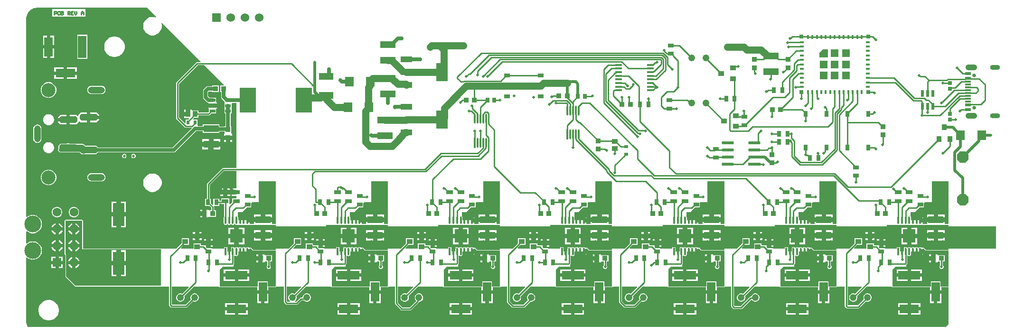
<source format=gtl>
G04*
G04 #@! TF.GenerationSoftware,Altium Limited,Altium Designer,24.4.1 (13)*
G04*
G04 Layer_Physical_Order=1*
G04 Layer_Color=255*
%FSLAX44Y44*%
%MOMM*%
G71*
G04*
G04 #@! TF.SameCoordinates,002769C6-68FF-4E06-BC95-C638BAA8078C*
G04*
G04*
G04 #@! TF.FilePolarity,Positive*
G04*
G01*
G75*
%ADD10C,0.2540*%
%ADD20R,1.0000X0.7000*%
%ADD21R,1.5240X1.6764*%
%ADD22R,0.9652X1.0668*%
%ADD23R,0.7000X1.0000*%
%ADD24R,0.9121X0.9581*%
%ADD25R,0.8000X1.0000*%
%ADD26R,2.7000X1.3000*%
%ADD27R,0.3408X1.3554*%
G04:AMPARAMS|DCode=28|XSize=1.3554mm|YSize=0.3408mm|CornerRadius=0.1704mm|HoleSize=0mm|Usage=FLASHONLY|Rotation=90.000|XOffset=0mm|YOffset=0mm|HoleType=Round|Shape=RoundedRectangle|*
%AMROUNDEDRECTD28*
21,1,1.3554,0.0000,0,0,90.0*
21,1,1.0147,0.3408,0,0,90.0*
1,1,0.3408,0.0000,0.5073*
1,1,0.3408,0.0000,-0.5073*
1,1,0.3408,0.0000,-0.5073*
1,1,0.3408,0.0000,0.5073*
%
%ADD28ROUNDEDRECTD28*%
%ADD29R,1.2500X0.8000*%
%ADD30R,1.0000X0.8000*%
%ADD31R,1.0668X0.9652*%
%ADD32R,0.9581X0.9121*%
G04:AMPARAMS|DCode=33|XSize=0.4mm|YSize=1.2mm|CornerRadius=0.05mm|HoleSize=0mm|Usage=FLASHONLY|Rotation=270.000|XOffset=0mm|YOffset=0mm|HoleType=Round|Shape=RoundedRectangle|*
%AMROUNDEDRECTD33*
21,1,0.4000,1.1000,0,0,270.0*
21,1,0.3000,1.2000,0,0,270.0*
1,1,0.1000,-0.5500,-0.1500*
1,1,0.1000,-0.5500,0.1500*
1,1,0.1000,0.5500,0.1500*
1,1,0.1000,0.5500,-0.1500*
%
%ADD33ROUNDEDRECTD33*%
%ADD34R,1.1400X0.6000*%
%ADD35R,1.1400X0.3000*%
%ADD36R,0.6000X1.2000*%
%ADD37R,0.6725X0.7154*%
G04:AMPARAMS|DCode=38|XSize=2.1692mm|YSize=0.5821mm|CornerRadius=0.2911mm|HoleSize=0mm|Usage=FLASHONLY|Rotation=180.000|XOffset=0mm|YOffset=0mm|HoleType=Round|Shape=RoundedRectangle|*
%AMROUNDEDRECTD38*
21,1,2.1692,0.0000,0,0,180.0*
21,1,1.5870,0.5821,0,0,180.0*
1,1,0.5821,-0.7935,0.0000*
1,1,0.5821,0.7935,0.0000*
1,1,0.5821,0.7935,0.0000*
1,1,0.5821,-0.7935,0.0000*
%
%ADD38ROUNDEDRECTD38*%
%ADD39R,2.1692X0.5821*%
G04:AMPARAMS|DCode=40|XSize=1mm|YSize=2.05mm|CornerRadius=0.05mm|HoleSize=0mm|Usage=FLASHONLY|Rotation=90.000|XOffset=0mm|YOffset=0mm|HoleType=Round|Shape=RoundedRectangle|*
%AMROUNDEDRECTD40*
21,1,1.0000,1.9500,0,0,90.0*
21,1,0.9000,2.0500,0,0,90.0*
1,1,0.1000,0.9750,0.4500*
1,1,0.1000,0.9750,-0.4500*
1,1,0.1000,-0.9750,-0.4500*
1,1,0.1000,-0.9750,0.4500*
%
%ADD40ROUNDEDRECTD40*%
G04:AMPARAMS|DCode=41|XSize=3.25mm|YSize=2.05mm|CornerRadius=0.0513mm|HoleSize=0mm|Usage=FLASHONLY|Rotation=90.000|XOffset=0mm|YOffset=0mm|HoleType=Round|Shape=RoundedRectangle|*
%AMROUNDEDRECTD41*
21,1,3.2500,1.9475,0,0,90.0*
21,1,3.1475,2.0500,0,0,90.0*
1,1,0.1025,0.9738,1.5738*
1,1,0.1025,0.9738,-1.5738*
1,1,0.1025,-0.9738,-1.5738*
1,1,0.1025,-0.9738,1.5738*
%
%ADD41ROUNDEDRECTD41*%
%ADD42R,2.0000X4.1000*%
%ADD43R,0.7581X0.8121*%
G04:AMPARAMS|DCode=44|XSize=1.8565mm|YSize=0.35mm|CornerRadius=0.175mm|HoleSize=0mm|Usage=FLASHONLY|Rotation=90.000|XOffset=0mm|YOffset=0mm|HoleType=Round|Shape=RoundedRectangle|*
%AMROUNDEDRECTD44*
21,1,1.8565,0.0000,0,0,90.0*
21,1,1.5065,0.3500,0,0,90.0*
1,1,0.3500,0.0000,0.7533*
1,1,0.3500,0.0000,-0.7533*
1,1,0.3500,0.0000,-0.7533*
1,1,0.3500,0.0000,0.7533*
%
%ADD44ROUNDEDRECTD44*%
%ADD45R,0.3500X1.8565*%
%ADD46R,0.6000X0.8000*%
%ADD47R,1.0000X0.6000*%
%ADD48R,3.0000X4.5000*%
%ADD49R,2.5000X1.2500*%
%ADD50R,0.9000X1.0000*%
%ADD51R,0.8000X0.4000*%
%ADD52R,0.4000X0.8000*%
%ADD53R,1.4500X1.4500*%
%ADD54R,0.7000X0.7000*%
%ADD55R,0.8000X0.6000*%
%ADD56R,1.0000X0.9000*%
%ADD61R,2.3100X2.4600*%
%ADD88C,3.0000*%
%ADD89C,1.5700*%
%ADD90R,1.5700X1.5700*%
%ADD100R,0.6000X0.6000*%
%ADD101C,0.5080*%
%ADD102C,0.6350*%
%ADD103C,1.2700*%
%ADD104C,1.5240*%
%ADD105R,1.5240X1.5240*%
G04:AMPARAMS|DCode=106|XSize=2mm|YSize=2mm|CornerRadius=0mm|HoleSize=0mm|Usage=FLASHONLY|Rotation=0.000|XOffset=0mm|YOffset=0mm|HoleType=Round|Shape=Octagon|*
%AMOCTAGOND106*
4,1,8,1.0000,-0.5000,1.0000,0.5000,0.5000,1.0000,-0.5000,1.0000,-1.0000,0.5000,-1.0000,-0.5000,-0.5000,-1.0000,0.5000,-1.0000,1.0000,-0.5000,0.0*
%
%ADD106OCTAGOND106*%

%ADD107C,1.2192*%
%ADD108R,4.0000X1.5000*%
%ADD109R,3.5000X1.5000*%
%ADD110R,1.5000X3.5000*%
%ADD111O,2.1000X1.0500*%
%ADD112O,1.8000X0.9000*%
%ADD113C,0.6500*%
%ADD114C,2.5000*%
G04:AMPARAMS|DCode=115|XSize=1.2mm|YSize=3.2mm|CornerRadius=0mm|HoleSize=0mm|Usage=FLASHONLY|Rotation=90.000|XOffset=0mm|YOffset=0mm|HoleType=Round|Shape=Octagon|*
%AMOCTAGOND115*
4,1,8,-1.6000,-0.3000,-1.6000,0.3000,-1.3000,0.6000,1.3000,0.6000,1.6000,0.3000,1.6000,-0.3000,1.3000,-0.6000,-1.3000,-0.6000,-1.6000,-0.3000,0.0*
%
%ADD115OCTAGOND115*%

%ADD116O,1.2000X3.0000*%
%ADD117O,3.0000X1.2000*%
%ADD118R,1.5000X4.0000*%
%ADD119C,0.5000*%
G36*
X241440Y573560D02*
X240720Y572484D01*
X240016Y572775D01*
X236826Y573410D01*
X233574D01*
X230384Y572775D01*
X227380Y571531D01*
X224676Y569724D01*
X222376Y567425D01*
X220569Y564720D01*
X219324Y561716D01*
X218690Y558526D01*
Y555274D01*
X219324Y552084D01*
X220569Y549080D01*
X222376Y546376D01*
X224676Y544076D01*
X227380Y542269D01*
X230384Y541025D01*
X233574Y540390D01*
X236826D01*
X240016Y541025D01*
X243020Y542269D01*
X245725Y544076D01*
X248024Y546376D01*
X249831Y549080D01*
X251075Y552084D01*
X251710Y555274D01*
Y558526D01*
X251075Y561716D01*
X250784Y562420D01*
X251860Y563140D01*
X321237Y493763D01*
X320751Y492590D01*
X315000D01*
X314009Y492393D01*
X313169Y491831D01*
X278169Y456831D01*
X277607Y455991D01*
X277410Y455000D01*
Y392908D01*
X277607Y391917D01*
X278169Y391077D01*
X292617Y376629D01*
X293457Y376067D01*
X294448Y375870D01*
X305165D01*
X305691Y374600D01*
X271623Y340532D01*
X137873D01*
X135135Y343270D01*
X115799D01*
X113985Y345085D01*
X112393Y346306D01*
X110539Y347074D01*
X108550Y347336D01*
X87202D01*
X86989Y347424D01*
X85000Y347686D01*
X83011Y347424D01*
X82639Y347270D01*
X71365D01*
X67730Y343635D01*
Y338359D01*
X67313Y337734D01*
X66968Y336000D01*
X67313Y334266D01*
X68295Y332795D01*
X69766Y331813D01*
X71500Y331468D01*
X105127D01*
X107865Y328730D01*
X109839D01*
X110211Y328576D01*
X112200Y328314D01*
X114189Y328576D01*
X114561Y328730D01*
X135135D01*
X137873Y331468D01*
X273500D01*
X275234Y331813D01*
X276705Y332795D01*
X313377Y369468D01*
X325230D01*
Y366230D01*
X354770D01*
Y368603D01*
X364169D01*
Y366331D01*
X364169Y366209D01*
X363876Y365061D01*
X362899D01*
Y361730D01*
X370000D01*
X377101D01*
Y365061D01*
X376124D01*
X375831Y366209D01*
X375831Y366331D01*
Y378331D01*
X374532D01*
Y401230D01*
X376270D01*
Y409770D01*
X376270D01*
Y410730D01*
X376270D01*
Y419270D01*
X377251Y419968D01*
X385000D01*
Y303900D01*
X361310D01*
X360319Y303703D01*
X359479Y303141D01*
X333169Y276831D01*
X332607Y275991D01*
X332410Y275000D01*
Y248770D01*
X328730D01*
Y236230D01*
X336608D01*
X339680Y233157D01*
Y228331D01*
X336331D01*
X336209Y228331D01*
X335061Y228624D01*
Y229601D01*
X331730D01*
Y222500D01*
Y215399D01*
X335061D01*
Y216376D01*
X336209Y216669D01*
X336331Y216669D01*
X348331D01*
Y228331D01*
X344860D01*
Y234230D01*
X344715Y234960D01*
X345195Y235850D01*
X345516Y236230D01*
X354270D01*
Y239910D01*
X357480D01*
Y239230D01*
X362910D01*
Y216804D01*
X362699Y216488D01*
X362468Y215327D01*
Y205180D01*
X362699Y204020D01*
X363356Y203036D01*
X364340Y202379D01*
X365500Y202148D01*
X366660Y202379D01*
X366841Y202500D01*
X367644Y203036D01*
X368044Y203636D01*
X368164Y203675D01*
X369336D01*
X369456Y203636D01*
X369856Y203036D01*
X370840Y202379D01*
X372000Y202148D01*
X373160Y202379D01*
X373341Y202500D01*
X374144Y203036D01*
X374544Y203636D01*
X374664Y203675D01*
X375836D01*
X375956Y203636D01*
X376356Y203036D01*
X377340Y202379D01*
X378500Y202148D01*
X379660Y202379D01*
X379841Y202500D01*
X380644Y203036D01*
X381044Y203636D01*
X381164Y203675D01*
X382336D01*
X382456Y203636D01*
X382856Y203036D01*
X383659Y202500D01*
X383840Y202379D01*
X385000Y202148D01*
X386160Y202379D01*
X386341Y202500D01*
X390159D01*
X390340Y202379D01*
X391500Y202148D01*
X392660Y202379D01*
X392841Y202500D01*
X396659D01*
X396840Y202379D01*
X398000Y202148D01*
X399160Y202379D01*
X399341Y202500D01*
X403159D01*
X403340Y202379D01*
X404500Y202148D01*
X405660Y202379D01*
X405841Y202500D01*
X455000D01*
Y200000D01*
X545000D01*
Y202500D01*
X564159D01*
X564340Y202379D01*
X565500Y202148D01*
X566660Y202379D01*
X566841Y202500D01*
X570659D01*
X570840Y202379D01*
X572000Y202148D01*
X573160Y202379D01*
X573341Y202500D01*
X577159D01*
X577340Y202379D01*
X578500Y202148D01*
X579660Y202379D01*
X579841Y202500D01*
X583659D01*
X583840Y202379D01*
X585000Y202148D01*
X586160Y202379D01*
X586341Y202500D01*
X590159D01*
X590340Y202379D01*
X591500Y202148D01*
X592660Y202379D01*
X592841Y202500D01*
X596659D01*
X596840Y202379D01*
X598000Y202148D01*
X599160Y202379D01*
X599341Y202500D01*
X603159D01*
X603340Y202379D01*
X604500Y202148D01*
X605660Y202379D01*
X605841Y202500D01*
X655000D01*
Y200000D01*
X745000D01*
Y202500D01*
X764159D01*
X764340Y202379D01*
X765500Y202148D01*
X766660Y202379D01*
X766841Y202500D01*
X770659D01*
X770840Y202379D01*
X772000Y202148D01*
X773160Y202379D01*
X773341Y202500D01*
X777159D01*
X777340Y202379D01*
X778500Y202148D01*
X779660Y202379D01*
X779841Y202500D01*
X783659D01*
X783840Y202379D01*
X785000Y202148D01*
X786160Y202379D01*
X786341Y202500D01*
X790159D01*
X790340Y202379D01*
X791500Y202148D01*
X792660Y202379D01*
X792841Y202500D01*
X796659D01*
X796840Y202379D01*
X798000Y202148D01*
X799160Y202379D01*
X799341Y202500D01*
X803159D01*
X803340Y202379D01*
X804500Y202148D01*
X805660Y202379D01*
X805841Y202500D01*
X855000D01*
Y200000D01*
X945000D01*
Y202500D01*
X964159D01*
X964340Y202379D01*
X965500Y202148D01*
X966660Y202379D01*
X966841Y202500D01*
X970659D01*
X970840Y202379D01*
X972000Y202148D01*
X973160Y202379D01*
X973341Y202500D01*
X977159D01*
X977340Y202379D01*
X978500Y202148D01*
X979660Y202379D01*
X979841Y202500D01*
X983659D01*
X983840Y202379D01*
X985000Y202148D01*
X986160Y202379D01*
X986341Y202500D01*
X990159D01*
X990340Y202379D01*
X991500Y202148D01*
X992660Y202379D01*
X992841Y202500D01*
X996659D01*
X996840Y202379D01*
X998000Y202148D01*
X999160Y202379D01*
X999341Y202500D01*
X1003159D01*
X1003340Y202379D01*
X1004500Y202148D01*
X1005660Y202379D01*
X1005841Y202500D01*
X1055000D01*
Y200000D01*
X1145000D01*
Y202500D01*
X1164159D01*
X1164340Y202379D01*
X1165500Y202148D01*
X1166660Y202379D01*
X1166841Y202500D01*
X1170659D01*
X1170840Y202379D01*
X1172000Y202148D01*
X1173160Y202379D01*
X1173341Y202500D01*
X1177159D01*
X1177340Y202379D01*
X1178500Y202148D01*
X1179660Y202379D01*
X1179841Y202500D01*
X1183659D01*
X1183840Y202379D01*
X1185000Y202148D01*
X1186160Y202379D01*
X1186341Y202500D01*
X1190159D01*
X1190340Y202379D01*
X1191500Y202148D01*
X1192660Y202379D01*
X1192841Y202500D01*
X1196659D01*
X1196840Y202379D01*
X1198000Y202148D01*
X1199160Y202379D01*
X1199341Y202500D01*
X1203159D01*
X1203340Y202379D01*
X1204500Y202148D01*
X1205660Y202379D01*
X1205841Y202500D01*
X1255000D01*
Y200000D01*
X1345000D01*
Y202500D01*
X1364159D01*
X1364340Y202379D01*
X1365500Y202148D01*
X1366660Y202379D01*
X1366841Y202500D01*
X1370659D01*
X1370840Y202379D01*
X1372000Y202148D01*
X1373160Y202379D01*
X1373341Y202500D01*
X1377159D01*
X1377340Y202379D01*
X1378500Y202148D01*
X1379660Y202379D01*
X1379841Y202500D01*
X1383659D01*
X1383840Y202379D01*
X1385000Y202148D01*
X1386160Y202379D01*
X1386341Y202500D01*
X1390159D01*
X1390340Y202379D01*
X1391500Y202148D01*
X1392660Y202379D01*
X1392841Y202500D01*
X1396659D01*
X1396840Y202379D01*
X1398000Y202148D01*
X1399160Y202379D01*
X1399341Y202500D01*
X1403159D01*
X1403340Y202379D01*
X1404500Y202148D01*
X1405660Y202379D01*
X1405841Y202500D01*
X1455000D01*
Y200000D01*
X1545000D01*
Y202500D01*
X1564159D01*
X1564340Y202379D01*
X1565500Y202148D01*
X1566660Y202379D01*
X1566841Y202500D01*
X1570659D01*
X1570840Y202379D01*
X1572000Y202148D01*
X1573160Y202379D01*
X1573341Y202500D01*
X1577159D01*
X1577340Y202379D01*
X1578500Y202148D01*
X1579660Y202379D01*
X1579841Y202500D01*
X1583659D01*
X1583840Y202379D01*
X1585000Y202148D01*
X1586160Y202379D01*
X1586341Y202500D01*
X1590159D01*
X1590340Y202379D01*
X1591500Y202148D01*
X1592660Y202379D01*
X1592841Y202500D01*
X1596659D01*
X1596840Y202379D01*
X1598000Y202148D01*
X1599160Y202379D01*
X1599341Y202500D01*
X1603159D01*
X1603340Y202379D01*
X1604500Y202148D01*
X1605660Y202379D01*
X1605841Y202500D01*
X1655000D01*
Y200000D01*
X1739753D01*
Y160000D01*
X1655000D01*
Y157500D01*
X1615000D01*
X1612500Y160000D01*
D01*
X1610941Y161559D01*
X1610629Y161688D01*
X1610368Y161902D01*
X1610161Y161882D01*
X1609969Y161961D01*
X1609657Y161832D01*
X1609321Y161799D01*
X1608469Y161344D01*
X1608038Y161209D01*
X1607025Y161530D01*
X1606858Y161643D01*
X1606644Y161964D01*
X1605660Y162621D01*
X1604500Y162852D01*
X1603340Y162621D01*
X1602356Y161964D01*
X1601956Y161364D01*
X1601836Y161325D01*
X1600664D01*
X1600544Y161364D01*
X1600144Y161964D01*
X1599160Y162621D01*
X1598000Y162852D01*
X1596840Y162621D01*
X1595856Y161964D01*
X1595456Y161364D01*
X1595336Y161325D01*
X1594164D01*
X1594044Y161364D01*
X1593644Y161964D01*
X1592660Y162621D01*
X1591500Y162852D01*
X1590340Y162621D01*
X1589356Y161964D01*
X1588956Y161364D01*
X1588836Y161325D01*
X1587664D01*
X1587544Y161364D01*
X1587144Y161964D01*
X1586160Y162621D01*
X1585000Y162852D01*
X1583840Y162621D01*
X1582856Y161964D01*
X1582456Y161364D01*
X1582336Y161325D01*
X1581164D01*
X1581044Y161364D01*
X1580644Y161964D01*
X1579660Y162621D01*
X1578500Y162852D01*
X1577340Y162621D01*
X1577159Y162500D01*
X1577159D01*
X1576356Y161964D01*
X1575415Y162500D01*
X1575314D01*
X1575998Y161476D01*
X1576000Y161466D01*
Y161432D01*
X1575698Y160980D01*
X1575467Y159819D01*
Y154746D01*
X1568474D01*
Y162183D01*
X1568940Y162880D01*
X1569539Y163280D01*
X1568474Y162793D01*
X1562526D01*
Y162500D01*
Y160000D01*
X1541270D01*
Y160270D01*
X1532392D01*
X1530376Y162287D01*
X1530862Y163460D01*
X1531000D01*
Y166000D01*
X1526796D01*
X1526190Y165552D01*
X1526000Y165590D01*
X1521604D01*
Y169096D01*
X1508396D01*
Y160000D01*
X1486646D01*
X1486160Y161173D01*
X1491391Y166404D01*
X1500428D01*
Y178596D01*
X1487220D01*
Y169559D01*
X1477661Y160000D01*
X1455000D01*
Y157500D01*
X1415000D01*
X1412500Y160000D01*
D01*
X1410941Y161559D01*
X1410629Y161688D01*
X1410368Y161902D01*
X1410161Y161882D01*
X1409969Y161961D01*
X1409657Y161832D01*
X1409321Y161799D01*
X1408469Y161344D01*
X1408038Y161209D01*
X1407025Y161530D01*
X1406858Y161643D01*
X1406644Y161964D01*
X1405660Y162621D01*
X1404500Y162852D01*
X1403340Y162621D01*
X1402356Y161964D01*
X1401956Y161364D01*
X1401836Y161325D01*
X1400664D01*
X1400544Y161364D01*
X1400144Y161964D01*
X1399160Y162621D01*
X1398000Y162852D01*
X1396840Y162621D01*
X1395856Y161964D01*
X1395456Y161364D01*
X1395336Y161325D01*
X1394164D01*
X1394044Y161364D01*
X1393644Y161964D01*
X1392660Y162621D01*
X1391500Y162852D01*
X1390340Y162621D01*
X1389356Y161964D01*
X1388956Y161364D01*
X1388836Y161325D01*
X1387664D01*
X1387544Y161364D01*
X1387144Y161964D01*
X1386160Y162621D01*
X1385000Y162852D01*
X1383840Y162621D01*
X1382856Y161964D01*
X1382456Y161364D01*
X1382336Y161325D01*
X1381164D01*
X1381044Y161364D01*
X1380644Y161964D01*
X1379660Y162621D01*
X1378500Y162852D01*
X1377340Y162621D01*
X1377159Y162500D01*
X1377159D01*
X1376356Y161964D01*
X1375415Y162500D01*
X1375314D01*
X1375998Y161476D01*
X1376000Y161466D01*
Y161432D01*
X1375698Y160980D01*
X1375467Y159819D01*
Y154746D01*
X1368474D01*
Y162183D01*
X1368940Y162880D01*
X1369539Y163280D01*
X1368474Y162793D01*
X1362526D01*
Y162500D01*
Y160000D01*
X1341270D01*
Y160270D01*
X1332392D01*
X1330376Y162287D01*
X1330862Y163460D01*
X1331000D01*
Y166000D01*
X1326796D01*
X1326190Y165552D01*
X1326000Y165590D01*
X1321604D01*
Y169096D01*
X1308396D01*
Y160000D01*
X1286646D01*
X1286160Y161173D01*
X1291391Y166404D01*
X1300428D01*
Y178596D01*
X1287220D01*
Y169559D01*
X1277662Y160000D01*
X1255000D01*
Y157500D01*
X1215000D01*
X1212500Y160000D01*
D01*
X1210941Y161559D01*
X1210629Y161688D01*
X1210368Y161902D01*
X1210161Y161882D01*
X1209969Y161961D01*
X1209657Y161832D01*
X1209321Y161799D01*
X1208469Y161344D01*
X1208038Y161209D01*
X1207025Y161530D01*
X1206858Y161643D01*
X1206644Y161964D01*
X1205841Y162500D01*
X1205660Y162621D01*
X1204500Y162852D01*
X1203340Y162621D01*
X1203159Y162500D01*
X1202356Y161964D01*
X1201956Y161364D01*
X1201836Y161325D01*
X1200664D01*
X1200544Y161364D01*
X1200144Y161964D01*
X1199341Y162500D01*
X1199160Y162621D01*
X1198000Y162852D01*
X1196840Y162621D01*
X1196659Y162500D01*
X1195856Y161964D01*
X1195456Y161364D01*
X1195336Y161325D01*
X1194164D01*
X1194044Y161364D01*
X1193644Y161964D01*
X1192841Y162500D01*
X1192660Y162621D01*
X1191500Y162852D01*
X1190340Y162621D01*
X1190159Y162500D01*
X1189356Y161964D01*
X1188956Y161364D01*
X1188836Y161325D01*
X1187664D01*
X1187544Y161364D01*
X1187144Y161964D01*
X1186341Y162500D01*
X1186160Y162621D01*
X1185000Y162852D01*
X1183840Y162621D01*
X1183659Y162500D01*
X1182856Y161964D01*
X1182456Y161364D01*
X1182336Y161325D01*
X1181164D01*
X1181044Y161364D01*
X1180644Y161964D01*
X1179841Y162500D01*
X1179660Y162621D01*
X1178500Y162852D01*
X1177340Y162621D01*
X1177159Y162500D01*
X1177159D01*
X1176356Y161964D01*
X1175415Y162500D01*
X1175314D01*
X1175998Y161476D01*
X1176000Y161466D01*
Y161432D01*
X1175698Y160980D01*
X1175467Y159819D01*
Y154746D01*
X1168474D01*
Y162183D01*
X1168940Y162880D01*
X1169539Y163279D01*
X1168474Y162793D01*
X1162526D01*
Y162500D01*
Y160000D01*
X1141270D01*
Y160270D01*
X1132393D01*
X1130376Y162287D01*
X1130862Y163460D01*
X1131000D01*
Y166000D01*
X1126796D01*
X1126190Y165552D01*
X1126000Y165590D01*
X1121604D01*
Y169096D01*
X1108396D01*
Y160000D01*
X1086646D01*
X1086160Y161173D01*
X1091391Y166404D01*
X1100428D01*
Y178596D01*
X1087220D01*
Y169559D01*
X1077662Y160000D01*
X1055000D01*
Y157500D01*
X1015000D01*
X1012500Y160000D01*
D01*
X1010941Y161559D01*
X1010629Y161688D01*
X1010368Y161902D01*
X1010161Y161882D01*
X1009969Y161961D01*
X1009657Y161832D01*
X1009321Y161799D01*
X1008469Y161344D01*
X1008038Y161209D01*
X1007025Y161530D01*
X1006858Y161643D01*
X1006644Y161964D01*
X1005841Y162500D01*
X1005660Y162621D01*
X1004500Y162852D01*
X1003340Y162621D01*
X1003159Y162500D01*
X1002356Y161964D01*
X1001956Y161364D01*
X1001836Y161325D01*
X1000664D01*
X1000544Y161364D01*
X1000144Y161964D01*
X999341Y162500D01*
X999160Y162621D01*
X998000Y162852D01*
X996840Y162621D01*
X996659Y162500D01*
X995856Y161964D01*
X995456Y161364D01*
X995336Y161325D01*
X994164D01*
X994044Y161364D01*
X993644Y161964D01*
X992841Y162500D01*
X992660Y162621D01*
X991500Y162852D01*
X990340Y162621D01*
X990159Y162500D01*
X989356Y161964D01*
X988956Y161364D01*
X988836Y161325D01*
X987664D01*
X987544Y161364D01*
X987144Y161964D01*
X986341Y162500D01*
X986160Y162621D01*
X985000Y162852D01*
X983840Y162621D01*
X983659Y162500D01*
X982856Y161964D01*
X982456Y161364D01*
X982336Y161325D01*
X981164D01*
X981044Y161364D01*
X980644Y161964D01*
X979841Y162500D01*
X979660Y162621D01*
X978500Y162852D01*
X977340Y162621D01*
X977159Y162500D01*
X977159D01*
X976356Y161964D01*
X975415Y162500D01*
X975314D01*
X975998Y161476D01*
X976000Y161466D01*
Y161432D01*
X975698Y160980D01*
X975467Y159819D01*
Y154746D01*
X968474D01*
Y162183D01*
X968940Y162880D01*
X969539Y163279D01*
X968474Y162793D01*
X962526D01*
Y162500D01*
Y160000D01*
X941270D01*
Y160270D01*
X932393D01*
X930376Y162287D01*
X930862Y163460D01*
X931000D01*
Y166000D01*
X926796D01*
X926190Y165552D01*
X926000Y165590D01*
X921604D01*
Y169096D01*
X908396D01*
Y160000D01*
X886646D01*
X886160Y161173D01*
X891391Y166404D01*
X900428D01*
Y178596D01*
X887220D01*
Y169559D01*
X877662Y160000D01*
X855000D01*
Y157500D01*
X815000D01*
X812500Y160000D01*
D01*
X810941Y161559D01*
X810629Y161688D01*
X810368Y161902D01*
X810161Y161882D01*
X809969Y161961D01*
X809657Y161832D01*
X809321Y161799D01*
X808469Y161344D01*
X808038Y161209D01*
X807025Y161530D01*
X806858Y161643D01*
X806644Y161964D01*
X805841Y162500D01*
X805660Y162621D01*
X804500Y162852D01*
X803340Y162621D01*
X803159Y162500D01*
X802356Y161964D01*
X801956Y161364D01*
X801836Y161325D01*
X800664D01*
X800544Y161364D01*
X800144Y161964D01*
X799341Y162500D01*
X799160Y162621D01*
X798000Y162852D01*
X796840Y162621D01*
X796659Y162500D01*
X795856Y161964D01*
X795456Y161364D01*
X795336Y161325D01*
X794164D01*
X794044Y161364D01*
X793644Y161964D01*
X792841Y162500D01*
X792660Y162621D01*
X791500Y162852D01*
X790340Y162621D01*
X790159Y162500D01*
X789356Y161964D01*
X788956Y161364D01*
X788836Y161325D01*
X787664D01*
X787544Y161364D01*
X787144Y161964D01*
X786341Y162500D01*
X786160Y162621D01*
X785000Y162852D01*
X783840Y162621D01*
X783659Y162500D01*
X782856Y161964D01*
X782456Y161364D01*
X782336Y161325D01*
X781164D01*
X781044Y161364D01*
X780644Y161964D01*
X779841Y162500D01*
X779660Y162621D01*
X778500Y162852D01*
X777340Y162621D01*
X777159Y162500D01*
X777159D01*
X776356Y161964D01*
X775415Y162500D01*
X775314D01*
X775998Y161476D01*
X776000Y161466D01*
Y161432D01*
X775698Y160980D01*
X775467Y159819D01*
Y154746D01*
X768474D01*
Y162183D01*
X768940Y162880D01*
X769539Y163279D01*
X768474Y162793D01*
X762526D01*
Y162500D01*
Y160000D01*
X741270D01*
Y160270D01*
X732393D01*
X730376Y162287D01*
X730862Y163460D01*
X731000D01*
Y166000D01*
X726796D01*
X726190Y165552D01*
X726000Y165590D01*
X721604D01*
Y169096D01*
X708396D01*
Y160000D01*
X686646D01*
X686160Y161173D01*
X691391Y166404D01*
X700428D01*
Y178596D01*
X687220D01*
Y169559D01*
X677662Y160000D01*
X655000D01*
Y157500D01*
X615000D01*
X612500Y160000D01*
D01*
X610941Y161559D01*
X610629Y161688D01*
X610368Y161902D01*
X610161Y161882D01*
X609969Y161961D01*
X609657Y161832D01*
X609321Y161799D01*
X608469Y161344D01*
X608038Y161209D01*
X607024Y161530D01*
X606858Y161643D01*
X606644Y161964D01*
X605841Y162500D01*
X605660Y162621D01*
X604500Y162852D01*
X603340Y162621D01*
X603159Y162500D01*
X602356Y161964D01*
X601956Y161364D01*
X601836Y161325D01*
X600664D01*
X600544Y161364D01*
X600144Y161964D01*
X599341Y162500D01*
X599160Y162621D01*
X598000Y162852D01*
X596840Y162621D01*
X596659Y162500D01*
X595856Y161964D01*
X595456Y161364D01*
X595336Y161325D01*
X594164D01*
X594044Y161364D01*
X593644Y161964D01*
X592841Y162500D01*
X592660Y162621D01*
X591500Y162852D01*
X590340Y162621D01*
X590159Y162500D01*
X589356Y161964D01*
X588956Y161364D01*
X588836Y161325D01*
X587664D01*
X587544Y161364D01*
X587144Y161964D01*
X586341Y162500D01*
X586160Y162621D01*
X585000Y162852D01*
X583840Y162621D01*
X583659Y162500D01*
X582856Y161964D01*
X582456Y161364D01*
X582336Y161325D01*
X581164D01*
X581044Y161364D01*
X580644Y161964D01*
X579841Y162500D01*
X579660Y162621D01*
X578500Y162852D01*
X577340Y162621D01*
X577159Y162500D01*
X577159D01*
X576356Y161964D01*
X575415Y162500D01*
X575314D01*
X575998Y161476D01*
X576000Y161466D01*
Y161432D01*
X575698Y160980D01*
X575467Y159819D01*
Y154746D01*
X568474D01*
Y162183D01*
X568940Y162880D01*
X569539Y163279D01*
X568474Y162793D01*
X562526D01*
Y162500D01*
Y160000D01*
X541270D01*
Y160270D01*
X532393D01*
X530376Y162287D01*
X530862Y163460D01*
X531000D01*
Y166000D01*
X526796D01*
X526190Y165552D01*
X526000Y165590D01*
X521604D01*
Y169096D01*
X508396D01*
Y160000D01*
X486646D01*
X486160Y161173D01*
X491390Y166404D01*
X500428D01*
Y178596D01*
X487220D01*
Y169559D01*
X477662Y160000D01*
X455000D01*
Y157500D01*
X415000D01*
X412500Y160000D01*
D01*
X410941Y161559D01*
X410629Y161688D01*
X410368Y161902D01*
X410161Y161882D01*
X409969Y161961D01*
X409657Y161832D01*
X409321Y161799D01*
X408469Y161344D01*
X408038Y161209D01*
X407024Y161530D01*
X406858Y161643D01*
X406644Y161964D01*
X405660Y162621D01*
X404500Y162852D01*
X403340Y162621D01*
X402356Y161964D01*
X401956Y161364D01*
X401836Y161325D01*
X400664D01*
X400544Y161364D01*
X400144Y161964D01*
X399160Y162621D01*
X398000Y162852D01*
X396840Y162621D01*
X395856Y161964D01*
X395456Y161364D01*
X395336Y161325D01*
X394164D01*
X394044Y161364D01*
X393644Y161964D01*
X392660Y162621D01*
X391500Y162852D01*
X390340Y162621D01*
X389356Y161964D01*
X388956Y161364D01*
X388836Y161325D01*
X387664D01*
X387544Y161364D01*
X387144Y161964D01*
X386160Y162621D01*
X385000Y162852D01*
X383840Y162621D01*
X382856Y161964D01*
X382456Y161364D01*
X382336Y161325D01*
X381164D01*
X381044Y161364D01*
X380644Y161964D01*
X379660Y162621D01*
X378500Y162852D01*
X377340Y162621D01*
X377159Y162500D01*
X377159D01*
X376356Y161964D01*
X375415Y162500D01*
X375314D01*
X375998Y161476D01*
X376000Y161466D01*
Y161432D01*
X375698Y160980D01*
X375467Y159819D01*
Y154746D01*
X368474D01*
Y162183D01*
X368940Y162880D01*
X369539Y163280D01*
X368474Y162793D01*
X362526D01*
Y162500D01*
Y160000D01*
X341270D01*
Y160270D01*
X332393D01*
X330376Y162287D01*
X330862Y163460D01*
X331000D01*
Y166000D01*
X326796D01*
X326190Y165552D01*
X326000Y165590D01*
X321604D01*
Y169096D01*
X308396D01*
Y160000D01*
X286646D01*
X286160Y161173D01*
X291390Y166404D01*
X300428D01*
Y178596D01*
X287220D01*
Y169559D01*
X277661Y160000D01*
X111375D01*
Y210000D01*
X110972Y210972D01*
X110000Y211375D01*
X80000D01*
X79028Y210972D01*
X78625Y210000D01*
Y160000D01*
Y150000D01*
X79028Y149028D01*
X80000Y148625D01*
Y110000D01*
X97500Y92500D01*
X264910D01*
Y58988D01*
X265107Y57997D01*
X265669Y57157D01*
X267157Y55669D01*
X267997Y55107D01*
X268988Y54910D01*
X295400D01*
X296391Y55107D01*
X297231Y55669D01*
X307330Y65767D01*
X307557Y65636D01*
X309430Y65134D01*
X311370D01*
X313243Y65636D01*
X314923Y66606D01*
X316294Y67977D01*
X317264Y69657D01*
X317766Y71530D01*
Y73470D01*
X317264Y75343D01*
X316294Y77023D01*
X314923Y78394D01*
X313243Y79364D01*
X311370Y79866D01*
X309430D01*
X307557Y79364D01*
X305877Y78394D01*
X304506Y77023D01*
X303536Y75343D01*
X303034Y73470D01*
Y71530D01*
X303536Y69657D01*
X303667Y69430D01*
X294327Y60090D01*
X270090D01*
Y92500D01*
X299678D01*
X300164Y91327D01*
X288070Y79233D01*
X287843Y79364D01*
X285970Y79866D01*
X284030D01*
X282157Y79364D01*
X280477Y78394D01*
X279106Y77023D01*
X278136Y75343D01*
X277634Y73470D01*
Y71530D01*
X278136Y69657D01*
X279106Y67977D01*
X280477Y66606D01*
X282157Y65636D01*
X284030Y65134D01*
X285970D01*
X287843Y65636D01*
X289523Y66606D01*
X290894Y67977D01*
X291864Y69657D01*
X292366Y71530D01*
Y73470D01*
X291864Y75343D01*
X291733Y75570D01*
X308662Y92500D01*
X353625D01*
X354028Y91528D01*
X355000Y91125D01*
X421960D01*
Y85500D01*
X442040D01*
Y91125D01*
X455000D01*
X455972Y91528D01*
X456375Y92500D01*
X469910D01*
Y65000D01*
X470107Y64009D01*
X470669Y63169D01*
X473169Y60669D01*
X474009Y60107D01*
X475000Y59910D01*
X492644D01*
X493635Y60107D01*
X494475Y60669D01*
X501217Y67410D01*
X504086D01*
X504909Y67574D01*
X505877Y66606D01*
X507557Y65636D01*
X509430Y65134D01*
X511370D01*
X513243Y65636D01*
X514923Y66606D01*
X516294Y67977D01*
X517264Y69657D01*
X517766Y71530D01*
Y73470D01*
X517264Y75343D01*
X516294Y77023D01*
X514923Y78394D01*
X513243Y79364D01*
X511370Y79866D01*
X509430D01*
X507557Y79364D01*
X505877Y78394D01*
X504506Y77023D01*
X503536Y75343D01*
X503034Y73470D01*
Y72590D01*
X500144D01*
X499153Y72393D01*
X498313Y71831D01*
X491571Y65090D01*
X489437D01*
X489097Y66360D01*
X489523Y66606D01*
X490894Y67977D01*
X491864Y69657D01*
X492366Y71530D01*
Y73470D01*
X491864Y75343D01*
X491733Y75570D01*
X508662Y92500D01*
X553625D01*
X554028Y91528D01*
X555000Y91125D01*
X621960D01*
Y85500D01*
X642040D01*
Y91125D01*
X655000D01*
X655972Y91528D01*
X656375Y92500D01*
X667410D01*
Y62500D01*
X667607Y61509D01*
X668169Y60669D01*
X678169Y50669D01*
X679009Y50107D01*
X680000Y49910D01*
X695000D01*
X695991Y50107D01*
X696831Y50669D01*
X710384Y64222D01*
X710946Y65062D01*
X710960Y65134D01*
X711370D01*
X713243Y65636D01*
X714923Y66606D01*
X716294Y67977D01*
X717264Y69657D01*
X717766Y71530D01*
Y73470D01*
X717264Y75343D01*
X716294Y77023D01*
X714923Y78394D01*
X713243Y79364D01*
X711370Y79866D01*
X709430D01*
X707557Y79364D01*
X705877Y78394D01*
X704506Y77023D01*
X703536Y75343D01*
X703034Y73470D01*
Y71530D01*
X703536Y69657D01*
X704506Y67977D01*
X705660Y66823D01*
X693927Y55090D01*
X681073D01*
X672590Y63573D01*
Y92500D01*
X699678D01*
X700164Y91327D01*
X688070Y79233D01*
X687843Y79364D01*
X685970Y79866D01*
X684030D01*
X682157Y79364D01*
X680477Y78394D01*
X679106Y77023D01*
X678136Y75343D01*
X677634Y73470D01*
Y71530D01*
X678136Y69657D01*
X679106Y67977D01*
X680477Y66606D01*
X682157Y65636D01*
X684030Y65134D01*
X685970D01*
X687843Y65636D01*
X689523Y66606D01*
X690894Y67977D01*
X691864Y69657D01*
X692366Y71530D01*
Y73470D01*
X691864Y75343D01*
X691733Y75570D01*
X708662Y92500D01*
X753625D01*
X754028Y91528D01*
X755000Y91125D01*
X821960D01*
Y85500D01*
X842040D01*
Y91125D01*
X855000D01*
X855972Y91528D01*
X856375Y92500D01*
X867410D01*
Y65000D01*
X867410Y65000D01*
X867607Y64009D01*
X868169Y63169D01*
X875669Y55669D01*
X876509Y55107D01*
X877500Y54910D01*
X897500D01*
X898491Y55107D01*
X899331Y55669D01*
X908930Y65268D01*
X909430Y65134D01*
X911370D01*
X913243Y65636D01*
X914923Y66606D01*
X916294Y67977D01*
X917264Y69657D01*
X917766Y71530D01*
Y73470D01*
X917264Y75343D01*
X916294Y77023D01*
X914923Y78394D01*
X913243Y79364D01*
X911370Y79866D01*
X909430D01*
X907557Y79364D01*
X905877Y78394D01*
X904506Y77023D01*
X903536Y75343D01*
X903034Y73470D01*
Y71530D01*
X903536Y69657D01*
X904436Y68098D01*
X896427Y60090D01*
X878573D01*
X872590Y66073D01*
Y92500D01*
X899678D01*
X900164Y91327D01*
X888070Y79233D01*
X887843Y79364D01*
X885970Y79866D01*
X884030D01*
X882157Y79364D01*
X880477Y78394D01*
X879106Y77023D01*
X878136Y75343D01*
X877634Y73470D01*
Y71530D01*
X878136Y69657D01*
X879106Y67977D01*
X880477Y66606D01*
X882157Y65636D01*
X884030Y65134D01*
X885970D01*
X887843Y65636D01*
X889523Y66606D01*
X890894Y67977D01*
X891864Y69657D01*
X892366Y71530D01*
Y73470D01*
X891864Y75343D01*
X891733Y75570D01*
X908662Y92500D01*
X953625D01*
X954028Y91528D01*
X955000Y91125D01*
X1021960D01*
Y85500D01*
X1042040D01*
Y91125D01*
X1055000D01*
X1055972Y91528D01*
X1056375Y92500D01*
X1067410D01*
Y65000D01*
X1067607Y64009D01*
X1068169Y63169D01*
X1075669Y55669D01*
X1076509Y55107D01*
X1077500Y54910D01*
X1095400D01*
X1096391Y55107D01*
X1097231Y55669D01*
X1107330Y65767D01*
X1107557Y65636D01*
X1109430Y65134D01*
X1111370D01*
X1113243Y65636D01*
X1114923Y66606D01*
X1116294Y67977D01*
X1117264Y69657D01*
X1117766Y71530D01*
Y73470D01*
X1117264Y75343D01*
X1116294Y77023D01*
X1114923Y78394D01*
X1113243Y79364D01*
X1111370Y79866D01*
X1109430D01*
X1107557Y79364D01*
X1105877Y78394D01*
X1104506Y77023D01*
X1103536Y75343D01*
X1103034Y73470D01*
Y71530D01*
X1103536Y69657D01*
X1103667Y69430D01*
X1094327Y60090D01*
X1078573D01*
X1072590Y66073D01*
Y92500D01*
X1099678D01*
X1100164Y91327D01*
X1088070Y79233D01*
X1087843Y79364D01*
X1085970Y79866D01*
X1084030D01*
X1082157Y79364D01*
X1080477Y78394D01*
X1079106Y77023D01*
X1078136Y75343D01*
X1077634Y73470D01*
Y71530D01*
X1078136Y69657D01*
X1079106Y67977D01*
X1080477Y66606D01*
X1082157Y65636D01*
X1084030Y65134D01*
X1085970D01*
X1087843Y65636D01*
X1089523Y66606D01*
X1090894Y67977D01*
X1091864Y69657D01*
X1092366Y71530D01*
Y73470D01*
X1091864Y75343D01*
X1091733Y75570D01*
X1108662Y92500D01*
X1153625D01*
X1154028Y91528D01*
X1155000Y91125D01*
X1221960D01*
Y85500D01*
X1242040D01*
Y91125D01*
X1255000D01*
X1255972Y91528D01*
X1256375Y92500D01*
X1267410D01*
Y57500D01*
X1267410Y57500D01*
X1267607Y56509D01*
X1268169Y55669D01*
X1270669Y53169D01*
X1271509Y52607D01*
X1272500Y52410D01*
X1285356D01*
X1286347Y52607D01*
X1287187Y53169D01*
X1302679Y68661D01*
X1304207Y68495D01*
X1304506Y67977D01*
X1305877Y66606D01*
X1307557Y65636D01*
X1309430Y65134D01*
X1311370D01*
X1313243Y65636D01*
X1314923Y66606D01*
X1316294Y67977D01*
X1317264Y69657D01*
X1317766Y71530D01*
Y73470D01*
X1317264Y75343D01*
X1316294Y77023D01*
X1314923Y78394D01*
X1313243Y79364D01*
X1311370Y79866D01*
X1309430D01*
X1307557Y79364D01*
X1305877Y78394D01*
X1304506Y77023D01*
X1303536Y75343D01*
X1303282Y74397D01*
X1302163D01*
X1301172Y74200D01*
X1300332Y73639D01*
X1284283Y57590D01*
X1273573D01*
X1272590Y58573D01*
Y92500D01*
X1299678D01*
X1300164Y91327D01*
X1288070Y79233D01*
X1287843Y79364D01*
X1285970Y79866D01*
X1284030D01*
X1282157Y79364D01*
X1280477Y78394D01*
X1279106Y77023D01*
X1278136Y75343D01*
X1277634Y73470D01*
Y71530D01*
X1278136Y69657D01*
X1279106Y67977D01*
X1280477Y66606D01*
X1282157Y65636D01*
X1284030Y65134D01*
X1285970D01*
X1287843Y65636D01*
X1289523Y66606D01*
X1290894Y67977D01*
X1291864Y69657D01*
X1292366Y71530D01*
Y73470D01*
X1291864Y75343D01*
X1291733Y75570D01*
X1308663Y92500D01*
X1353625D01*
X1354028Y91528D01*
X1355000Y91125D01*
X1421960D01*
Y85500D01*
X1442040D01*
Y91125D01*
X1455000D01*
X1455972Y91528D01*
X1456375Y92500D01*
X1469910D01*
Y57589D01*
X1470107Y56598D01*
X1470669Y55757D01*
X1472157Y54269D01*
X1472997Y53708D01*
X1473988Y53511D01*
X1494001D01*
X1494992Y53708D01*
X1495832Y54269D01*
X1507330Y65767D01*
X1507557Y65636D01*
X1509430Y65134D01*
X1511370D01*
X1513243Y65636D01*
X1514923Y66606D01*
X1516294Y67977D01*
X1517264Y69657D01*
X1517766Y71530D01*
Y73470D01*
X1517264Y75343D01*
X1516294Y77023D01*
X1514923Y78394D01*
X1513243Y79364D01*
X1511370Y79866D01*
X1509430D01*
X1507557Y79364D01*
X1505877Y78394D01*
X1504506Y77023D01*
X1503536Y75343D01*
X1503034Y73470D01*
Y71530D01*
X1503536Y69657D01*
X1503667Y69430D01*
X1492928Y58691D01*
X1475090D01*
Y92500D01*
X1499678D01*
X1500164Y91327D01*
X1488070Y79233D01*
X1487843Y79364D01*
X1485970Y79866D01*
X1484030D01*
X1482157Y79364D01*
X1480477Y78394D01*
X1479106Y77023D01*
X1478136Y75343D01*
X1477634Y73470D01*
Y71530D01*
X1478136Y69657D01*
X1479106Y67977D01*
X1480477Y66606D01*
X1482157Y65636D01*
X1484030Y65134D01*
X1485970D01*
X1487843Y65636D01*
X1489523Y66606D01*
X1490894Y67977D01*
X1491864Y69657D01*
X1492366Y71530D01*
Y73470D01*
X1491864Y75343D01*
X1491733Y75570D01*
X1508663Y92500D01*
X1553625D01*
X1554028Y91528D01*
X1555000Y91125D01*
X1621960D01*
Y85500D01*
X1642040D01*
Y91125D01*
X1655000D01*
Y25000D01*
X1650000Y20000D01*
X12965D01*
X12247Y21245D01*
X11256Y23637D01*
X10586Y26138D01*
X10248Y28705D01*
Y30000D01*
Y111907D01*
Y143384D01*
X10953Y143676D01*
X11518Y143803D01*
X14093Y142082D01*
X17054Y140855D01*
X20198Y140230D01*
X23402D01*
X26546Y140855D01*
X29507Y142082D01*
X32171Y143862D01*
X34438Y146129D01*
X36218Y148793D01*
X37445Y151754D01*
X38070Y154897D01*
Y158103D01*
X37445Y161246D01*
X36218Y164207D01*
X34438Y166871D01*
X32171Y169138D01*
X29507Y170918D01*
X26546Y172145D01*
X23402Y172770D01*
X20198D01*
X17054Y172145D01*
X14093Y170918D01*
X11518Y169197D01*
X10953Y169324D01*
X10248Y169616D01*
Y190384D01*
X10953Y190676D01*
X11518Y190803D01*
X14093Y189082D01*
X17054Y187855D01*
X20198Y187230D01*
X23402D01*
X26546Y187855D01*
X29507Y189082D01*
X32171Y190862D01*
X34438Y193129D01*
X36218Y195793D01*
X37445Y198754D01*
X38070Y201898D01*
Y205103D01*
X37445Y208246D01*
X36218Y211207D01*
X34438Y213871D01*
X32171Y216138D01*
X29507Y217918D01*
X27547Y218730D01*
X26546Y219145D01*
X23402Y219770D01*
X20198D01*
X17054Y219145D01*
X14093Y217918D01*
X11518Y216197D01*
X10953Y216324D01*
X10248Y216616D01*
Y570000D01*
Y571295D01*
X10586Y573862D01*
X11256Y576363D01*
X12247Y578755D01*
X13541Y580997D01*
X15117Y583051D01*
X16948Y584883D01*
X19003Y586459D01*
X21245Y587753D01*
X23637Y588744D01*
X26138Y589414D01*
X28705Y589752D01*
X225248D01*
X241440Y573560D01*
D02*
G37*
G36*
X1439500Y501000D02*
X1425000D01*
Y509500D01*
X1431000Y515500D01*
X1439500D01*
Y501000D01*
D02*
G37*
G36*
X362996Y452004D02*
X362510Y450831D01*
X356209D01*
Y439169D01*
X357738D01*
Y430580D01*
X358083Y428846D01*
X359065Y427375D01*
X363730Y422711D01*
Y420540D01*
X363730Y420230D01*
X363730D01*
Y419270D01*
X363730D01*
Y410730D01*
X363730D01*
Y409770D01*
X363730D01*
Y401230D01*
X365468D01*
Y378331D01*
X364169D01*
Y377667D01*
X354770D01*
Y381770D01*
X325230D01*
Y378532D01*
X315944D01*
X315770Y379730D01*
X315770D01*
Y390270D01*
X308228D01*
X307703Y391540D01*
X309893Y393730D01*
X317270D01*
Y397410D01*
X335000D01*
X335991Y397607D01*
X336831Y398169D01*
X339893Y401230D01*
X348770D01*
Y409460D01*
X350040D01*
Y411000D01*
X342500D01*
X334960D01*
Y409460D01*
X336230D01*
Y404893D01*
X333927Y402590D01*
X317270D01*
Y406270D01*
X305730D01*
X305540Y407461D01*
Y407540D01*
X302500D01*
Y400000D01*
X298500D01*
Y396000D01*
X291460D01*
Y392460D01*
X299638D01*
X300124Y391287D01*
X299107Y390270D01*
X294230D01*
Y384000D01*
X293057Y383514D01*
X282590Y393981D01*
Y453927D01*
X316073Y487410D01*
X327590D01*
X362996Y452004D01*
D02*
G37*
G36*
X385000Y267040D02*
X376210D01*
Y264500D01*
X385000D01*
Y256500D01*
X376210D01*
Y253960D01*
X385000D01*
Y249770D01*
X377480D01*
Y242892D01*
X373771Y239183D01*
X372520Y239729D01*
Y249770D01*
X357480D01*
Y245090D01*
X354270D01*
Y248770D01*
X343730D01*
Y238092D01*
X342557Y237606D01*
X339270Y240893D01*
Y248770D01*
X337590D01*
Y273927D01*
X362383Y298720D01*
X385000D01*
Y267040D01*
D02*
G37*
G36*
X1655000Y203875D02*
X1648540D01*
Y207500D01*
X1632500D01*
X1616460D01*
Y203875D01*
X1609568D01*
X1608763Y204856D01*
X1608827Y205180D01*
Y206254D01*
X1604500D01*
Y210254D01*
X1602000D01*
Y210254D01*
X1595500D01*
Y210254D01*
X1588033D01*
Y215327D01*
X1587802Y216488D01*
X1587500Y216939D01*
Y219170D01*
X1587500Y219170D01*
Y225000D01*
X1595000D01*
X1603230Y233230D01*
X1611270D01*
Y241270D01*
X1612500Y242500D01*
X1625000D01*
Y280000D01*
X1655000D01*
Y203875D01*
D02*
G37*
G36*
X1455000D02*
X1448540D01*
Y207500D01*
X1432500D01*
X1416460D01*
Y203875D01*
X1409568D01*
X1408763Y204856D01*
X1408827Y205180D01*
Y206254D01*
X1404500D01*
Y210254D01*
X1402000D01*
Y210254D01*
X1395500D01*
Y210254D01*
X1388033D01*
Y215327D01*
X1387802Y216488D01*
X1387500Y216939D01*
Y219170D01*
X1387500Y219170D01*
Y225000D01*
X1395000D01*
X1403230Y233230D01*
X1411270D01*
Y241270D01*
X1412500Y242500D01*
X1425000D01*
Y280000D01*
X1455000D01*
Y203875D01*
D02*
G37*
G36*
X1255000D02*
X1248540D01*
Y207500D01*
X1232500D01*
X1216460D01*
Y203875D01*
X1209568D01*
X1208763Y204856D01*
X1208827Y205180D01*
Y206254D01*
X1204500D01*
Y210254D01*
X1202000D01*
Y210254D01*
X1195500D01*
Y210254D01*
X1188033D01*
Y215327D01*
X1187802Y216488D01*
X1187500Y216939D01*
Y219170D01*
X1187500Y219170D01*
Y225000D01*
X1195000D01*
X1203230Y233230D01*
X1211270D01*
Y241270D01*
X1212500Y242500D01*
X1225000D01*
Y280000D01*
X1255000D01*
Y203875D01*
D02*
G37*
G36*
X1055000D02*
X1048540D01*
Y207500D01*
X1032500D01*
X1016460D01*
Y203875D01*
X1009568D01*
X1008763Y204856D01*
X1008827Y205180D01*
Y206254D01*
X1004500D01*
Y210254D01*
X1002000D01*
Y210254D01*
X995500D01*
Y210254D01*
X988033D01*
Y215327D01*
X987802Y216488D01*
X987500Y216939D01*
Y219170D01*
X987500Y219170D01*
Y225000D01*
X995000D01*
X1003230Y233230D01*
X1011270D01*
Y241270D01*
X1012500Y242500D01*
X1025000D01*
Y280000D01*
X1055000D01*
Y203875D01*
D02*
G37*
G36*
X855000D02*
X848540D01*
Y207500D01*
X832500D01*
X816460D01*
Y203875D01*
X809568D01*
X808763Y204856D01*
X808827Y205180D01*
Y206254D01*
X804500D01*
Y210254D01*
X802000D01*
Y210254D01*
X795500D01*
Y210254D01*
X788033D01*
Y215327D01*
X787802Y216488D01*
X787500Y216939D01*
Y219170D01*
X787500Y219170D01*
Y225000D01*
X795000D01*
X803230Y233230D01*
X811270D01*
Y241270D01*
X812500Y242500D01*
X825000D01*
Y280000D01*
X855000D01*
Y203875D01*
D02*
G37*
G36*
X655000D02*
X648540D01*
Y207500D01*
X632500D01*
X616460D01*
Y203875D01*
X609568D01*
X608763Y204856D01*
X608827Y205180D01*
Y206254D01*
X604500D01*
Y210254D01*
X602000D01*
Y210254D01*
X595500D01*
Y210254D01*
X588033D01*
Y215327D01*
X587802Y216488D01*
X587500Y216939D01*
Y219170D01*
X587500Y219170D01*
Y225000D01*
X595000D01*
X603230Y233230D01*
X611270D01*
Y241270D01*
X612500Y242500D01*
X625000D01*
Y280000D01*
X655000D01*
Y203875D01*
D02*
G37*
G36*
X455000D02*
X448540D01*
Y207500D01*
X432500D01*
X416460D01*
Y203875D01*
X409568D01*
X408763Y204856D01*
X408827Y205180D01*
Y206254D01*
X404500D01*
Y210254D01*
X400500D01*
D01*
X395500D01*
Y210254D01*
X388033D01*
Y215327D01*
X387802Y216488D01*
X387500Y216939D01*
Y219170D01*
X387500Y219170D01*
Y225000D01*
X395000D01*
X403230Y233230D01*
X411270D01*
Y241270D01*
X412500Y242500D01*
X425000D01*
Y280000D01*
X455000D01*
Y203875D01*
D02*
G37*
G36*
X414028Y156528D02*
X415000Y156125D01*
X415000Y156125D01*
X455000D01*
Y92500D01*
X440770D01*
Y101270D01*
X423230D01*
Y92500D01*
X355000D01*
Y122500D01*
X360000Y127500D01*
X380000D01*
Y131825D01*
X380331Y132157D01*
X380893Y132997D01*
X381090Y133988D01*
Y147090D01*
X381424Y147385D01*
X382856Y147529D01*
X383840Y146872D01*
X385000Y146641D01*
X386160Y146872D01*
X387144Y147529D01*
X387500Y147326D01*
Y148061D01*
X387802Y148512D01*
X388033Y149673D01*
Y154746D01*
X394000D01*
Y154746D01*
X402000D01*
D01*
X404500D01*
Y158746D01*
X408827D01*
Y159819D01*
X408799Y159961D01*
X409969Y160587D01*
X414028Y156528D01*
D02*
G37*
G36*
X814028D02*
X815000Y156125D01*
X815000Y156125D01*
X855000D01*
Y92500D01*
X840770D01*
Y101270D01*
X823230D01*
Y92500D01*
X755000D01*
Y122500D01*
X760000Y127500D01*
X780000D01*
Y131825D01*
X780331Y132157D01*
X780893Y132997D01*
X781090Y133988D01*
Y147090D01*
D01*
X781424Y147385D01*
X782856Y147529D01*
X783840Y146872D01*
X785000Y146641D01*
X786160Y146872D01*
X787144Y147529D01*
X787500Y147326D01*
Y148061D01*
X787802Y148512D01*
X788033Y149673D01*
Y154746D01*
X794000D01*
Y154746D01*
X800500D01*
Y154746D01*
X804500D01*
Y158746D01*
X808827D01*
Y159819D01*
X808799Y159961D01*
X809969Y160587D01*
X814028Y156528D01*
D02*
G37*
G36*
X1014028D02*
X1015000Y156125D01*
X1015000Y156125D01*
X1055000D01*
Y92500D01*
X1040770D01*
Y101270D01*
X1023230D01*
Y92500D01*
X955000D01*
Y122500D01*
X960000Y127500D01*
X980000D01*
Y131825D01*
X980331Y132157D01*
X980893Y132997D01*
X981090Y133988D01*
Y147090D01*
X981424Y147385D01*
X982856Y147529D01*
X983840Y146872D01*
X985000Y146641D01*
X986160Y146872D01*
X987144Y147529D01*
X987500Y147326D01*
Y148061D01*
X987802Y148512D01*
X988033Y149673D01*
Y154746D01*
X994000D01*
Y154746D01*
X1000500D01*
Y154746D01*
X1004500D01*
Y158746D01*
X1008827D01*
Y159819D01*
X1008799Y159961D01*
X1009969Y160587D01*
X1014028Y156528D01*
D02*
G37*
G36*
X614028D02*
X615000Y156125D01*
X615000Y156125D01*
X655000D01*
Y92500D01*
X640770D01*
Y101270D01*
X623230D01*
Y92500D01*
X555000D01*
Y122500D01*
X560000Y127500D01*
X580000D01*
Y131825D01*
X580331Y132157D01*
X580893Y132997D01*
X581090Y133988D01*
Y147090D01*
D01*
X581424Y147385D01*
X582856Y147529D01*
X583840Y146872D01*
X585000Y146641D01*
X586160Y146872D01*
X587144Y147529D01*
X587500Y147326D01*
Y148061D01*
X587802Y148512D01*
X588033Y149673D01*
Y154746D01*
X594000D01*
Y154746D01*
X600500D01*
Y154746D01*
X604500D01*
Y158746D01*
X608827D01*
Y159819D01*
X608799Y159961D01*
X609969Y160587D01*
X614028Y156528D01*
D02*
G37*
G36*
X1214028D02*
X1215000Y156125D01*
X1215000Y156125D01*
X1255000D01*
Y92500D01*
X1240770D01*
Y101270D01*
X1223230D01*
Y92500D01*
X1155000D01*
Y122500D01*
X1160000Y127500D01*
X1180000D01*
Y131825D01*
X1180331Y132157D01*
X1180893Y132997D01*
X1181090Y133988D01*
Y147090D01*
X1181424Y147385D01*
X1182856Y147529D01*
X1183840Y146872D01*
X1185000Y146641D01*
X1186160Y146872D01*
X1187144Y147529D01*
X1187500Y147326D01*
Y148061D01*
X1187802Y148512D01*
X1188033Y149673D01*
Y154746D01*
X1194000D01*
Y154746D01*
X1200500D01*
Y154746D01*
X1204500D01*
Y158746D01*
X1208827D01*
Y159819D01*
X1208799Y159961D01*
X1209969Y160587D01*
X1214028Y156528D01*
D02*
G37*
G36*
X1414028D02*
X1415000Y156125D01*
X1415000Y156125D01*
X1455000D01*
Y92500D01*
X1440770D01*
Y101270D01*
X1423230D01*
Y92500D01*
X1355000D01*
Y122500D01*
X1360000Y127500D01*
X1380000D01*
Y131825D01*
X1380331Y132157D01*
X1380893Y132997D01*
X1381090Y133988D01*
Y147090D01*
X1381424Y147385D01*
X1382856Y147529D01*
X1383840Y146872D01*
X1385000Y146641D01*
X1386160Y146872D01*
X1387144Y147529D01*
X1387500Y147326D01*
Y148061D01*
X1387802Y148512D01*
X1388033Y149673D01*
Y154746D01*
X1394000D01*
Y154746D01*
X1400500D01*
Y154746D01*
X1404500D01*
Y158746D01*
X1408827D01*
Y159819D01*
X1408799Y159961D01*
X1409969Y160587D01*
X1414028Y156528D01*
D02*
G37*
G36*
X1614028D02*
X1615000Y156125D01*
X1615000Y156125D01*
X1655000D01*
Y92500D01*
X1640770D01*
Y101270D01*
X1623230D01*
Y92500D01*
X1555000D01*
Y122500D01*
X1560000Y127500D01*
X1580000D01*
Y131825D01*
X1580331Y132157D01*
X1580893Y132997D01*
X1581090Y133988D01*
Y147090D01*
X1581424Y147385D01*
X1582856Y147529D01*
X1583840Y146872D01*
X1585000Y146641D01*
X1586160Y146872D01*
X1587144Y147529D01*
X1587500Y147326D01*
Y148061D01*
X1587802Y148512D01*
X1588033Y149673D01*
Y154746D01*
X1594000D01*
Y154746D01*
X1600500D01*
Y154746D01*
X1604500D01*
Y158746D01*
X1608827D01*
Y159819D01*
X1608799Y159961D01*
X1609969Y160587D01*
X1614028Y156528D01*
D02*
G37*
G36*
X110000Y160000D02*
X110403Y159028D01*
X111375Y158625D01*
X250000D01*
Y93875D01*
X98069D01*
X81375Y110569D01*
Y148625D01*
X81270Y148878D01*
Y149151D01*
X81077Y149345D01*
X80972Y149597D01*
X80719Y149702D01*
X80526Y149895D01*
X80273Y150000D01*
X80000D01*
Y150274D01*
Y160000D01*
Y210000D01*
X110000D01*
Y160000D01*
D02*
G37*
G36*
X500164Y91327D02*
X488070Y79233D01*
X487843Y79364D01*
X485970Y79866D01*
X484030D01*
X482157Y79364D01*
X480477Y78394D01*
X479106Y77023D01*
X478136Y75343D01*
X477634Y73470D01*
Y71530D01*
X478136Y69657D01*
X479106Y67977D01*
X480477Y66606D01*
X480903Y66360D01*
X480563Y65090D01*
X476073D01*
X475090Y66073D01*
Y92500D01*
X499678D01*
X500164Y91327D01*
D02*
G37*
%LPC*%
G36*
X115833Y587348D02*
X56230D01*
Y573730D01*
X115833D01*
Y587348D01*
D02*
G37*
G36*
X60040Y540040D02*
X53000D01*
Y523000D01*
X60040D01*
Y540040D01*
D02*
G37*
G36*
X47000D02*
X39960D01*
Y523000D01*
X47000D01*
Y540040D01*
D02*
G37*
G36*
X169299Y538270D02*
X165701D01*
X162171Y537568D01*
X158846Y536191D01*
X155854Y534191D01*
X153309Y531646D01*
X151309Y528654D01*
X149932Y525329D01*
X149230Y521799D01*
Y518201D01*
X149932Y514671D01*
X151309Y511346D01*
X153309Y508354D01*
X155854Y505809D01*
X158846Y503809D01*
X162171Y502432D01*
X165701Y501730D01*
X169299D01*
X172829Y502432D01*
X176154Y503809D01*
X179146Y505809D01*
X181691Y508354D01*
X183691Y511346D01*
X185068Y514671D01*
X185770Y518201D01*
Y521799D01*
X185068Y525329D01*
X183691Y528654D01*
X181691Y531646D01*
X179146Y534191D01*
X176154Y536191D01*
X172829Y537568D01*
X169299Y538270D01*
D02*
G37*
G36*
X60040Y517000D02*
X53000D01*
Y499960D01*
X60040D01*
Y517000D01*
D02*
G37*
G36*
X47000D02*
X39960D01*
Y499960D01*
X47000D01*
Y517000D01*
D02*
G37*
G36*
X118770Y541270D02*
X101230D01*
Y498730D01*
X118770D01*
Y541270D01*
D02*
G37*
G36*
X100040Y483040D02*
X83000D01*
Y476000D01*
X100040D01*
Y483040D01*
D02*
G37*
G36*
X77000D02*
X59960D01*
Y476000D01*
X77000D01*
Y483040D01*
D02*
G37*
G36*
X100040Y470000D02*
X83000D01*
Y462960D01*
X100040D01*
Y470000D01*
D02*
G37*
G36*
X77000D02*
X59960D01*
Y462960D01*
X77000D01*
Y470000D01*
D02*
G37*
G36*
X144000Y450333D02*
X126000D01*
X124102Y450083D01*
X122334Y449350D01*
X120815Y448185D01*
X119650Y446666D01*
X118917Y444898D01*
X118667Y443000D01*
X118917Y441102D01*
X119650Y439334D01*
X120815Y437815D01*
X122334Y436650D01*
X124102Y435917D01*
X126000Y435667D01*
X144000D01*
X145898Y435917D01*
X147666Y436650D01*
X149185Y437815D01*
X150350Y439334D01*
X151083Y441102D01*
X151333Y443000D01*
X151083Y444898D01*
X150350Y446666D01*
X149185Y448185D01*
X147666Y449350D01*
X145898Y450083D01*
X144000Y450333D01*
D02*
G37*
G36*
X51813Y456770D02*
X48187D01*
X44685Y455832D01*
X41545Y454019D01*
X38981Y451455D01*
X37168Y448315D01*
X36230Y444813D01*
Y441187D01*
X37168Y437685D01*
X38981Y434545D01*
X41545Y431981D01*
X44685Y430168D01*
X48187Y429230D01*
X51813D01*
X55315Y430168D01*
X58455Y431981D01*
X61019Y434545D01*
X62832Y437685D01*
X63770Y441187D01*
Y444813D01*
X62832Y448315D01*
X61019Y451455D01*
X58455Y454019D01*
X55315Y455832D01*
X51813Y456770D01*
D02*
G37*
G36*
X135770Y402540D02*
X124500D01*
Y397000D01*
X140040D01*
Y398270D01*
X135770Y402540D01*
D02*
G37*
G36*
X118500D02*
X107230D01*
X102960Y398270D01*
Y396509D01*
X101787Y396023D01*
X99270Y398540D01*
X88000D01*
Y390000D01*
Y381460D01*
X99270D01*
X103540Y385730D01*
Y387491D01*
X104713Y387977D01*
X107230Y385460D01*
X118500D01*
Y394000D01*
Y402540D01*
D02*
G37*
G36*
X82000Y398540D02*
X70730D01*
X66460Y394270D01*
Y393000D01*
X82000D01*
Y398540D01*
D02*
G37*
G36*
X140040Y391000D02*
X124500D01*
Y385460D01*
X135770D01*
X140040Y389730D01*
Y391000D01*
D02*
G37*
G36*
X82000Y387000D02*
X66460D01*
Y385730D01*
X70730Y381460D01*
X82000D01*
Y387000D01*
D02*
G37*
G36*
X51286Y399770D02*
X48714D01*
X46229Y399104D01*
X44001Y397818D01*
X42182Y395999D01*
X40896Y393771D01*
X40230Y391286D01*
Y388714D01*
X40896Y386229D01*
X42182Y384001D01*
X44001Y382182D01*
X46229Y380896D01*
X48714Y380230D01*
X51286D01*
X53771Y380896D01*
X55999Y382182D01*
X57818Y384001D01*
X59104Y386229D01*
X59770Y388714D01*
Y391286D01*
X59104Y393771D01*
X57818Y395999D01*
X55999Y397818D01*
X53771Y399104D01*
X51286Y399770D01*
D02*
G37*
G36*
X377101Y353730D02*
X374000D01*
Y350399D01*
X377101D01*
Y353730D01*
D02*
G37*
G36*
X366000D02*
X362899D01*
Y350399D01*
X366000D01*
Y353730D01*
D02*
G37*
G36*
X356040Y355040D02*
X344000D01*
Y350000D01*
X356040D01*
Y355040D01*
D02*
G37*
G36*
X336000D02*
X323960D01*
Y350000D01*
X336000D01*
Y355040D01*
D02*
G37*
G36*
X30000Y381333D02*
X28102Y381083D01*
X26334Y380350D01*
X24815Y379185D01*
X23650Y377666D01*
X22917Y375898D01*
X22667Y374000D01*
Y356000D01*
X22917Y354102D01*
X23650Y352334D01*
X24815Y350815D01*
X26334Y349650D01*
X28102Y348917D01*
X30000Y348667D01*
X31898Y348917D01*
X33666Y349650D01*
X35185Y350815D01*
X36350Y352334D01*
X37083Y354102D01*
X37333Y356000D01*
Y374000D01*
X37083Y375898D01*
X36350Y377666D01*
X35185Y379185D01*
X33666Y380350D01*
X31898Y381083D01*
X30000Y381333D01*
D02*
G37*
G36*
X356040Y342000D02*
X344000D01*
Y336960D01*
X356040D01*
Y342000D01*
D02*
G37*
G36*
X336000D02*
X323960D01*
Y336960D01*
X336000D01*
Y342000D01*
D02*
G37*
G36*
X51286Y349770D02*
X48714D01*
X46229Y349104D01*
X44001Y347818D01*
X42182Y345999D01*
X40896Y343771D01*
X40230Y341286D01*
Y338714D01*
X40896Y336229D01*
X42182Y334001D01*
X44001Y332182D01*
X46229Y330896D01*
X48714Y330230D01*
X51286D01*
X53771Y330896D01*
X55999Y332182D01*
X57818Y334001D01*
X59104Y336229D01*
X59770Y338714D01*
Y341286D01*
X59104Y343771D01*
X57818Y345999D01*
X55999Y347818D01*
X53771Y349104D01*
X51286Y349770D01*
D02*
G37*
G36*
X202020Y328810D02*
X200520D01*
X199135Y328236D01*
X198074Y327175D01*
X197500Y325790D01*
Y324290D01*
X198074Y322905D01*
X199135Y321844D01*
X200520Y321270D01*
X202020D01*
X203405Y321844D01*
X204466Y322905D01*
X205040Y324290D01*
Y325790D01*
X204466Y327175D01*
X203405Y328236D01*
X202020Y328810D01*
D02*
G37*
G36*
X185750Y328770D02*
X184250D01*
X182864Y328196D01*
X181804Y327136D01*
X181230Y325750D01*
Y324250D01*
X181804Y322864D01*
X182864Y321804D01*
X184250Y321230D01*
X185750D01*
X187136Y321804D01*
X188196Y322864D01*
X188770Y324250D01*
Y325750D01*
X188196Y327136D01*
X187136Y328196D01*
X185750Y328770D01*
D02*
G37*
G36*
X144000Y294333D02*
X126000D01*
X124102Y294083D01*
X122334Y293350D01*
X120815Y292185D01*
X119650Y290666D01*
X118917Y288898D01*
X118667Y287000D01*
X118917Y285102D01*
X119650Y283334D01*
X120815Y281815D01*
X122334Y280650D01*
X124102Y279917D01*
X126000Y279667D01*
X144000D01*
X145898Y279917D01*
X147666Y280650D01*
X149185Y281815D01*
X150350Y283334D01*
X151083Y285102D01*
X151333Y287000D01*
X151083Y288898D01*
X150350Y290666D01*
X149185Y292185D01*
X147666Y293350D01*
X145898Y294083D01*
X144000Y294333D01*
D02*
G37*
G36*
X51813Y300770D02*
X48187D01*
X44685Y299832D01*
X41545Y298019D01*
X38981Y295455D01*
X37168Y292315D01*
X36230Y288813D01*
Y285187D01*
X37168Y281685D01*
X38981Y278545D01*
X41545Y275981D01*
X44685Y274168D01*
X48187Y273230D01*
X51813D01*
X55315Y274168D01*
X58455Y275981D01*
X61019Y278545D01*
X62832Y281685D01*
X63770Y285187D01*
Y288813D01*
X62832Y292315D01*
X61019Y295455D01*
X58455Y298019D01*
X55315Y299832D01*
X51813Y300770D01*
D02*
G37*
G36*
X236826Y294010D02*
X233574D01*
X230384Y293375D01*
X227380Y292131D01*
X224676Y290324D01*
X222376Y288025D01*
X220569Y285320D01*
X219324Y282316D01*
X218690Y279126D01*
Y275874D01*
X219324Y272684D01*
X220569Y269680D01*
X222376Y266975D01*
X224676Y264676D01*
X227380Y262869D01*
X230384Y261625D01*
X233574Y260990D01*
X236826D01*
X240016Y261625D01*
X243020Y262869D01*
X245725Y264676D01*
X248024Y266975D01*
X249831Y269680D01*
X251075Y272684D01*
X251710Y275874D01*
Y279126D01*
X251075Y282316D01*
X249831Y285320D01*
X248024Y288025D01*
X245725Y290324D01*
X243020Y292131D01*
X240016Y293375D01*
X236826Y294010D01*
D02*
G37*
G36*
X323730Y229601D02*
X320399D01*
Y226500D01*
X323730D01*
Y229601D01*
D02*
G37*
G36*
X187540Y244040D02*
X179000D01*
Y225000D01*
X187540D01*
Y244040D01*
D02*
G37*
G36*
X171000D02*
X162460D01*
Y225000D01*
X171000D01*
Y244040D01*
D02*
G37*
G36*
X96201Y234220D02*
X93799D01*
X91480Y233598D01*
X89400Y232398D01*
X87702Y230700D01*
X86502Y228620D01*
X85880Y226301D01*
Y223899D01*
X86502Y221580D01*
X87702Y219500D01*
X89400Y217802D01*
X91480Y216602D01*
X93799Y215980D01*
X96201D01*
X98520Y216602D01*
X100600Y217802D01*
X102298Y219500D01*
X103498Y221580D01*
X104120Y223899D01*
Y226301D01*
X103498Y228620D01*
X102298Y230700D01*
X100600Y232398D01*
X98520Y233598D01*
X96201Y234220D01*
D02*
G37*
G36*
X66201D02*
X63799D01*
X61480Y233598D01*
X59400Y232398D01*
X57702Y230700D01*
X56501Y228620D01*
X55880Y226301D01*
Y223899D01*
X56501Y221580D01*
X57702Y219500D01*
X59400Y217802D01*
X61480Y216602D01*
X63799Y215980D01*
X66201D01*
X68520Y216602D01*
X70600Y217802D01*
X72298Y219500D01*
X72586Y220000D01*
X73499Y221580D01*
X74120Y223899D01*
Y226301D01*
X73499Y228620D01*
X72298Y230700D01*
X70600Y232398D01*
X68520Y233598D01*
X66201Y234220D01*
D02*
G37*
G36*
X323730Y218500D02*
X320399D01*
Y215399D01*
X323730D01*
Y218500D01*
D02*
G37*
G36*
X68000Y205053D02*
Y198100D01*
X74953D01*
X74682Y199110D01*
X73314Y201480D01*
X71380Y203414D01*
X69010Y204782D01*
X68000Y205053D01*
D02*
G37*
G36*
X62000D02*
X60990Y204782D01*
X58620Y203414D01*
X56686Y201480D01*
X55318Y199110D01*
X55047Y198100D01*
X62000D01*
Y205053D01*
D02*
G37*
G36*
X187540Y217000D02*
X179000D01*
Y197960D01*
X187540D01*
Y217000D01*
D02*
G37*
G36*
X171000D02*
X162460D01*
Y197960D01*
X171000D01*
Y217000D01*
D02*
G37*
G36*
X1048540Y192540D02*
X1036500D01*
Y187500D01*
X1048540D01*
Y192540D01*
D02*
G37*
G36*
X848540D02*
X836500D01*
Y187500D01*
X848540D01*
Y192540D01*
D02*
G37*
G36*
X648540D02*
X636500D01*
Y187500D01*
X648540D01*
Y192540D01*
D02*
G37*
G36*
X1248540D02*
X1236500D01*
Y187500D01*
X1248540D01*
Y192540D01*
D02*
G37*
G36*
X448540D02*
X436500D01*
Y187500D01*
X448540D01*
Y192540D01*
D02*
G37*
G36*
X1648540D02*
X1636500D01*
Y187500D01*
X1648540D01*
Y192540D01*
D02*
G37*
G36*
X1448540D02*
X1436500D01*
Y187500D01*
X1448540D01*
Y192540D01*
D02*
G37*
G36*
X1628500D02*
X1616460D01*
Y187500D01*
X1628500D01*
Y192540D01*
D02*
G37*
G36*
X1428500D02*
X1416460D01*
Y187500D01*
X1428500D01*
Y192540D01*
D02*
G37*
G36*
X428500D02*
X416460D01*
Y187500D01*
X428500D01*
Y192540D01*
D02*
G37*
G36*
X1028500D02*
X1016460D01*
Y187500D01*
X1028500D01*
Y192540D01*
D02*
G37*
G36*
X828500D02*
X816460D01*
Y187500D01*
X828500D01*
Y192540D01*
D02*
G37*
G36*
X628500D02*
X616460D01*
Y187500D01*
X628500D01*
Y192540D01*
D02*
G37*
G36*
X1228500D02*
X1216460D01*
Y187500D01*
X1228500D01*
Y192540D01*
D02*
G37*
G36*
X1599090Y197340D02*
X1589000D01*
Y186500D01*
X1599090D01*
Y197340D01*
D02*
G37*
G36*
X1399090D02*
X1389000D01*
Y186500D01*
X1399090D01*
Y197340D01*
D02*
G37*
G36*
X1581000D02*
X1570910D01*
Y186500D01*
X1581000D01*
Y197340D01*
D02*
G37*
G36*
X1381000D02*
X1370910D01*
Y186500D01*
X1381000D01*
Y197340D01*
D02*
G37*
G36*
X399090D02*
X389000D01*
Y186500D01*
X399090D01*
Y197340D01*
D02*
G37*
G36*
X381000D02*
X370910D01*
Y186500D01*
X381000D01*
Y197340D01*
D02*
G37*
G36*
X1199090D02*
X1189000D01*
Y186500D01*
X1199090D01*
Y197340D01*
D02*
G37*
G36*
X999090D02*
X989000D01*
Y186500D01*
X999090D01*
Y197340D01*
D02*
G37*
G36*
X799090D02*
X789000D01*
Y186500D01*
X799090D01*
Y197340D01*
D02*
G37*
G36*
X599090D02*
X589000D01*
Y186500D01*
X599090D01*
Y197340D01*
D02*
G37*
G36*
X1181000D02*
X1170910D01*
Y186500D01*
X1181000D01*
Y197340D01*
D02*
G37*
G36*
X981000D02*
X970910D01*
Y186500D01*
X981000D01*
Y197340D01*
D02*
G37*
G36*
X781000D02*
X770910D01*
Y186500D01*
X781000D01*
Y197340D01*
D02*
G37*
G36*
X581000D02*
X570910D01*
Y186500D01*
X581000D01*
Y197340D01*
D02*
G37*
G36*
X1522874Y189518D02*
X1519000D01*
Y186152D01*
X1522874D01*
Y189518D01*
D02*
G37*
G36*
X1322874D02*
X1319000D01*
Y186152D01*
X1322874D01*
Y189518D01*
D02*
G37*
G36*
X1511000D02*
X1507126D01*
Y186152D01*
X1511000D01*
Y189518D01*
D02*
G37*
G36*
X1311000D02*
X1307126D01*
Y186152D01*
X1311000D01*
Y189518D01*
D02*
G37*
G36*
X322874D02*
X319000D01*
Y186152D01*
X322874D01*
Y189518D01*
D02*
G37*
G36*
X311000D02*
X307126D01*
Y186152D01*
X311000D01*
Y189518D01*
D02*
G37*
G36*
X1122874D02*
X1119000D01*
Y186152D01*
X1122874D01*
Y189518D01*
D02*
G37*
G36*
X922874D02*
X919000D01*
Y186152D01*
X922874D01*
Y189518D01*
D02*
G37*
G36*
X722874D02*
X719000D01*
Y186152D01*
X722874D01*
Y189518D01*
D02*
G37*
G36*
X522874D02*
X519000D01*
Y186152D01*
X522874D01*
Y189518D01*
D02*
G37*
G36*
X1111000D02*
X1107126D01*
Y186152D01*
X1111000D01*
Y189518D01*
D02*
G37*
G36*
X911000D02*
X907126D01*
Y186152D01*
X911000D01*
Y189518D01*
D02*
G37*
G36*
X711000D02*
X707126D01*
Y186152D01*
X711000D01*
Y189518D01*
D02*
G37*
G36*
X511000D02*
X507126D01*
Y186152D01*
X511000D01*
Y189518D01*
D02*
G37*
G36*
X74953Y192100D02*
X68000D01*
Y185147D01*
X69010Y185418D01*
X71380Y186786D01*
X73314Y188720D01*
X74682Y191090D01*
X74953Y192100D01*
D02*
G37*
G36*
X62000D02*
X55047D01*
X55318Y191090D01*
X56686Y188720D01*
X58620Y186786D01*
X60990Y185418D01*
X62000Y185147D01*
Y192100D01*
D02*
G37*
G36*
X1522874Y178152D02*
X1519000D01*
Y174786D01*
X1522874D01*
Y178152D01*
D02*
G37*
G36*
X1511000D02*
X1507126D01*
Y174786D01*
X1511000D01*
Y178152D01*
D02*
G37*
G36*
X1322874D02*
X1319000D01*
Y174786D01*
X1322874D01*
Y178152D01*
D02*
G37*
G36*
X1311000D02*
X1307126D01*
Y174786D01*
X1311000D01*
Y178152D01*
D02*
G37*
G36*
X1122874Y178152D02*
X1119000D01*
Y174786D01*
X1122874D01*
Y178152D01*
D02*
G37*
G36*
X1111000D02*
X1107126D01*
Y174786D01*
X1111000D01*
Y178152D01*
D02*
G37*
G36*
X922874D02*
X919000D01*
Y174786D01*
X922874D01*
Y178152D01*
D02*
G37*
G36*
X911000D02*
X907126D01*
Y174786D01*
X911000D01*
Y178152D01*
D02*
G37*
G36*
X722874D02*
X719000D01*
Y174786D01*
X722874D01*
Y178152D01*
D02*
G37*
G36*
X711000D02*
X707126D01*
Y174786D01*
X711000D01*
Y178152D01*
D02*
G37*
G36*
X522874D02*
X519000D01*
Y174786D01*
X522874D01*
Y178152D01*
D02*
G37*
G36*
X511000D02*
X507126D01*
Y174786D01*
X511000D01*
Y178152D01*
D02*
G37*
G36*
X322874Y178152D02*
X319000D01*
Y174786D01*
X322874D01*
Y178152D01*
D02*
G37*
G36*
X311000D02*
X307126D01*
Y174786D01*
X311000D01*
Y178152D01*
D02*
G37*
G36*
X1648540Y179500D02*
X1636500D01*
Y174460D01*
X1648540D01*
Y179500D01*
D02*
G37*
G36*
X1628500D02*
X1616460D01*
Y174460D01*
X1628500D01*
Y179500D01*
D02*
G37*
G36*
X1448540D02*
X1436500D01*
Y174460D01*
X1448540D01*
Y179500D01*
D02*
G37*
G36*
X1428500D02*
X1416460D01*
Y174460D01*
X1428500D01*
Y179500D01*
D02*
G37*
G36*
X1248540D02*
X1236500D01*
Y174460D01*
X1248540D01*
Y179500D01*
D02*
G37*
G36*
X1228500D02*
X1216460D01*
Y174460D01*
X1228500D01*
Y179500D01*
D02*
G37*
G36*
X1048540D02*
X1036500D01*
Y174460D01*
X1048540D01*
Y179500D01*
D02*
G37*
G36*
X1028500D02*
X1016460D01*
Y174460D01*
X1028500D01*
Y179500D01*
D02*
G37*
G36*
X848540D02*
X836500D01*
Y174460D01*
X848540D01*
Y179500D01*
D02*
G37*
G36*
X828500D02*
X816460D01*
Y174460D01*
X828500D01*
Y179500D01*
D02*
G37*
G36*
X648540D02*
X636500D01*
Y174460D01*
X648540D01*
Y179500D01*
D02*
G37*
G36*
X628500D02*
X616460D01*
Y174460D01*
X628500D01*
Y179500D01*
D02*
G37*
G36*
X448540D02*
X436500D01*
Y174460D01*
X448540D01*
Y179500D01*
D02*
G37*
G36*
X428500D02*
X416460D01*
Y174460D01*
X428500D01*
Y179500D01*
D02*
G37*
G36*
X1342540Y176540D02*
X1339000D01*
Y174000D01*
X1342540D01*
Y176540D01*
D02*
G37*
G36*
X1142540D02*
X1139000D01*
Y174000D01*
X1142540D01*
Y176540D01*
D02*
G37*
G36*
X742540D02*
X739000D01*
Y174000D01*
X742540D01*
Y176540D01*
D02*
G37*
G36*
X542540D02*
X539000D01*
Y174000D01*
X542540D01*
Y176540D01*
D02*
G37*
G36*
X942540D02*
X939000D01*
Y174000D01*
X942540D01*
Y176540D01*
D02*
G37*
G36*
X342540D02*
X339000D01*
Y174000D01*
X342540D01*
Y176540D01*
D02*
G37*
G36*
X1542540D02*
X1539000D01*
Y174000D01*
X1542540D01*
Y176540D01*
D02*
G37*
G36*
X1531000D02*
X1527460D01*
Y174000D01*
X1531000D01*
Y176540D01*
D02*
G37*
G36*
X331000D02*
X327460D01*
Y174000D01*
X331000D01*
Y176540D01*
D02*
G37*
G36*
X1131000D02*
X1127460D01*
Y174000D01*
X1131000D01*
Y176540D01*
D02*
G37*
G36*
X731000D02*
X727460D01*
Y174000D01*
X731000D01*
Y176540D01*
D02*
G37*
G36*
X531000D02*
X527460D01*
Y174000D01*
X531000D01*
Y176540D01*
D02*
G37*
G36*
X931000D02*
X927460D01*
Y174000D01*
X931000D01*
Y176540D01*
D02*
G37*
G36*
X1331000D02*
X1327460D01*
Y174000D01*
X1331000D01*
Y176540D01*
D02*
G37*
G36*
X68000Y175053D02*
Y168100D01*
X74953D01*
X74682Y169110D01*
X73314Y171480D01*
X71380Y173414D01*
X69010Y174782D01*
X68000Y175053D01*
D02*
G37*
G36*
X62000D02*
X60990Y174782D01*
X58620Y173414D01*
X56686Y171480D01*
X55318Y169110D01*
X55047Y168100D01*
X62000D01*
Y175053D01*
D02*
G37*
G36*
X1599090Y178500D02*
X1589000D01*
Y167660D01*
X1599090D01*
Y178500D01*
D02*
G37*
G36*
X1581000D02*
X1570910D01*
Y167660D01*
X1581000D01*
Y178500D01*
D02*
G37*
G36*
X1399090D02*
X1389000D01*
Y167660D01*
X1399090D01*
Y178500D01*
D02*
G37*
G36*
X1381000D02*
X1370910D01*
Y167660D01*
X1381000D01*
Y178500D01*
D02*
G37*
G36*
X1199090Y178500D02*
X1189000D01*
Y167660D01*
X1199090D01*
Y178500D01*
D02*
G37*
G36*
X1181000D02*
X1170910D01*
Y167660D01*
X1181000D01*
Y178500D01*
D02*
G37*
G36*
X999090D02*
X989000D01*
Y167660D01*
X999090D01*
Y178500D01*
D02*
G37*
G36*
X981000D02*
X970910D01*
Y167660D01*
X981000D01*
Y178500D01*
D02*
G37*
G36*
X799090D02*
X789000D01*
Y167660D01*
X799090D01*
Y178500D01*
D02*
G37*
G36*
X781000D02*
X770910D01*
Y167660D01*
X781000D01*
Y178500D01*
D02*
G37*
G36*
X599090D02*
X589000D01*
Y167660D01*
X599090D01*
Y178500D01*
D02*
G37*
G36*
X581000D02*
X570910D01*
Y167660D01*
X581000D01*
Y178500D01*
D02*
G37*
G36*
X399090Y178500D02*
X389000D01*
Y167660D01*
X399090D01*
Y178500D01*
D02*
G37*
G36*
X381000D02*
X370910D01*
Y167660D01*
X381000D01*
Y178500D01*
D02*
G37*
G36*
X1542540Y166000D02*
X1539000D01*
Y163460D01*
X1542540D01*
Y166000D01*
D02*
G37*
G36*
X1342540D02*
X1339000D01*
Y163460D01*
X1342540D01*
Y166000D01*
D02*
G37*
G36*
X1142540D02*
X1139000D01*
Y163460D01*
X1142540D01*
Y166000D01*
D02*
G37*
G36*
X942540D02*
X939000D01*
Y163460D01*
X942540D01*
Y166000D01*
D02*
G37*
G36*
X742540D02*
X739000D01*
Y163460D01*
X742540D01*
Y166000D01*
D02*
G37*
G36*
X542540D02*
X539000D01*
Y163460D01*
X542540D01*
Y166000D01*
D02*
G37*
G36*
X342540D02*
X339000D01*
Y163460D01*
X342540D01*
Y166000D01*
D02*
G37*
G36*
X74953Y162100D02*
X68000D01*
Y155147D01*
X69010Y155418D01*
X71380Y156786D01*
X73314Y158720D01*
X74682Y161090D01*
X74730Y161270D01*
D01*
X74953Y162100D01*
D02*
G37*
G36*
X62000D02*
X55047D01*
X55318Y161090D01*
X56686Y158720D01*
X58620Y156786D01*
X60990Y155418D01*
X62000Y155147D01*
Y162100D01*
D02*
G37*
G36*
X75390Y145490D02*
X68000D01*
Y138100D01*
X75390D01*
Y145490D01*
D02*
G37*
G36*
X62000D02*
X54610D01*
Y138100D01*
X62000D01*
Y145490D01*
D02*
G37*
G36*
X75390Y132100D02*
X68000D01*
Y124710D01*
X75390D01*
Y132100D01*
D02*
G37*
G36*
X62000D02*
X54610D01*
Y124710D01*
X62000D01*
Y132100D01*
D02*
G37*
G36*
X1642040Y79500D02*
X1635000D01*
Y62460D01*
X1642040D01*
Y79500D01*
D02*
G37*
G36*
X1629000D02*
X1621960D01*
Y62460D01*
X1629000D01*
Y79500D01*
D02*
G37*
G36*
X1442040D02*
X1435000D01*
Y62460D01*
X1442040D01*
Y79500D01*
D02*
G37*
G36*
X1429000D02*
X1421960D01*
Y62460D01*
X1429000D01*
Y79500D01*
D02*
G37*
G36*
X1242040D02*
X1235000D01*
Y62460D01*
X1242040D01*
Y79500D01*
D02*
G37*
G36*
X1229000D02*
X1221960D01*
Y62460D01*
X1229000D01*
Y79500D01*
D02*
G37*
G36*
X1042040D02*
X1035000D01*
Y62460D01*
X1042040D01*
Y79500D01*
D02*
G37*
G36*
X1029000D02*
X1021960D01*
Y62460D01*
X1029000D01*
Y79500D01*
D02*
G37*
G36*
X842040D02*
X835000D01*
Y62460D01*
X842040D01*
Y79500D01*
D02*
G37*
G36*
X829000D02*
X821960D01*
Y62460D01*
X829000D01*
Y79500D01*
D02*
G37*
G36*
X642040D02*
X635000D01*
Y62460D01*
X642040D01*
Y79500D01*
D02*
G37*
G36*
X629000D02*
X621960D01*
Y62460D01*
X629000D01*
Y79500D01*
D02*
G37*
G36*
X442040D02*
X435000D01*
Y62460D01*
X442040D01*
Y79500D01*
D02*
G37*
G36*
X429000D02*
X421960D01*
Y62460D01*
X429000D01*
Y79500D01*
D02*
G37*
G36*
X1205040Y62540D02*
X1188000D01*
Y55500D01*
X1205040D01*
Y62540D01*
D02*
G37*
G36*
X1005040D02*
X988000D01*
Y55500D01*
X1005040D01*
Y62540D01*
D02*
G37*
G36*
X805040D02*
X788000D01*
Y55500D01*
X805040D01*
Y62540D01*
D02*
G37*
G36*
X605040D02*
X588000D01*
Y55500D01*
X605040D01*
Y62540D01*
D02*
G37*
G36*
X1182000D02*
X1164960D01*
Y55500D01*
X1182000D01*
Y62540D01*
D02*
G37*
G36*
X982000D02*
X964960D01*
Y55500D01*
X982000D01*
Y62540D01*
D02*
G37*
G36*
X782000D02*
X764960D01*
Y55500D01*
X782000D01*
Y62540D01*
D02*
G37*
G36*
X582000D02*
X564960D01*
Y55500D01*
X582000D01*
Y62540D01*
D02*
G37*
G36*
X405040D02*
X388000D01*
Y55500D01*
X405040D01*
Y62540D01*
D02*
G37*
G36*
X382000D02*
X364960D01*
Y55500D01*
X382000D01*
Y62540D01*
D02*
G37*
G36*
X1605040D02*
X1588000D01*
Y55500D01*
X1605040D01*
Y62540D01*
D02*
G37*
G36*
X1405040D02*
X1388000D01*
Y55500D01*
X1405040D01*
Y62540D01*
D02*
G37*
G36*
X1582000D02*
X1564960D01*
Y55500D01*
X1582000D01*
Y62540D01*
D02*
G37*
G36*
X1382000D02*
X1364960D01*
Y55500D01*
X1382000D01*
Y62540D01*
D02*
G37*
G36*
X1605040Y49500D02*
X1588000D01*
Y42460D01*
X1605040D01*
Y49500D01*
D02*
G37*
G36*
X1582000D02*
X1564960D01*
Y42460D01*
X1582000D01*
Y49500D01*
D02*
G37*
G36*
X1405040D02*
X1388000D01*
Y42460D01*
X1405040D01*
Y49500D01*
D02*
G37*
G36*
X1382000D02*
X1364960D01*
Y42460D01*
X1382000D01*
Y49500D01*
D02*
G37*
G36*
X1205040Y49500D02*
X1188000D01*
Y42460D01*
X1205040D01*
Y49500D01*
D02*
G37*
G36*
X1182000D02*
X1164960D01*
Y42460D01*
X1182000D01*
Y49500D01*
D02*
G37*
G36*
X1005040D02*
X988000D01*
Y42460D01*
X1005040D01*
Y49500D01*
D02*
G37*
G36*
X982000D02*
X964960D01*
Y42460D01*
X982000D01*
Y49500D01*
D02*
G37*
G36*
X805040D02*
X788000D01*
Y42460D01*
X805040D01*
Y49500D01*
D02*
G37*
G36*
X782000D02*
X764960D01*
Y42460D01*
X782000D01*
Y49500D01*
D02*
G37*
G36*
X605040D02*
X588000D01*
Y42460D01*
X605040D01*
Y49500D01*
D02*
G37*
G36*
X582000D02*
X564960D01*
Y42460D01*
X582000D01*
Y49500D01*
D02*
G37*
G36*
X405040Y49500D02*
X388000D01*
Y42460D01*
X405040D01*
Y49500D01*
D02*
G37*
G36*
X382000D02*
X364960D01*
Y42460D01*
X382000D01*
Y49500D01*
D02*
G37*
G36*
X51799Y68270D02*
X48201D01*
X44671Y67568D01*
X41346Y66191D01*
X38354Y64191D01*
X35809Y61646D01*
X33809Y58654D01*
X32432Y55329D01*
X31730Y51799D01*
Y48201D01*
X32432Y44671D01*
X33809Y41346D01*
X35809Y38354D01*
X38354Y35809D01*
X41346Y33809D01*
X44671Y32432D01*
X48201Y31730D01*
X51799D01*
X55329Y32432D01*
X58654Y33809D01*
X61646Y35809D01*
X64191Y38354D01*
X66191Y41346D01*
X67568Y44671D01*
X68270Y48201D01*
Y51799D01*
X67568Y55329D01*
X66191Y58654D01*
X64191Y61646D01*
X61646Y64191D01*
X58654Y66191D01*
X55329Y67568D01*
X51799Y68270D01*
D02*
G37*
G36*
X353791Y450831D02*
X341669D01*
Y449532D01*
X333720D01*
X331985Y449187D01*
X330515Y448205D01*
X330515Y448205D01*
X326795Y444485D01*
X325813Y443015D01*
X325468Y441280D01*
Y430000D01*
X325813Y428266D01*
X326795Y426795D01*
X332120Y421470D01*
X333591Y420488D01*
X334960Y420215D01*
Y419000D01*
X342500D01*
X350040D01*
Y420540D01*
X348770D01*
Y428770D01*
X344197D01*
X344059Y428862D01*
X342325Y429207D01*
X337202D01*
X334532Y431877D01*
Y439403D01*
X335597Y440468D01*
X341669D01*
Y439169D01*
X353791D01*
Y450831D01*
D02*
G37*
G36*
X294500Y407540D02*
X291460D01*
Y404000D01*
X294500D01*
Y407540D01*
D02*
G37*
G36*
X373790Y267040D02*
X369000D01*
Y264500D01*
X373790D01*
Y267040D01*
D02*
G37*
G36*
X361000D02*
X356210D01*
Y264500D01*
X361000D01*
Y267040D01*
D02*
G37*
G36*
X373790Y256500D02*
X369000D01*
Y253960D01*
X373790D01*
Y256500D01*
D02*
G37*
G36*
X361000D02*
X356210D01*
Y253960D01*
X361000D01*
Y256500D01*
D02*
G37*
G36*
X1648540Y220540D02*
X1636500D01*
Y215500D01*
X1648540D01*
Y220540D01*
D02*
G37*
G36*
X1628500D02*
X1616460D01*
Y215500D01*
X1628500D01*
Y220540D01*
D02*
G37*
G36*
X1608500Y216971D02*
Y214254D01*
X1608827D01*
Y215327D01*
X1608500Y216971D01*
D02*
G37*
G36*
X1448540Y220540D02*
X1436500D01*
Y215500D01*
X1448540D01*
Y220540D01*
D02*
G37*
G36*
X1428500D02*
X1416460D01*
Y215500D01*
X1428500D01*
Y220540D01*
D02*
G37*
G36*
X1408500Y216971D02*
Y214254D01*
X1408827D01*
Y215327D01*
X1408500Y216971D01*
D02*
G37*
G36*
X1248540Y220540D02*
X1236500D01*
Y215500D01*
X1248540D01*
Y220540D01*
D02*
G37*
G36*
X1228500D02*
X1216460D01*
Y215500D01*
X1228500D01*
Y220540D01*
D02*
G37*
G36*
X1208500Y216971D02*
Y214254D01*
X1208827D01*
Y215327D01*
X1208500Y216971D01*
D02*
G37*
G36*
X1048540Y220540D02*
X1036500D01*
Y215500D01*
X1048540D01*
Y220540D01*
D02*
G37*
G36*
X1028500D02*
X1016460D01*
Y215500D01*
X1028500D01*
Y220540D01*
D02*
G37*
G36*
X1008500Y216971D02*
Y214254D01*
X1008827D01*
Y215327D01*
X1008500Y216971D01*
D02*
G37*
G36*
X848540Y220540D02*
X836500D01*
Y215500D01*
X848540D01*
Y220540D01*
D02*
G37*
G36*
X828500D02*
X816460D01*
Y215500D01*
X828500D01*
Y220540D01*
D02*
G37*
G36*
X808500Y216971D02*
Y214254D01*
X808827D01*
Y215327D01*
X808500Y216971D01*
D02*
G37*
G36*
X648540Y220540D02*
X636500D01*
Y215500D01*
X648540D01*
Y220540D01*
D02*
G37*
G36*
X628500D02*
X616460D01*
Y215500D01*
X628500D01*
Y220540D01*
D02*
G37*
G36*
X608500Y216971D02*
Y214254D01*
X608827D01*
Y215327D01*
X608500Y216971D01*
D02*
G37*
G36*
X448540Y220540D02*
X436500D01*
Y215500D01*
X448540D01*
Y220540D01*
D02*
G37*
G36*
X428500D02*
X416460D01*
Y215500D01*
X428500D01*
Y220540D01*
D02*
G37*
G36*
X408500Y216971D02*
Y214254D01*
X408827D01*
Y215327D01*
X408500Y216971D01*
D02*
G37*
G36*
X408827Y150746D02*
X408500D01*
Y148029D01*
X408827Y149673D01*
Y150746D01*
D02*
G37*
G36*
X423730Y149601D02*
X420399D01*
Y146500D01*
X423730D01*
Y149601D01*
D02*
G37*
G36*
Y138500D02*
X420399D01*
Y135399D01*
X423730D01*
Y138500D01*
D02*
G37*
G36*
X435061Y149601D02*
X431730D01*
Y142500D01*
Y135399D01*
X435061D01*
Y136376D01*
X436209Y136669D01*
X436331Y136669D01*
X439910D01*
Y130242D01*
X439304Y129635D01*
X438730Y128250D01*
Y126750D01*
X439304Y125365D01*
X440364Y124304D01*
X441750Y123730D01*
X443250D01*
X444636Y124304D01*
X445696Y125365D01*
X446270Y126750D01*
Y128250D01*
X445696Y129635D01*
X445090Y130242D01*
Y136669D01*
X448331D01*
Y148331D01*
X436331D01*
X436209Y148331D01*
X435061Y148624D01*
Y149601D01*
D02*
G37*
G36*
X407540Y122540D02*
X388000D01*
Y115500D01*
X407540D01*
Y122540D01*
D02*
G37*
G36*
X382000D02*
X362460D01*
Y115500D01*
X382000D01*
Y122540D01*
D02*
G37*
G36*
X407540Y109500D02*
X388000D01*
Y102460D01*
X407540D01*
Y109500D01*
D02*
G37*
G36*
X382000D02*
X362460D01*
Y102460D01*
X382000D01*
Y109500D01*
D02*
G37*
G36*
X808827Y150746D02*
X808500D01*
Y148029D01*
X808827Y149673D01*
Y150746D01*
D02*
G37*
G36*
X823730Y149601D02*
X820399D01*
Y146500D01*
X823730D01*
Y149601D01*
D02*
G37*
G36*
Y138500D02*
X820399D01*
Y135399D01*
X823730D01*
Y138500D01*
D02*
G37*
G36*
X835061Y149601D02*
X831730D01*
Y142500D01*
Y135399D01*
X835061D01*
Y136376D01*
X836209Y136669D01*
X836331Y136669D01*
X839910D01*
Y130242D01*
X839304Y129635D01*
X838730Y128250D01*
Y126750D01*
X839304Y125365D01*
X840365Y124304D01*
X841750Y123730D01*
X843250D01*
X844635Y124304D01*
X845696Y125365D01*
X846270Y126750D01*
Y128250D01*
X845696Y129635D01*
X845090Y130242D01*
Y136669D01*
X848331D01*
Y148331D01*
X836331D01*
X836209Y148331D01*
X835061Y148624D01*
Y149601D01*
D02*
G37*
G36*
X807540Y122540D02*
X788000D01*
Y115500D01*
X807540D01*
Y122540D01*
D02*
G37*
G36*
X782000D02*
X762460D01*
Y115500D01*
X782000D01*
Y122540D01*
D02*
G37*
G36*
X807540Y109500D02*
X788000D01*
Y102460D01*
X807540D01*
Y109500D01*
D02*
G37*
G36*
X782000D02*
X762460D01*
Y102460D01*
X782000D01*
Y109500D01*
D02*
G37*
G36*
X1008827Y150746D02*
X1008500D01*
Y148029D01*
X1008827Y149673D01*
Y150746D01*
D02*
G37*
G36*
X1023730Y149601D02*
X1020399D01*
Y146500D01*
X1023730D01*
Y149601D01*
D02*
G37*
G36*
Y138500D02*
X1020399D01*
Y135399D01*
X1023730D01*
Y138500D01*
D02*
G37*
G36*
X1035061Y149601D02*
X1031730D01*
Y142500D01*
Y135399D01*
X1035061D01*
Y136376D01*
X1036209Y136669D01*
X1036331Y136669D01*
X1039910D01*
Y130242D01*
X1039304Y129635D01*
X1038730Y128250D01*
Y126750D01*
X1039304Y125365D01*
X1040365Y124304D01*
X1041750Y123730D01*
X1043250D01*
X1044636Y124304D01*
X1045696Y125365D01*
X1046270Y126750D01*
Y128250D01*
X1045696Y129635D01*
X1045090Y130242D01*
Y136669D01*
X1048331D01*
Y148331D01*
X1036331D01*
X1036209Y148331D01*
X1035061Y148624D01*
Y149601D01*
D02*
G37*
G36*
X1007540Y122540D02*
X988000D01*
Y115500D01*
X1007540D01*
Y122540D01*
D02*
G37*
G36*
X982000D02*
X962460D01*
Y115500D01*
X982000D01*
Y122540D01*
D02*
G37*
G36*
X1007540Y109500D02*
X988000D01*
Y102460D01*
X1007540D01*
Y109500D01*
D02*
G37*
G36*
X982000D02*
X962460D01*
Y102460D01*
X982000D01*
Y109500D01*
D02*
G37*
G36*
X608827Y150746D02*
X608500D01*
Y148029D01*
X608827Y149673D01*
Y150746D01*
D02*
G37*
G36*
X623730Y149601D02*
X620399D01*
Y146500D01*
X623730D01*
Y149601D01*
D02*
G37*
G36*
Y138500D02*
X620399D01*
Y135399D01*
X623730D01*
Y138500D01*
D02*
G37*
G36*
X635061Y149601D02*
X631730D01*
Y142500D01*
Y135399D01*
X635061D01*
Y136376D01*
X636209Y136669D01*
X636331Y136669D01*
X639910D01*
Y130242D01*
X639304Y129635D01*
X638730Y128250D01*
Y126750D01*
X639304Y125365D01*
X640365Y124304D01*
X641750Y123730D01*
X643250D01*
X644635Y124304D01*
X645696Y125365D01*
X646270Y126750D01*
Y128250D01*
X645696Y129635D01*
X645090Y130242D01*
Y136669D01*
X648331D01*
Y148331D01*
X636331D01*
X636209Y148331D01*
X635061Y148624D01*
Y149601D01*
D02*
G37*
G36*
X607540Y122540D02*
X588000D01*
Y115500D01*
X607540D01*
Y122540D01*
D02*
G37*
G36*
X582000D02*
X562460D01*
Y115500D01*
X582000D01*
Y122540D01*
D02*
G37*
G36*
X607540Y109500D02*
X588000D01*
Y102460D01*
X607540D01*
Y109500D01*
D02*
G37*
G36*
X582000D02*
X562460D01*
Y102460D01*
X582000D01*
Y109500D01*
D02*
G37*
G36*
X1208827Y150746D02*
X1208500D01*
Y148029D01*
X1208827Y149673D01*
Y150746D01*
D02*
G37*
G36*
X1223730Y149601D02*
X1220399D01*
Y146500D01*
X1223730D01*
Y149601D01*
D02*
G37*
G36*
Y138500D02*
X1220399D01*
Y135399D01*
X1223730D01*
Y138500D01*
D02*
G37*
G36*
X1235061Y149601D02*
X1231730D01*
Y142500D01*
Y135399D01*
X1235061D01*
Y136376D01*
X1236209Y136669D01*
X1236331Y136669D01*
X1239910D01*
Y130242D01*
X1239304Y129635D01*
X1238730Y128250D01*
Y126750D01*
X1239304Y125365D01*
X1240365Y124304D01*
X1241750Y123730D01*
X1243250D01*
X1244636Y124304D01*
X1245696Y125365D01*
X1246270Y126750D01*
Y128250D01*
X1245696Y129635D01*
X1245090Y130242D01*
Y136669D01*
X1248331D01*
Y148331D01*
X1236331D01*
X1236209Y148331D01*
X1235061Y148624D01*
Y149601D01*
D02*
G37*
G36*
X1207540Y122540D02*
X1188000D01*
Y115500D01*
X1207540D01*
Y122540D01*
D02*
G37*
G36*
X1182000D02*
X1162460D01*
Y115500D01*
X1182000D01*
Y122540D01*
D02*
G37*
G36*
X1207540Y109500D02*
X1188000D01*
Y102460D01*
X1207540D01*
Y109500D01*
D02*
G37*
G36*
X1182000D02*
X1162460D01*
Y102460D01*
X1182000D01*
Y109500D01*
D02*
G37*
G36*
X1408827Y150746D02*
X1408500D01*
Y148029D01*
X1408827Y149673D01*
Y150746D01*
D02*
G37*
G36*
X1423730Y149601D02*
X1420399D01*
Y146500D01*
X1423730D01*
Y149601D01*
D02*
G37*
G36*
Y138500D02*
X1420399D01*
Y135399D01*
X1423730D01*
Y138500D01*
D02*
G37*
G36*
X1435061Y149601D02*
X1431730D01*
Y142500D01*
Y135399D01*
X1435061D01*
Y136376D01*
X1436209Y136669D01*
X1436331Y136669D01*
X1439910D01*
Y130242D01*
X1439304Y129635D01*
X1438730Y128250D01*
Y126750D01*
X1439304Y125365D01*
X1440365Y124304D01*
X1441750Y123730D01*
X1443250D01*
X1444635Y124304D01*
X1445696Y125365D01*
X1446270Y126750D01*
Y128250D01*
X1445696Y129635D01*
X1445090Y130242D01*
Y136669D01*
X1448331D01*
Y148331D01*
X1436331D01*
X1436209Y148331D01*
X1435061Y148624D01*
Y149601D01*
D02*
G37*
G36*
X1407540Y122540D02*
X1388000D01*
Y115500D01*
X1407540D01*
Y122540D01*
D02*
G37*
G36*
X1382000D02*
X1362460D01*
Y115500D01*
X1382000D01*
Y122540D01*
D02*
G37*
G36*
X1407540Y109500D02*
X1388000D01*
Y102460D01*
X1407540D01*
Y109500D01*
D02*
G37*
G36*
X1382000D02*
X1362460D01*
Y102460D01*
X1382000D01*
Y109500D01*
D02*
G37*
G36*
X1608827Y150746D02*
X1608500D01*
Y148029D01*
X1608827Y149673D01*
Y150746D01*
D02*
G37*
G36*
X1623730Y149601D02*
X1620399D01*
Y146500D01*
X1623730D01*
Y149601D01*
D02*
G37*
G36*
Y138500D02*
X1620399D01*
Y135399D01*
X1623730D01*
Y138500D01*
D02*
G37*
G36*
X1635061Y149601D02*
X1631730D01*
Y142500D01*
Y135399D01*
X1635061D01*
Y136376D01*
X1636209Y136669D01*
X1636331Y136669D01*
X1639910D01*
Y130242D01*
X1639304Y129635D01*
X1638730Y128250D01*
Y126750D01*
X1639304Y125365D01*
X1640365Y124304D01*
X1641750Y123730D01*
X1643250D01*
X1644635Y124304D01*
X1645696Y125365D01*
X1646270Y126750D01*
Y128250D01*
X1645696Y129635D01*
X1645090Y130242D01*
Y136669D01*
X1648331D01*
Y148331D01*
X1636331D01*
X1636209Y148331D01*
X1635061Y148624D01*
Y149601D01*
D02*
G37*
G36*
X1607540Y122540D02*
X1588000D01*
Y115500D01*
X1607540D01*
Y122540D01*
D02*
G37*
G36*
X1582000D02*
X1562460D01*
Y115500D01*
X1582000D01*
Y122540D01*
D02*
G37*
G36*
X1607540Y109500D02*
X1588000D01*
Y102460D01*
X1607540D01*
Y109500D01*
D02*
G37*
G36*
X1582000D02*
X1562460D01*
Y102460D01*
X1582000D01*
Y109500D01*
D02*
G37*
G36*
X98000Y205053D02*
Y198100D01*
X104953D01*
X104682Y199110D01*
X103314Y201480D01*
X101380Y203414D01*
X99010Y204782D01*
X98000Y205053D01*
D02*
G37*
G36*
X92000Y205053D02*
X90990Y204782D01*
X88620Y203414D01*
X86686Y201480D01*
X85318Y199110D01*
X85047Y198100D01*
X92000D01*
Y205053D01*
D02*
G37*
G36*
Y192100D02*
X85047D01*
X85318Y191090D01*
X86686Y188720D01*
X88620Y186786D01*
X90990Y185418D01*
X92000Y185147D01*
Y192100D01*
D02*
G37*
G36*
X104953D02*
X98000D01*
Y185147D01*
X99010Y185418D01*
X101380Y186786D01*
X103314Y188720D01*
X104682Y191090D01*
X104953Y192100D01*
D02*
G37*
G36*
X98000Y175053D02*
Y168100D01*
X104953D01*
X104682Y169110D01*
X103314Y171480D01*
X101380Y173414D01*
X99010Y174782D01*
X98000Y175053D01*
D02*
G37*
G36*
X92000Y175053D02*
X90990Y174782D01*
X88620Y173414D01*
X86686Y171480D01*
X85318Y169110D01*
X85047Y168100D01*
X92000D01*
Y175053D01*
D02*
G37*
G36*
Y162100D02*
X85047D01*
X85318Y161090D01*
X85947Y160000D01*
X86671Y158746D01*
X86686Y158720D01*
X88620Y156786D01*
X90990Y155418D01*
X92000Y155147D01*
Y162100D01*
D02*
G37*
G36*
X104953D02*
X98000D01*
Y155147D01*
X99010Y155418D01*
X101380Y156786D01*
X103314Y158720D01*
X104053Y160000D01*
X104682Y161090D01*
X104953Y162100D01*
D02*
G37*
G36*
X98000Y145053D02*
Y138100D01*
X104953D01*
X104682Y139110D01*
X103314Y141480D01*
X101380Y143414D01*
X99010Y144782D01*
X98000Y145053D01*
D02*
G37*
G36*
X92000D02*
X90990Y144782D01*
X88620Y143414D01*
X86686Y141480D01*
X85318Y139110D01*
X85047Y138100D01*
X92000D01*
Y145053D01*
D02*
G37*
G36*
X187540Y157040D02*
X179000D01*
Y138000D01*
X187540D01*
Y157040D01*
D02*
G37*
G36*
X171000D02*
X162460D01*
Y138000D01*
X171000D01*
Y157040D01*
D02*
G37*
G36*
X104953Y132100D02*
X98000D01*
Y125147D01*
X99010Y125418D01*
X101380Y126786D01*
X103314Y128720D01*
X104682Y131090D01*
X104953Y132100D01*
D02*
G37*
G36*
X92000D02*
X85047D01*
X85318Y131090D01*
X86686Y128720D01*
X88620Y126786D01*
X90990Y125418D01*
X92000Y125147D01*
Y132100D01*
D02*
G37*
G36*
X187540Y130000D02*
X179000D01*
Y110960D01*
X187540D01*
Y130000D01*
D02*
G37*
G36*
X171000D02*
X162460D01*
Y110960D01*
X171000D01*
Y130000D01*
D02*
G37*
%LPD*%
D10*
X1657500Y344939D02*
Y352500D01*
Y344939D02*
X1657668Y344772D01*
X1645000Y330000D02*
X1657668Y342668D01*
Y344772D01*
X1637500Y353992D02*
Y355000D01*
X1634444Y350936D02*
X1637500Y353992D01*
X1552500Y270000D02*
X1633436Y350936D01*
X1634444D01*
X1475388Y270000D02*
X1552500D01*
X1556940Y266310D02*
X1556940D01*
X1562750Y260500D01*
X867500Y468500D02*
X927500D01*
X791318Y458890D02*
X856390D01*
X866000Y468500D02*
X867500D01*
X856390Y458890D02*
X866000Y468500D01*
X785000Y457500D02*
X789928D01*
X791318Y458890D01*
X778552Y463948D02*
Y466052D01*
X821430Y508930D01*
X778552Y463948D02*
X785000Y457500D01*
X821430Y508930D02*
X1145747D01*
X858690Y493690D02*
X1071859D01*
X832500Y467500D02*
X858690Y493690D01*
X845000Y425000D02*
X855040D01*
X825000Y467500D02*
X855000Y497500D01*
X1141012D01*
X330310Y182500D02*
X335000Y177810D01*
X329960Y182500D02*
X330310D01*
X335000Y170000D02*
Y177810D01*
X355000Y267500D02*
X355471Y267029D01*
X356221D02*
X362750Y260500D01*
X355471Y267029D02*
X356221D01*
X375000Y267500D02*
X375471Y267029D01*
X376221D01*
X382750Y260500D01*
X405000Y252500D02*
X417500D01*
X570398Y268936D02*
X571064D01*
X569536Y269798D02*
X570398Y268936D01*
X565000Y268310D02*
X566488Y269798D01*
X565000Y260500D02*
Y268310D01*
X566488Y269798D02*
X569536D01*
X520000Y272355D02*
Y292500D01*
X525000Y297500D02*
X722996Y297500D01*
X520000Y292500D02*
X525000Y297500D01*
X526634Y242500D02*
Y265721D01*
X520000Y272355D02*
X526634Y265721D01*
X535000Y241500D02*
Y242500D01*
X721418Y301310D02*
X750108Y330000D01*
X361310Y301310D02*
X721418D01*
X722996Y297500D02*
X750496Y325000D01*
X335000Y275000D02*
X361310Y301310D01*
X526634Y242500D02*
X534000D01*
X525000Y225230D02*
Y237500D01*
Y225230D02*
X527730Y222500D01*
X995314Y355645D02*
X1049423Y301536D01*
X1124455Y290156D02*
X1129612Y285000D01*
X1057912Y290156D02*
X1124455D01*
X1062681Y280000D02*
X1115000D01*
X1045613Y297068D02*
Y299279D01*
X995000Y363491D02*
X995314Y363178D01*
X1060000Y295196D02*
Y308500D01*
X1049423Y298646D02*
Y301536D01*
X990184Y354708D02*
X1045613Y299279D01*
Y297068D02*
X1062681Y280000D01*
X995314Y355645D02*
Y363178D01*
X1049423Y298646D02*
X1057912Y290156D01*
X482888Y490000D02*
X525000Y447888D01*
X1134529Y491989D02*
X1135000Y492460D01*
X1131739Y491989D02*
X1134529D01*
X1667286Y390214D02*
X1667500Y390000D01*
X1657714Y390214D02*
X1667286D01*
X1657500Y390429D02*
X1657714Y390214D01*
X1102500Y422500D02*
X1106250Y418750D01*
X1105000Y387128D02*
X1157500Y334628D01*
X1105000Y387128D02*
Y417500D01*
X1157500Y305000D02*
Y334628D01*
X1114630Y370370D02*
X1115000Y370000D01*
X1102130Y370370D02*
X1114630D01*
X1157500Y305000D02*
X1168690Y293810D01*
X1451578D01*
X1475388Y270000D01*
X1391190Y313810D02*
X1428422D01*
X1389612Y310000D02*
X1430000D01*
X1380000Y325000D02*
X1391190Y313810D01*
X1375310Y324302D02*
X1389612Y310000D01*
X1450000Y290000D02*
X1494770Y245230D01*
X1130000Y290000D02*
X1450000D01*
X1100000Y320000D02*
X1130000Y290000D01*
X1430000Y310000D02*
X1456190Y336190D01*
X1452380Y337768D02*
Y402035D01*
X1456190Y336190D02*
Y400457D01*
X1428422Y313810D02*
X1452380Y337768D01*
X1334329Y339529D02*
X1339529D01*
X1375000Y357128D02*
X1380040Y352088D01*
X1434770Y332936D02*
Y337770D01*
X1432500Y330000D02*
Y330666D01*
X1375310Y324302D02*
Y349024D01*
X1432500Y330666D02*
X1434770Y332936D01*
X1422500Y322132D02*
Y330000D01*
X1380040Y325040D02*
Y352088D01*
X1373172Y351162D02*
X1375310Y349024D01*
X1373172Y351162D02*
Y351828D01*
X1434770Y337770D02*
X1437000Y340000D01*
X1380000Y325000D02*
X1380040Y325040D01*
X1339529Y339529D02*
X1340000Y340000D01*
X1370000Y520000D02*
X1370250Y520250D01*
X1392750D01*
X1374246Y528500D02*
X1393000D01*
X1373716Y527971D02*
X1374246Y528500D01*
X1367500Y527500D02*
X1367971Y527971D01*
X1373716D01*
X1422500Y322132D02*
X1423098Y321535D01*
X1403603Y327029D02*
X1408098Y322535D01*
X1400000Y327500D02*
X1400471Y327029D01*
X1408098Y321535D02*
Y322535D01*
X1400471Y327029D02*
X1403603D01*
X1145747Y508930D02*
X1153930Y500746D01*
Y488570D02*
Y500746D01*
Y488570D02*
X1162500Y480000D01*
X1152565Y507500D02*
X1161000D01*
X1172500Y448055D02*
Y495000D01*
X1148938Y511127D02*
X1152565Y507500D01*
X1150120Y478560D02*
Y499168D01*
X1130259Y476710D02*
X1142500Y488951D01*
X1142590Y501310D02*
X1146310Y497590D01*
X1123500Y474750D02*
X1127500D01*
X1141012Y497500D02*
X1142500Y496012D01*
X1144168Y505120D02*
X1150120Y499168D01*
X835120Y505120D02*
X1144168D01*
X1146310Y481250D02*
Y497590D01*
X839498Y501310D02*
X1142590D01*
X1142500Y488951D02*
Y496012D01*
X1127500Y487750D02*
X1131739Y491989D01*
X1127500Y474750D02*
X1129460Y476710D01*
X1360000Y474960D02*
X1360471Y475431D01*
X1270793Y482233D02*
X1273601Y485040D01*
X1360471Y475431D02*
X1361431D01*
X1368500Y482500D01*
X1273601Y485040D02*
X1280000D01*
X1308500Y474666D02*
Y482730D01*
Y474666D02*
X1310000Y473166D01*
Y472500D02*
Y473166D01*
X1368500Y482500D02*
Y482730D01*
X1338500Y463967D02*
Y476000D01*
X1337599Y463066D02*
X1338500Y463967D01*
X1337599Y462401D02*
Y463066D01*
X1382540Y447500D02*
X1383206D01*
X1384206Y448500D01*
X1393000D01*
X1392500Y427460D02*
X1392500Y427460D01*
X1420000Y430626D02*
Y439500D01*
X1247500Y427460D02*
X1258173D01*
X1392500Y427460D02*
Y439000D01*
X1420000Y430626D02*
X1422500Y428126D01*
X1258173Y427460D02*
X1258293Y427581D01*
X1422500Y427460D02*
Y428126D01*
X1120000Y417500D02*
Y427500D01*
X1085000Y419770D02*
Y430000D01*
X1087270Y417500D02*
X1087500D01*
X1085000Y419770D02*
X1087270Y417500D01*
X1085000Y430000D02*
X1085000Y430000D01*
X1087270Y417500D02*
X1089750Y419980D01*
X1072500Y417730D02*
X1072730Y417500D01*
X1060000Y430000D02*
X1060000D01*
X1057500Y432500D02*
Y440762D01*
X1060000Y430000D02*
X1072500Y417500D01*
X1057500Y432500D02*
X1060000Y430000D01*
X1072500Y417730D02*
Y430000D01*
X1400000Y415000D02*
Y415666D01*
X1404000Y419666D01*
X1475000Y425000D02*
X1476000Y426000D01*
Y439500D01*
X1521834Y402500D02*
X1522500D01*
X1512000Y400000D02*
X1519334D01*
X1521834Y402500D01*
X1530000Y385000D02*
X1538500Y376500D01*
X1475000Y385000D02*
X1530000D01*
X1475000D02*
X1475000D01*
Y400000D01*
Y340000D02*
Y385000D01*
X1435000Y411834D02*
X1437000Y409834D01*
Y400000D02*
Y409834D01*
X1435000Y411834D02*
Y412500D01*
X1400000Y327500D02*
Y340000D01*
X1400000Y340000D01*
Y387500D02*
Y400000D01*
X1400000Y387500D02*
X1400000Y387500D01*
X1448570Y386070D02*
Y409705D01*
X1452000Y413135D02*
Y439500D01*
X1452380Y402035D02*
X1460000Y409655D01*
X1463810Y408077D02*
Y411310D01*
X1456190Y400457D02*
X1463810Y408077D01*
X1440000Y377500D02*
X1448570Y386070D01*
X1460000Y335000D02*
X1490000Y305000D01*
X1460000Y398879D02*
X1484000Y422879D01*
X1460000Y335000D02*
Y398879D01*
Y409655D02*
Y439500D01*
X1448570Y409705D02*
X1452000Y413135D01*
X324334Y187500D02*
X325000D01*
X315000Y182152D02*
X318556Y185708D01*
X322542D01*
X324334Y187500D01*
X325000Y225230D02*
X327730Y222500D01*
X365500Y210254D02*
Y244000D01*
X342270Y222500D02*
Y234230D01*
X335000Y241500D02*
X342270Y234230D01*
X335000Y241500D02*
Y242500D01*
X348000D02*
X363000D01*
X365000Y244500D01*
X365500Y244000D01*
X362750Y260500D02*
X365000D01*
X378500Y210254D02*
Y227012D01*
X372000Y210254D02*
Y233750D01*
X378500Y227012D02*
X383988Y232500D01*
X397000D01*
X404000Y239500D01*
X372000Y233750D02*
X382750Y244500D01*
X404000Y239500D02*
X405000D01*
X382750Y244500D02*
X385000D01*
X382750Y260500D02*
X385000D01*
X325000Y225230D02*
Y237500D01*
X335000Y120000D02*
X335471Y120471D01*
X312500Y100000D02*
Y142500D01*
X335471Y120471D02*
Y134471D01*
X350730Y132500D02*
X377012D01*
X378500Y133988D01*
X349000Y134230D02*
X350730Y132500D01*
X349000Y134230D02*
Y135000D01*
X335471Y134471D02*
X336000Y135000D01*
X285000D02*
X285471Y135471D01*
X290471D01*
X442500Y127500D02*
Y142270D01*
X290471Y135471D02*
X293770Y138770D01*
X294770D01*
X297500Y141500D01*
X372166Y140334D02*
X372500Y140000D01*
X297500Y141500D02*
Y142500D01*
X336000Y135000D02*
Y154000D01*
X372166Y140334D02*
Y154580D01*
X335000Y155000D02*
X336000Y154000D01*
X372000Y154746D02*
X372166Y154580D01*
X334000Y155000D02*
X335000D01*
X267500Y146176D02*
X289760Y168436D01*
X326000Y163000D02*
X334000Y155000D01*
X315000Y163000D02*
X326000D01*
X289760Y168436D02*
Y168944D01*
X293316Y172500D01*
X293824D01*
X442270Y142500D02*
X442500Y142270D01*
X378500Y133988D02*
Y154746D01*
X268988Y57500D02*
X295400D01*
X267500Y58988D02*
X268988Y57500D01*
X295400D02*
X310400Y72500D01*
X285000D02*
X312500Y100000D01*
X267500Y58988D02*
Y146176D01*
X1060000Y328850D02*
Y338500D01*
X1228206Y322500D02*
X1240000D01*
X1225666Y325040D02*
X1228206Y322500D01*
X1225000Y325040D02*
X1225666D01*
X1240000Y322500D02*
X1241150Y323650D01*
X1261364D01*
X1076217Y448750D02*
X1079958Y445009D01*
X1066500Y448750D02*
X1076217D01*
X1079958Y445009D02*
X1085675D01*
X1066500Y455250D02*
X1077299D01*
X1082500Y450049D01*
X1085675Y445009D02*
X1092833Y452167D01*
X1083878Y468250D02*
X1102500Y449628D01*
Y422500D02*
Y449628D01*
X1066500Y468250D02*
X1083878D01*
X1123500Y487750D02*
X1127500D01*
X801332Y471332D02*
X835120Y505120D01*
X815000Y476812D02*
X839498Y501310D01*
X1133310Y468250D02*
X1146310Y481250D01*
X1133310Y461750D02*
X1150120Y478560D01*
X1071859Y493690D02*
X1084299Y481250D01*
X1123500D01*
Y461750D02*
X1133310D01*
X1123500Y468250D02*
X1133310D01*
X1129460Y476710D02*
X1130259D01*
X1039880Y420120D02*
X1100000Y360000D01*
X1047500Y425000D02*
Y460549D01*
X1043690Y471190D02*
X1053750Y481250D01*
X1039880Y479880D02*
X1047750Y487750D01*
X1043690Y423422D02*
Y471190D01*
X1047500Y460549D02*
X1059741Y472790D01*
X1047500Y425000D02*
X1102130Y370370D01*
X1039880Y420120D02*
Y479880D01*
X1043690Y423422D02*
X1101641Y365471D01*
X1059741Y472790D02*
X1060540D01*
X1062500Y474750D01*
X1066500D01*
X1053750Y481250D02*
X1066500D01*
X1047750Y487750D02*
X1066500D01*
X1127500Y442250D02*
X1132279Y447029D01*
X1134529D01*
X1123500Y442250D02*
X1127500D01*
X1134529Y447029D02*
X1135000Y447500D01*
X1123500Y448750D02*
X1133084D01*
X1127500Y455250D02*
X1135000Y447750D01*
X1123500Y455250D02*
X1127500D01*
X1135000Y447500D02*
Y447750D01*
X1072500Y417500D02*
X1072730D01*
X1057500Y440762D02*
X1058988Y442250D01*
X1066500D01*
X1101641Y365471D02*
X1104529D01*
X1105000Y365000D01*
X1136000Y135000D02*
Y154000D01*
X1135000Y135000D02*
X1136000D01*
X1130000D02*
X1135000D01*
X1340000Y327270D02*
Y340000D01*
X1331150Y336350D02*
X1334329Y339529D01*
X1157500Y410000D02*
X1170000D01*
X1165000Y440000D02*
X1172500Y447500D01*
Y448055D01*
X1333246Y442580D02*
X1343293D01*
X1404000Y419666D02*
Y439500D01*
X948166Y430991D02*
X949674Y432500D01*
X1019334Y432540D02*
X1020000D01*
X1520334Y439000D02*
X1521834Y437500D01*
X947500Y430991D02*
X948166D01*
X1330000Y440000D02*
X1330666D01*
X1521834Y437500D02*
X1522500D01*
X1330666Y440000D02*
X1333246Y442580D01*
X1018303Y431509D02*
X1019334Y432540D01*
X1511500Y439000D02*
X1520334D01*
X1142500Y430000D02*
X1152500Y440000D01*
X1142500Y415000D02*
Y430000D01*
X1006270Y431509D02*
X1018303D01*
X949408Y424408D02*
X973860D01*
X1142500Y415000D02*
X1147500Y410000D01*
X942500Y417500D02*
X949408Y424408D01*
X949674Y432500D02*
X960230D01*
X1152500Y440000D02*
X1165000D01*
X1171834Y452500D02*
X1172500D01*
X1319798Y369798D02*
X1320202D01*
X1340056Y395040D02*
Y406843D01*
X1340793Y407581D01*
X1315301Y365301D02*
X1319798Y369798D01*
X1607750Y397750D02*
Y422250D01*
X1511000Y456500D02*
X1560234D01*
X1592370Y424364D01*
X1557622Y464500D02*
X1593948Y428174D01*
X1511000Y464500D02*
X1557622D01*
X1615000Y425000D02*
X1618806D01*
X1593948Y428174D02*
X1611826D01*
X1592370Y424364D02*
X1605636D01*
X1607750Y422250D01*
X1611826Y428174D02*
X1615000Y425000D01*
X1645020Y454980D02*
X1657480D01*
X1657500Y455000D01*
X1651969Y460000D02*
X1653723Y461754D01*
X1684840D01*
X1687300Y464214D01*
X1603166Y468754D02*
X1604396Y467524D01*
X1612476D02*
X1620000Y460000D01*
X1617500Y457500D02*
X1620000Y460000D01*
X1617500Y436714D02*
Y457500D01*
X1602500Y468754D02*
X1603166D01*
X1604396Y467524D02*
X1612476D01*
X1687300Y464214D02*
X1690000D01*
X1620000Y460000D02*
X1651969D01*
X1645000Y454960D02*
X1645020Y454980D01*
X1670000Y482500D02*
X1680286Y472214D01*
X1690000D01*
X1672714Y437714D02*
X1690000D01*
X1665317Y442714D02*
X1690000D01*
Y437714D02*
X1703727D01*
X1648714Y413714D02*
X1672714Y437714D01*
X1642603Y420000D02*
X1665317Y442714D01*
X1666381Y446524D02*
X1677571Y457714D01*
X1690000Y464214D02*
X1690890Y463324D01*
X1677571Y457714D02*
X1690000D01*
X1618806Y425000D02*
X1623348Y420458D01*
Y420366D02*
Y420458D01*
X1627000Y413714D02*
Y416714D01*
X1623348Y420366D02*
X1627000Y416714D01*
X1642500Y420000D02*
X1642603D01*
X1607500Y397500D02*
X1640000D01*
X1607500D02*
X1607750Y397750D01*
X1627000Y413714D02*
X1648714D01*
X1657500Y400000D02*
Y409612D01*
X1678214Y408214D02*
X1690000D01*
X1675000Y405000D02*
X1678214Y408214D01*
X1617500Y402540D02*
Y413714D01*
X1658596Y446524D02*
X1666381D01*
X1640000Y397500D02*
X1675214Y432714D01*
X1690000D01*
X1657500Y409612D02*
X1675603Y427714D01*
X1690000D01*
X1657500Y445429D02*
X1658596Y446524D01*
X1690000Y416214D02*
X1690890Y417104D01*
X1690000Y447714D02*
X1704786D01*
X1707500Y445000D01*
Y441488D02*
Y445000D01*
X1703727Y437714D02*
X1707500Y441488D01*
X1690890Y417104D02*
X1712104D01*
X1720000Y425000D01*
Y452500D01*
X1709176Y463324D02*
X1720000Y452500D01*
X1690890Y463324D02*
X1709176D01*
X280000Y455000D02*
X315000Y490000D01*
X482888D01*
X280000Y392908D02*
Y455000D01*
X1041604Y337730D02*
X1044334Y335000D01*
X1045000D01*
X985000Y340000D02*
Y363491D01*
X820000Y320000D02*
X834290Y334290D01*
X771495Y320000D02*
X820000D01*
X834290Y334290D02*
Y357801D01*
X1225000Y340000D02*
X1230000Y335000D01*
X1238230D01*
X1347376Y312730D02*
X1349646Y315000D01*
X1350000D01*
X1241150Y336350D02*
X1261364D01*
X1240000Y337500D02*
X1241150Y336350D01*
X1412000Y412666D02*
Y439500D01*
X1410000Y410000D02*
Y410666D01*
X1412000Y412666D01*
X1308636Y310950D02*
X1309115Y310471D01*
X1324529D01*
X1325000Y310000D01*
X1313785Y349050D02*
X1315301Y350566D01*
X1308636Y349050D02*
X1313785D01*
X1315301Y350566D02*
Y365301D01*
X1288001Y310950D02*
X1300701Y323650D01*
X1261364Y310950D02*
X1288001D01*
X1300701Y323650D02*
X1308636D01*
X1340000Y312730D02*
X1347376D01*
X1308636Y336350D02*
X1331150D01*
X1375000Y357128D02*
Y365000D01*
X1340000Y350000D02*
X1352500D01*
X1367500Y365000D02*
X1375000D01*
X1129612Y285000D02*
X1293500D01*
X1335000Y243500D01*
Y241500D02*
Y243500D01*
X1265000Y371488D02*
Y400191D01*
Y371488D02*
X1266488Y370000D01*
X1297872D01*
X1305372Y377500D01*
X795149Y466945D02*
X799536Y471332D01*
X795000Y466945D02*
X795149D01*
X799536Y471332D02*
X801332D01*
X815000Y470000D02*
Y476812D01*
X809540Y446071D02*
Y452040D01*
Y425000D02*
Y446071D01*
X785127Y422554D02*
X787572Y425000D01*
X785127Y420815D02*
Y422554D01*
X784656Y420344D02*
X785127Y420815D01*
X787572Y425000D02*
X795000D01*
X845000Y425000D02*
X845000Y425000D01*
X805000Y415040D02*
X805471Y414569D01*
Y409637D02*
Y414569D01*
Y409637D02*
X814816Y400292D01*
X815108Y330000D02*
X824816Y339708D01*
X750108Y330000D02*
X815108D01*
X815496Y325000D02*
X829816Y339320D01*
X750496Y325000D02*
X815496D01*
X834290Y382219D02*
X845000Y371509D01*
Y306509D02*
Y371509D01*
X1335000Y178024D02*
X1338810Y181834D01*
X1324920Y225310D02*
X1327730Y222500D01*
X1335000Y170000D02*
Y178024D01*
X1324334Y187500D02*
X1324920D01*
X1338810Y181834D02*
Y182500D01*
X1324920Y225310D02*
Y237500D01*
X1322542Y185708D02*
X1324334Y187500D01*
X1315000Y182152D02*
X1318556Y185708D01*
X1322542D01*
X1285356Y55000D02*
X1302163Y71807D01*
X1270000Y57500D02*
X1272500Y55000D01*
X1285356D01*
X1077500Y57500D02*
X1095400D01*
X1110400Y72500D01*
X1070000Y65000D02*
X1077500Y57500D01*
X1070000Y65000D02*
Y148676D01*
X877500Y57500D02*
X897500D01*
X870000Y65000D02*
X877500Y57500D01*
X897500D02*
X910400Y70400D01*
Y72500D01*
X1288793Y378080D02*
X1290793Y380081D01*
X1275793Y378080D02*
X1288793D01*
X825710Y400011D02*
Y400818D01*
X825000Y399301D02*
X825710Y400011D01*
X825000Y391509D02*
Y399301D01*
X845000Y306509D02*
X891509Y260000D01*
X831777Y403331D02*
X834290Y400818D01*
X828223Y403331D02*
X831777D01*
X825710Y400818D02*
X828223Y403331D01*
X891509Y260000D02*
X917500D01*
X834290Y382219D02*
Y400818D01*
X830000Y362091D02*
X834290Y357801D01*
X942270Y222500D02*
Y234230D01*
X830000Y362091D02*
Y391509D01*
X935000Y241500D02*
X942270Y234230D01*
X925000Y225230D02*
Y237500D01*
X917500Y260000D02*
X935000Y242500D01*
X925000Y225230D02*
X927730Y222500D01*
X1115000Y280000D02*
X1135000Y260000D01*
X1079000Y328500D02*
X1080000D01*
X1077270Y326770D02*
X1079000Y328500D01*
X1077270Y325770D02*
Y326770D01*
X1060000Y308500D02*
X1077270Y325770D01*
X1205000Y252500D02*
X1217500D01*
X1494770Y245230D02*
X1533270D01*
X280000Y392908D02*
X294448Y378460D01*
X305960D01*
X311500Y384000D01*
Y385000D01*
X335000Y400000D02*
X340500Y405500D01*
X311500Y400000D02*
X335000D01*
X340500Y405500D02*
X342500D01*
X298500Y385000D02*
Y386000D01*
X308270Y395770D01*
Y396770D01*
X311500Y400000D01*
X1511500Y538000D02*
X1519500D01*
X1525000Y532500D01*
X1373166Y535000D02*
X1376166Y538000D01*
X1392500D01*
X1372500Y535000D02*
X1373166D01*
X1500500Y538000D02*
X1511500D01*
X1500000Y537500D02*
X1500500Y538000D01*
X1492000Y537500D02*
X1500000D01*
X1484000D02*
X1492000D01*
X1476000D02*
X1484000D01*
X1468000D02*
X1476000D01*
X1460000D02*
X1468000D01*
X1452000D02*
X1460000D01*
X1444000D02*
X1452000D01*
X1436000D02*
X1444000D01*
X1428000D02*
X1436000D01*
X1420000D02*
X1428000D01*
X1412000D02*
X1420000D01*
X1404000D02*
X1412000D01*
X1392500Y538000D02*
X1403500D01*
X1404000Y537500D01*
X1305372Y377500D02*
X1440000D01*
X1340000Y365000D02*
X1352500D01*
X1273293Y408485D02*
Y427581D01*
X1265000Y400191D02*
X1273293Y408485D01*
X1512000Y340000D02*
X1522500D01*
X1525000Y337500D01*
X1537500Y345666D02*
X1538500Y346666D01*
X1537500Y345000D02*
Y345666D01*
X1538500Y346666D02*
Y362730D01*
Y376500D02*
Y377270D01*
X1489919Y278293D02*
Y289919D01*
X1490000Y290000D01*
X1484000Y422879D02*
Y439500D01*
X1492000Y418500D02*
Y439500D01*
X1475000Y400000D02*
Y401500D01*
X1492000Y418500D01*
X1463810Y411310D02*
X1468000Y415500D01*
Y439500D01*
X1392750Y520250D02*
X1393000Y520500D01*
X1290000Y395874D02*
Y405000D01*
Y395874D02*
X1290793Y395081D01*
X1275793Y397233D02*
X1277945Y395081D01*
X1290793D01*
X1273293Y427581D02*
Y460581D01*
X1270793Y463081D02*
X1273293Y460581D01*
X1355563Y407581D02*
X1393919D01*
X1387500Y472500D02*
X1393000D01*
X1377500Y462500D02*
X1387500Y472500D01*
X1358854Y410871D02*
Y411101D01*
X1377500Y429747D01*
Y462500D01*
X1355333Y407581D02*
X1355563D01*
X1358854Y410871D01*
X1362500Y430000D02*
X1370970Y438470D01*
Y464590D01*
X1383810Y477430D01*
X1393919Y407581D02*
X1400000Y401500D01*
Y400000D02*
Y401500D01*
X1291793Y380081D02*
X1341713Y430000D01*
X1362500D01*
X1290793Y380081D02*
X1291793D01*
X1383810Y477430D02*
Y487012D01*
X1385298Y488500D02*
X1393000D01*
X1383810Y487012D02*
X1385298Y488500D01*
X1380000Y479009D02*
Y490000D01*
X1358293Y457302D02*
X1380000Y479009D01*
Y490000D02*
X1386500Y496500D01*
X1358293Y442580D02*
Y457302D01*
X1386500Y496500D02*
X1393000D01*
X1324770Y497270D02*
X1331500Y504000D01*
X1308500Y497270D02*
X1324770D01*
X1331500Y504000D02*
X1338500D01*
X1352230Y497270D02*
X1368500D01*
X1345500Y504000D02*
X1352230Y497270D01*
X1338500Y504000D02*
X1345500D01*
X1368500Y497500D02*
X1383500Y512500D01*
X1393000D01*
X1368500Y497270D02*
Y497500D01*
X504086Y70000D02*
X504739Y70653D01*
X500144Y70000D02*
X504086D01*
X507247Y70653D02*
X507900Y70000D01*
X504739Y70653D02*
X507247D01*
X492644Y62500D02*
X500144Y70000D01*
X475000Y62500D02*
X492644D01*
X472500Y65000D02*
Y151176D01*
Y65000D02*
X475000Y62500D01*
X472500Y151176D02*
X489760Y168436D01*
X670000Y62500D02*
X680000Y52500D01*
X695000D01*
X670000Y62500D02*
Y148676D01*
X885000Y72500D02*
X912500Y100000D01*
X708553Y66053D02*
Y70653D01*
X695000Y52500D02*
X708553Y66053D01*
X670000Y148676D02*
X689760Y168436D01*
X870000Y65000D02*
Y148676D01*
X889760Y168436D01*
X1070000Y148676D02*
X1089760Y168436D01*
X1309707Y71807D02*
X1310400Y72500D01*
X1302163Y71807D02*
X1309707D01*
X1270000Y57500D02*
Y148676D01*
X1289760Y168436D01*
X1472500Y57589D02*
Y151176D01*
X1473988Y56101D02*
X1494001D01*
X1472500Y57589D02*
X1473988Y56101D01*
X1494001D02*
X1510400Y72500D01*
X1472500Y151176D02*
X1489760Y168436D01*
X1222400Y419290D02*
X1254109Y387581D01*
X1254617D01*
X1222400Y419290D02*
Y420000D01*
Y499290D02*
Y500000D01*
Y499290D02*
X1249109Y472581D01*
X1249617D01*
X1161000Y507500D02*
X1163730Y504770D01*
Y503770D02*
Y504770D01*
Y503770D02*
X1172500Y495000D01*
X1147500Y410000D02*
X1157500D01*
X1160000Y522500D02*
X1174500D01*
X1197000Y500000D01*
X1189388Y425000D02*
X1194388Y420000D01*
X1197000D01*
X1157500Y425000D02*
X1189388D01*
X809540Y425000D02*
X832460D01*
X973139Y430869D02*
X985000Y419008D01*
X973860Y424408D02*
X979816Y418452D01*
X795000Y425000D02*
X795000Y425000D01*
X804041Y405000D02*
X810000Y399041D01*
X800000Y405000D02*
X804041D01*
X810000Y391509D02*
Y399041D01*
X814816Y391692D02*
X815000Y391509D01*
X814816Y391692D02*
Y400292D01*
X820000Y391509D02*
Y412270D01*
X832460Y424730D01*
X979816Y406692D02*
Y418452D01*
X973512Y419368D02*
X975000Y417880D01*
X955000Y419368D02*
X973512D01*
X975000Y406509D02*
Y417880D01*
X979816Y406692D02*
X980000Y406509D01*
X1530000Y128000D02*
X1536000Y134000D01*
Y154000D01*
X1530000Y120000D02*
Y128000D01*
X1485000Y135000D02*
X1485471Y135471D01*
X1490471D02*
X1493770Y138770D01*
X1485471Y135471D02*
X1490471D01*
X1330000Y128000D02*
X1336000Y134000D01*
X1330000Y120000D02*
Y128000D01*
X1125000Y130000D02*
X1130000Y135000D01*
X925000D02*
X936000D01*
X725000D02*
X736000D01*
X525000D02*
X536000D01*
X524334Y187500D02*
X525000D01*
X518556Y185708D02*
X522542D01*
X524334Y187500D01*
X985000Y390110D02*
Y406509D01*
X975000Y363491D02*
Y380110D01*
X985000Y390110D01*
Y419008D02*
Y422509D01*
Y406509D02*
Y419008D01*
X993730Y431239D02*
Y431509D01*
X985000Y422509D02*
X993730Y431239D01*
X990000Y390000D02*
X995000Y385000D01*
X990000Y390000D02*
Y406509D01*
X997500Y385000D02*
X1030000Y352500D01*
Y352270D02*
Y352500D01*
X995000Y385000D02*
X997500D01*
X1059230Y352270D02*
X1060000Y351500D01*
X1030000Y352270D02*
X1059230D01*
X1030000Y337730D02*
X1041604D01*
X1070500Y341500D02*
X1080000D01*
X1060500Y351500D02*
X1070500Y341500D01*
X1060000Y351500D02*
X1060500D01*
X1535000Y242500D02*
Y243500D01*
X1533270Y245230D02*
X1535000Y243500D01*
X1342270Y222500D02*
Y234230D01*
X1335000Y241500D02*
X1342270Y234230D01*
X1100000Y320000D02*
Y335000D01*
X1000959Y420000D02*
X1015000D01*
X1100000Y335000D01*
X995000Y406509D02*
Y414041D01*
X1000959Y420000D01*
X1135000Y242500D02*
Y260000D01*
X990000Y363491D02*
X990184Y363308D01*
Y354708D02*
Y363308D01*
X735000Y242500D02*
Y283505D01*
X771495Y320000D01*
X829816Y348308D02*
X830000Y348492D01*
X829816Y339320D02*
Y348308D01*
X335000Y242500D02*
Y275000D01*
X824816Y339708D02*
Y348308D01*
X825000Y348492D01*
X810000D02*
Y370000D01*
X820000Y348492D02*
Y370000D01*
X832460Y424730D02*
Y425000D01*
X1642270Y142500D02*
X1642500Y142270D01*
Y127500D02*
Y142270D01*
X1525000Y225230D02*
Y237500D01*
Y225230D02*
X1527730Y222500D01*
X1524334Y187500D02*
X1525000D01*
X1522542Y185708D02*
X1524334Y187500D01*
X1518556Y185708D02*
X1522542D01*
X1515000Y182152D02*
X1518556Y185708D01*
X1489760Y168436D02*
Y168944D01*
X1535000Y170000D02*
Y182500D01*
Y155000D02*
X1536000Y154000D01*
X1534000Y155000D02*
X1535000D01*
X1515000Y163000D02*
X1526000D01*
X1534000Y155000D01*
X1549000Y134230D02*
X1550730Y132500D01*
X1605000Y252500D02*
X1617500D01*
X1575000Y267500D02*
X1575471Y267029D01*
X1576221D01*
X1582750Y260500D01*
X1585000D01*
X1562750D02*
X1565000D01*
Y244500D02*
X1565500Y244000D01*
X1563000Y242500D02*
X1565000Y244500D01*
X1548000Y242500D02*
X1563000D01*
X1542270Y222500D02*
Y234230D01*
X1535000Y241500D02*
Y242500D01*
Y241500D02*
X1542270Y234230D01*
X1497500Y141500D02*
Y142500D01*
X1493770Y138770D02*
X1494770D01*
X1497500Y141500D01*
X1565500Y210254D02*
Y244000D01*
X1582750Y244500D02*
X1585000D01*
X1572000Y210254D02*
Y233750D01*
X1582750Y244500D01*
X1604000Y239500D02*
X1605000D01*
X1597000Y232500D02*
X1604000Y239500D01*
X1583988Y232500D02*
X1597000D01*
X1578500Y227012D02*
X1583988Y232500D01*
X1578500Y210254D02*
Y227012D01*
Y133988D02*
Y154746D01*
X1577012Y132500D02*
X1578500Y133988D01*
X1550730Y132500D02*
X1577012D01*
X1549000Y134230D02*
Y135000D01*
X1572000Y154746D02*
X1572166Y154580D01*
Y140334D02*
Y154580D01*
Y140334D02*
X1572500Y140000D01*
X1493316Y172500D02*
X1493824D01*
X1489760Y168944D02*
X1493316Y172500D01*
X1512500Y100000D02*
Y142500D01*
X1485000Y72500D02*
X1512500Y100000D01*
X1242270Y142500D02*
X1242500Y142270D01*
Y127500D02*
Y142270D01*
X1125000Y225230D02*
Y237500D01*
Y225230D02*
X1127730Y222500D01*
X1124334Y187500D02*
X1125000D01*
X1122542Y185708D02*
X1124334Y187500D01*
X1118556Y185708D02*
X1122542D01*
X1115000Y182152D02*
X1118556Y185708D01*
X1089760Y168436D02*
Y168944D01*
X1135000Y170000D02*
Y182500D01*
Y155000D02*
X1136000Y154000D01*
X1134000Y155000D02*
X1135000D01*
X1115000Y163000D02*
X1126000D01*
X1134000Y155000D01*
X1149000Y134230D02*
X1150730Y132500D01*
X1175000Y267500D02*
X1175471Y267029D01*
X1176221D01*
X1182750Y260500D01*
X1185000D01*
X1162750D02*
X1165000D01*
X1155000Y267500D02*
X1155471Y267029D01*
X1156221D02*
X1162750Y260500D01*
X1155471Y267029D02*
X1156221D01*
X1165000Y244500D02*
X1165500Y244000D01*
X1163000Y242500D02*
X1165000Y244500D01*
X1148000Y242500D02*
X1163000D01*
X1142270Y222500D02*
Y234230D01*
X1135000Y241500D02*
Y242500D01*
Y241500D02*
X1142270Y234230D01*
X1097500Y141500D02*
Y142500D01*
X1093770Y138770D02*
X1094770D01*
X1097500Y141500D01*
X1090471Y135471D02*
X1093770Y138770D01*
X1085471Y135471D02*
X1090471D01*
X1085000Y135000D02*
X1085471Y135471D01*
X1165500Y210254D02*
Y244000D01*
X1182750Y244500D02*
X1185000D01*
X1172000Y210254D02*
Y233750D01*
X1182750Y244500D01*
X1204000Y239500D02*
X1205000D01*
X1197000Y232500D02*
X1204000Y239500D01*
X1183988Y232500D02*
X1197000D01*
X1178500Y227012D02*
X1183988Y232500D01*
X1178500Y210254D02*
Y227012D01*
Y133988D02*
Y154746D01*
X1177012Y132500D02*
X1178500Y133988D01*
X1150730Y132500D02*
X1177012D01*
X1149000Y134230D02*
Y135000D01*
X1172000Y154746D02*
X1172166Y154580D01*
Y140334D02*
Y154580D01*
Y140334D02*
X1172500Y140000D01*
X1093316Y172500D02*
X1093824D01*
X1089760Y168944D02*
X1093316Y172500D01*
X1112500Y100000D02*
Y142500D01*
X1085000Y72500D02*
X1112500Y100000D01*
X1442270Y142500D02*
X1442500Y142270D01*
Y127500D02*
Y142270D01*
X1289760Y168436D02*
Y168944D01*
X1335000Y155000D02*
X1336000Y154000D01*
X1334000Y155000D02*
X1335000D01*
X1315000Y163000D02*
X1326000D01*
X1334000Y155000D01*
X1336000Y134000D02*
Y154000D01*
X1349000Y134230D02*
X1350730Y132500D01*
X1405000Y252500D02*
X1417500D01*
X1375000Y267500D02*
X1375471Y267029D01*
X1376221D01*
X1382750Y260500D01*
X1385000D01*
X1362750D02*
X1365000D01*
X1355000Y267500D02*
X1355471Y267029D01*
X1356221D02*
X1362750Y260500D01*
X1355471Y267029D02*
X1356221D01*
X1365000Y244500D02*
X1365500Y244000D01*
X1363000Y242500D02*
X1365000Y244500D01*
X1348000Y242500D02*
X1363000D01*
X1297500Y141500D02*
Y142500D01*
X1293770Y138770D02*
X1294770D01*
X1297500Y141500D01*
X1290471Y135471D02*
X1293770Y138770D01*
X1285471Y135471D02*
X1290471D01*
X1285000Y135000D02*
X1285471Y135471D01*
X1365500Y210254D02*
Y244000D01*
X1382750Y244500D02*
X1385000D01*
X1372000Y210254D02*
Y233750D01*
X1382750Y244500D01*
X1404000Y239500D02*
X1405000D01*
X1397000Y232500D02*
X1404000Y239500D01*
X1383988Y232500D02*
X1397000D01*
X1378500Y227012D02*
X1383988Y232500D01*
X1378500Y210254D02*
Y227012D01*
Y133988D02*
Y154746D01*
X1377012Y132500D02*
X1378500Y133988D01*
X1350730Y132500D02*
X1377012D01*
X1349000Y134230D02*
Y135000D01*
X1372000Y154746D02*
X1372166Y154580D01*
Y140334D02*
Y154580D01*
Y140334D02*
X1372500Y140000D01*
X1293316Y172500D02*
X1293824D01*
X1289760Y168944D02*
X1293316Y172500D01*
X1312500Y100000D02*
Y142500D01*
X1285000Y72500D02*
X1312500Y100000D01*
X1042270Y142500D02*
X1042500Y142270D01*
Y127500D02*
Y142270D01*
X924334Y187500D02*
X925000D01*
X922542Y185708D02*
X924334Y187500D01*
X918556Y185708D02*
X922542D01*
X915000Y182152D02*
X918556Y185708D01*
X889760Y168436D02*
Y168944D01*
X935000Y170000D02*
Y182500D01*
Y155000D02*
X936000Y154000D01*
X934000Y155000D02*
X935000D01*
X915000Y163000D02*
X926000D01*
X934000Y155000D01*
X936000Y135000D02*
Y154000D01*
X949000Y134230D02*
X950730Y132500D01*
X1005000Y252500D02*
X1017500D01*
X982750Y260500D02*
X985000D01*
X975000Y267500D02*
X975471Y267029D01*
X976221D01*
X982750Y260500D01*
X962750D02*
X965000D01*
X955000Y267500D02*
X955471Y267029D01*
X956221D02*
X962750Y260500D01*
X955471Y267029D02*
X956221D01*
X965000Y244500D02*
X965500Y244000D01*
X963000Y242500D02*
X965000Y244500D01*
X948000Y242500D02*
X963000D01*
X897500Y141500D02*
Y142500D01*
X893770Y138770D02*
X894770D01*
X897500Y141500D01*
X890471Y135471D02*
X893770Y138770D01*
X885471Y135471D02*
X890471D01*
X885000Y135000D02*
X885471Y135471D01*
X965500Y210254D02*
Y244000D01*
X982750Y244500D02*
X985000D01*
X972000Y210254D02*
Y233750D01*
X982750Y244500D01*
X1004000Y239500D02*
X1005000D01*
X997000Y232500D02*
X1004000Y239500D01*
X983988Y232500D02*
X997000D01*
X978500Y227012D02*
X983988Y232500D01*
X978500Y210254D02*
Y227012D01*
Y133988D02*
Y154746D01*
X977012Y132500D02*
X978500Y133988D01*
X950730Y132500D02*
X977012D01*
X949000Y134230D02*
Y135000D01*
X972000Y154746D02*
X972166Y154580D01*
Y140334D02*
Y154580D01*
Y140334D02*
X972500Y140000D01*
X893316Y172500D02*
X893824D01*
X889760Y168944D02*
X893316Y172500D01*
X912500Y100000D02*
Y142500D01*
X842270D02*
X842500Y142270D01*
Y127500D02*
Y142270D01*
X725000Y225230D02*
Y237500D01*
Y225230D02*
X727730Y222500D01*
X724334Y187500D02*
X725000D01*
X722542Y185708D02*
X724334Y187500D01*
X718556Y185708D02*
X722542D01*
X715000Y182152D02*
X718556Y185708D01*
X689760Y168436D02*
Y168944D01*
X735000Y170000D02*
Y182500D01*
Y155000D02*
X736000Y154000D01*
X734000Y155000D02*
X735000D01*
X715000Y163000D02*
X726000D01*
X734000Y155000D01*
X736000Y135000D02*
Y154000D01*
X749000Y134230D02*
X750730Y132500D01*
X805000Y252500D02*
X817500D01*
X782750Y260500D02*
X785000D01*
X775000Y267500D02*
X775471Y267029D01*
X776221D01*
X782750Y260500D01*
X756221Y267029D02*
X762750Y260500D01*
X755471Y267029D02*
X756221D01*
X755000Y267500D02*
X755471Y267029D01*
X762750Y260500D02*
X765000D01*
Y244500D02*
X765500Y244000D01*
X763000Y242500D02*
X765000Y244500D01*
X748000Y242500D02*
X763000D01*
X742270Y222500D02*
Y234230D01*
X735000Y241500D02*
Y242500D01*
Y241500D02*
X742270Y234230D01*
X697500Y141500D02*
Y142500D01*
X693770Y138770D02*
X694770D01*
X697500Y141500D01*
X690471Y135471D02*
X693770Y138770D01*
X685471Y135471D02*
X690471D01*
X685000Y135000D02*
X685471Y135471D01*
X765500Y210254D02*
Y244000D01*
X782750Y244500D02*
X785000D01*
X772000Y210254D02*
Y233750D01*
X782750Y244500D01*
X804000Y239500D02*
X805000D01*
X797000Y232500D02*
X804000Y239500D01*
X783988Y232500D02*
X797000D01*
X778500Y227012D02*
X783988Y232500D01*
X778500Y210254D02*
Y227012D01*
Y133988D02*
Y154746D01*
X777012Y132500D02*
X778500Y133988D01*
X750730Y132500D02*
X777012D01*
X749000Y134230D02*
Y135000D01*
X772000Y154746D02*
X772166Y154580D01*
Y140334D02*
Y154580D01*
Y140334D02*
X772500Y140000D01*
X693316Y172500D02*
X693824D01*
X689760Y168944D02*
X693316Y172500D01*
X712500Y100000D02*
Y142500D01*
X687500Y75000D02*
X712500Y100000D01*
X642270Y142500D02*
X642500Y142270D01*
Y127500D02*
Y142270D01*
X515000Y182152D02*
X518556Y185708D01*
X489760Y168436D02*
Y168944D01*
X535000Y170000D02*
Y182500D01*
Y155000D02*
X536000Y154000D01*
X534000Y155000D02*
X535000D01*
X515000Y163000D02*
X526000D01*
X534000Y155000D01*
X536000Y135000D02*
Y154000D01*
X549000Y134230D02*
X550730Y132500D01*
X605000Y252500D02*
X617500D01*
X582750Y260500D02*
X585000D01*
X575000Y267500D02*
X575471Y267029D01*
X576221D01*
X582750Y260500D01*
X565000Y244500D02*
X565500Y244000D01*
X563000Y242500D02*
X565000Y244500D01*
X548000Y242500D02*
X563000D01*
X542270Y222500D02*
Y234230D01*
X535000Y241500D02*
X542270Y234230D01*
X497500Y141500D02*
Y142500D01*
X493770Y138770D02*
X494770D01*
X497500Y141500D01*
X490471Y135471D02*
X493770Y138770D01*
X485471Y135471D02*
X490471D01*
X485000Y135000D02*
X485471Y135471D01*
X565500Y210254D02*
Y244000D01*
X582750Y244500D02*
X585000D01*
X572000Y210254D02*
Y233750D01*
X582750Y244500D01*
X604000Y239500D02*
X605000D01*
X597000Y232500D02*
X604000Y239500D01*
X583988Y232500D02*
X597000D01*
X578500Y227012D02*
X583988Y232500D01*
X578500Y210254D02*
Y227012D01*
Y133988D02*
Y154746D01*
X577012Y132500D02*
X578500Y133988D01*
X550730Y132500D02*
X577012D01*
X549000Y134230D02*
Y135000D01*
X572000Y154746D02*
X572166Y154580D01*
Y140334D02*
Y154580D01*
Y140334D02*
X572500Y140000D01*
X493316Y172500D02*
X493824D01*
X489760Y168944D02*
X493316Y172500D01*
X512500Y100000D02*
Y142500D01*
X485000Y72500D02*
X512500Y100000D01*
X60040Y577540D02*
Y583538D01*
X63039D01*
X64039Y582538D01*
Y580539D01*
X63039Y579539D01*
X60040D01*
X70037Y582538D02*
X69037Y583538D01*
X67038D01*
X66038Y582538D01*
Y578540D01*
X67038Y577540D01*
X69037D01*
X70037Y578540D01*
X72036Y583538D02*
Y577540D01*
X75035D01*
X76035Y578540D01*
Y579539D01*
X75035Y580539D01*
X72036D01*
X75035D01*
X76035Y581539D01*
Y582538D01*
X75035Y583538D01*
X72036D01*
X84032Y577540D02*
Y583538D01*
X87031D01*
X88031Y582538D01*
Y580539D01*
X87031Y579539D01*
X84032D01*
X86032D02*
X88031Y577540D01*
X94029Y583538D02*
X90030D01*
Y577540D01*
X94029D01*
X90030Y580539D02*
X92030D01*
X96028Y583538D02*
Y579539D01*
X98028Y577540D01*
X100027Y579539D01*
Y583538D01*
X108025Y577540D02*
Y581539D01*
X110024Y583538D01*
X112023Y581539D01*
Y577540D01*
Y580539D01*
X108025D01*
D20*
X867500Y468500D02*
D03*
X927500D02*
D03*
X867500Y431500D02*
D03*
X927500D02*
D03*
D21*
X1713796Y362500D02*
D03*
X1676204D02*
D03*
X623796Y457500D02*
D03*
X586204D02*
D03*
X621296Y412500D02*
D03*
X583704D02*
D03*
D22*
X1638000Y355000D02*
D03*
X1657152D02*
D03*
X1647500Y376176D02*
D03*
D23*
X1512000Y400000D02*
D03*
Y340000D02*
D03*
X1475000Y400000D02*
D03*
Y340000D02*
D03*
X1437000Y400000D02*
D03*
Y340000D02*
D03*
X1400000Y400000D02*
D03*
Y340000D02*
D03*
D24*
X1538500Y377270D02*
D03*
Y362730D02*
D03*
X1368500Y497270D02*
D03*
Y482730D02*
D03*
X1308500Y497270D02*
D03*
Y482730D02*
D03*
X1340000Y312730D02*
D03*
Y327270D02*
D03*
X370000Y372270D02*
D03*
Y357730D02*
D03*
X1030000Y337730D02*
D03*
Y352270D02*
D03*
D25*
X1358293Y442580D02*
D03*
X1343293D02*
D03*
X1423098Y321535D02*
D03*
X1408098D02*
D03*
X312500Y142500D02*
D03*
X297500D02*
D03*
X349000Y242500D02*
D03*
X334000D02*
D03*
X335000Y135000D02*
D03*
X350000D02*
D03*
X1105000Y417500D02*
D03*
X1120000D02*
D03*
X1534000Y242500D02*
D03*
X1549000D02*
D03*
X1334000D02*
D03*
X1349000D02*
D03*
X1134000D02*
D03*
X1149000D02*
D03*
X934000D02*
D03*
X949000D02*
D03*
X734000D02*
D03*
X749000D02*
D03*
X534000D02*
D03*
X549000D02*
D03*
X1550000Y135000D02*
D03*
X1535000D02*
D03*
X1350000D02*
D03*
X1335000D02*
D03*
X1150000D02*
D03*
X1135000D02*
D03*
X950000D02*
D03*
X935000D02*
D03*
X750000D02*
D03*
X735000D02*
D03*
X550000D02*
D03*
X535000D02*
D03*
X1352500Y365000D02*
D03*
X1367500D02*
D03*
X1352500Y350000D02*
D03*
X1367500D02*
D03*
X1497500Y142500D02*
D03*
X1512500D02*
D03*
X1297500D02*
D03*
X1312500D02*
D03*
X1097500D02*
D03*
X1112500D02*
D03*
X897500D02*
D03*
X912500D02*
D03*
X697500D02*
D03*
X712500D02*
D03*
X497500D02*
D03*
X512500D02*
D03*
X1273293Y427581D02*
D03*
X1258293D02*
D03*
D26*
X1338500Y476000D02*
D03*
Y504000D02*
D03*
X432500Y183500D02*
D03*
Y211500D02*
D03*
X1632500D02*
D03*
Y183500D02*
D03*
X1432500Y211500D02*
D03*
Y183500D02*
D03*
X1232500Y211500D02*
D03*
Y183500D02*
D03*
X1032500Y211500D02*
D03*
Y183500D02*
D03*
X832500Y211500D02*
D03*
Y183500D02*
D03*
X632500Y211500D02*
D03*
Y183500D02*
D03*
X340000Y374000D02*
D03*
Y346000D02*
D03*
X650000Y389000D02*
D03*
Y361000D02*
D03*
X655000Y464000D02*
D03*
Y436000D02*
D03*
Y496000D02*
D03*
Y524000D02*
D03*
D27*
X365500Y154746D02*
D03*
X1565500D02*
D03*
X1365500D02*
D03*
X1165500D02*
D03*
X965500D02*
D03*
X765500D02*
D03*
X565500D02*
D03*
D28*
X372000D02*
D03*
X378500D02*
D03*
X385000D02*
D03*
X391500D02*
D03*
X398000D02*
D03*
X404500D02*
D03*
Y210254D02*
D03*
X398000D02*
D03*
X391500D02*
D03*
X385000D02*
D03*
X378500D02*
D03*
X372000D02*
D03*
X365500D02*
D03*
X1565500D02*
D03*
X1572000D02*
D03*
X1578500D02*
D03*
X1585000D02*
D03*
X1591500D02*
D03*
X1598000D02*
D03*
X1604500D02*
D03*
Y154746D02*
D03*
X1598000D02*
D03*
X1591500D02*
D03*
X1585000D02*
D03*
X1578500D02*
D03*
X1572000D02*
D03*
X1365500Y210254D02*
D03*
X1372000D02*
D03*
X1378500D02*
D03*
X1385000D02*
D03*
X1391500D02*
D03*
X1398000D02*
D03*
X1404500D02*
D03*
Y154746D02*
D03*
X1398000D02*
D03*
X1391500D02*
D03*
X1385000D02*
D03*
X1378500D02*
D03*
X1372000D02*
D03*
X1165500Y210254D02*
D03*
X1172000D02*
D03*
X1178500D02*
D03*
X1185000D02*
D03*
X1191500D02*
D03*
X1198000D02*
D03*
X1204500D02*
D03*
Y154746D02*
D03*
X1198000D02*
D03*
X1191500D02*
D03*
X1185000D02*
D03*
X1178500D02*
D03*
X1172000D02*
D03*
X965500Y210254D02*
D03*
X972000D02*
D03*
X978500D02*
D03*
X985000D02*
D03*
X991500D02*
D03*
X998000D02*
D03*
X1004500D02*
D03*
Y154746D02*
D03*
X998000D02*
D03*
X991500D02*
D03*
X985000D02*
D03*
X978500D02*
D03*
X972000D02*
D03*
X765500Y210254D02*
D03*
X772000D02*
D03*
X778500D02*
D03*
X785000D02*
D03*
X791500D02*
D03*
X798000D02*
D03*
X804500D02*
D03*
Y154746D02*
D03*
X798000D02*
D03*
X791500D02*
D03*
X785000D02*
D03*
X778500D02*
D03*
X772000D02*
D03*
X565500Y210254D02*
D03*
X572000D02*
D03*
X578500D02*
D03*
X585000D02*
D03*
X591500D02*
D03*
X598000D02*
D03*
X604500D02*
D03*
Y154746D02*
D03*
X598000D02*
D03*
X591500D02*
D03*
X585000D02*
D03*
X578500D02*
D03*
X572000D02*
D03*
D29*
X365000Y244500D02*
D03*
Y260500D02*
D03*
X385000Y244500D02*
D03*
Y260500D02*
D03*
X1585000D02*
D03*
Y244500D02*
D03*
X1565000Y260500D02*
D03*
Y244500D02*
D03*
X1385000Y260500D02*
D03*
Y244500D02*
D03*
X1365000Y260500D02*
D03*
Y244500D02*
D03*
X1185000Y260500D02*
D03*
Y244500D02*
D03*
X1165000Y260500D02*
D03*
Y244500D02*
D03*
X985000Y260500D02*
D03*
Y244500D02*
D03*
X965000Y260500D02*
D03*
Y244500D02*
D03*
X785000Y260500D02*
D03*
Y244500D02*
D03*
X765000Y260500D02*
D03*
Y244500D02*
D03*
X585000Y260500D02*
D03*
Y244500D02*
D03*
X565000Y260500D02*
D03*
Y244500D02*
D03*
D30*
X405000Y253500D02*
D03*
Y238500D02*
D03*
X335000Y155000D02*
D03*
Y170000D02*
D03*
X1605000Y238500D02*
D03*
Y253500D02*
D03*
X1405000Y238500D02*
D03*
Y253500D02*
D03*
X1205000Y238500D02*
D03*
Y253500D02*
D03*
X1005000Y238500D02*
D03*
Y253500D02*
D03*
X805000Y238500D02*
D03*
Y253500D02*
D03*
X605000Y238500D02*
D03*
Y253500D02*
D03*
X1240000Y337500D02*
D03*
Y322500D02*
D03*
X1535000Y170000D02*
D03*
Y155000D02*
D03*
X1335000Y170000D02*
D03*
Y155000D02*
D03*
X1135000Y170000D02*
D03*
Y155000D02*
D03*
X935000Y170000D02*
D03*
Y155000D02*
D03*
X735000Y170000D02*
D03*
Y155000D02*
D03*
X535000Y170000D02*
D03*
Y155000D02*
D03*
X1490000Y290000D02*
D03*
Y305000D02*
D03*
X1157500Y410000D02*
D03*
Y425000D02*
D03*
X1160000Y507500D02*
D03*
Y522500D02*
D03*
X1290793Y380081D02*
D03*
Y395081D02*
D03*
D31*
X293824Y172500D02*
D03*
X315000Y182152D02*
D03*
Y163000D02*
D03*
X1515000D02*
D03*
Y182152D02*
D03*
X1493824Y172500D02*
D03*
X1315000Y163000D02*
D03*
Y182152D02*
D03*
X1293824Y172500D02*
D03*
X1115000Y163000D02*
D03*
Y182152D02*
D03*
X1093824Y172500D02*
D03*
X915000Y163000D02*
D03*
Y182152D02*
D03*
X893824Y172500D02*
D03*
X715000Y163000D02*
D03*
Y182152D02*
D03*
X693824Y172500D02*
D03*
X515000Y163000D02*
D03*
Y182152D02*
D03*
X493824Y172500D02*
D03*
X1275793Y378080D02*
D03*
Y397233D02*
D03*
X1254617Y387581D02*
D03*
X1270793Y463081D02*
D03*
Y482233D02*
D03*
X1249617Y472581D02*
D03*
D32*
X342270Y222500D02*
D03*
X327730D02*
D03*
X427730Y142500D02*
D03*
X442270D02*
D03*
X1072730Y417500D02*
D03*
X1087270D02*
D03*
X960230Y432500D02*
D03*
X974770D02*
D03*
X795000Y425000D02*
D03*
X809540D02*
D03*
X1527730Y222500D02*
D03*
X1542270D02*
D03*
X1327730D02*
D03*
X1342270D02*
D03*
X1127730D02*
D03*
X1142270D02*
D03*
X927730D02*
D03*
X942270D02*
D03*
X727730D02*
D03*
X742270D02*
D03*
X842270Y142500D02*
D03*
X827730D02*
D03*
X527730Y222500D02*
D03*
X542270D02*
D03*
X1642270Y142500D02*
D03*
X1627730D02*
D03*
X1442270D02*
D03*
X1427730D02*
D03*
X1242270D02*
D03*
X1227730D02*
D03*
X1042270D02*
D03*
X1027730D02*
D03*
X642270D02*
D03*
X627730D02*
D03*
X362270Y445000D02*
D03*
X347730D02*
D03*
X1340793Y407581D02*
D03*
X1355333D02*
D03*
D33*
X1066500Y487750D02*
D03*
Y481250D02*
D03*
Y474750D02*
D03*
Y468250D02*
D03*
Y461750D02*
D03*
Y455250D02*
D03*
Y448750D02*
D03*
Y442250D02*
D03*
X1123500Y487750D02*
D03*
Y481250D02*
D03*
Y474750D02*
D03*
Y468250D02*
D03*
Y461750D02*
D03*
Y455250D02*
D03*
Y448750D02*
D03*
Y442250D02*
D03*
D34*
X1690000Y408214D02*
D03*
Y416214D02*
D03*
Y464214D02*
D03*
Y472214D02*
D03*
D35*
Y422714D02*
D03*
Y427714D02*
D03*
Y432714D02*
D03*
Y437714D02*
D03*
Y442714D02*
D03*
Y447714D02*
D03*
Y452714D02*
D03*
Y457714D02*
D03*
D36*
X1608000Y436714D02*
D03*
X1617500D02*
D03*
X1627000D02*
D03*
Y413714D02*
D03*
X1617500D02*
D03*
X1608000D02*
D03*
D37*
X1657500Y445429D02*
D03*
Y455000D02*
D03*
Y400000D02*
D03*
Y390429D02*
D03*
D38*
X1261364Y310950D02*
D03*
Y323650D02*
D03*
Y336350D02*
D03*
Y349050D02*
D03*
X1308636D02*
D03*
Y336350D02*
D03*
Y323650D02*
D03*
D39*
Y310950D02*
D03*
D40*
X688250Y498000D02*
D03*
Y475000D02*
D03*
Y452000D02*
D03*
Y367000D02*
D03*
Y390000D02*
D03*
Y413000D02*
D03*
D41*
X751750Y475000D02*
D03*
Y390000D02*
D03*
D42*
X175000Y134000D02*
D03*
Y221000D02*
D03*
D43*
X1006270Y431509D02*
D03*
X993730D02*
D03*
X845000Y425000D02*
D03*
X832460D02*
D03*
D44*
X975000Y406509D02*
D03*
X980000D02*
D03*
X985000D02*
D03*
X990000D02*
D03*
X995000D02*
D03*
Y363491D02*
D03*
X990000D02*
D03*
X985000D02*
D03*
X980000D02*
D03*
X810000Y391509D02*
D03*
X815000D02*
D03*
X820000D02*
D03*
X825000D02*
D03*
X830000D02*
D03*
Y348492D02*
D03*
X825000D02*
D03*
X820000D02*
D03*
X815000D02*
D03*
D45*
X975000Y363491D02*
D03*
X810000Y348492D02*
D03*
D46*
X298500Y385000D02*
D03*
X311500D02*
D03*
D47*
X370000Y424500D02*
D03*
Y415000D02*
D03*
Y405500D02*
D03*
X342500D02*
D03*
Y415000D02*
D03*
Y424500D02*
D03*
D48*
X405000Y425000D02*
D03*
X505000D02*
D03*
D49*
X545000Y467000D02*
D03*
Y433000D02*
D03*
D50*
X298500Y400000D02*
D03*
X311500D02*
D03*
D51*
X1393000Y528500D02*
D03*
Y520500D02*
D03*
Y512500D02*
D03*
Y504500D02*
D03*
Y496500D02*
D03*
Y488500D02*
D03*
Y480500D02*
D03*
Y472500D02*
D03*
Y464500D02*
D03*
Y456500D02*
D03*
Y448500D02*
D03*
X1511000D02*
D03*
Y456500D02*
D03*
Y464500D02*
D03*
Y472500D02*
D03*
Y480500D02*
D03*
Y488500D02*
D03*
Y496500D02*
D03*
Y504500D02*
D03*
Y512500D02*
D03*
Y520500D02*
D03*
Y528500D02*
D03*
D52*
X1404000Y439500D02*
D03*
X1412000D02*
D03*
X1420000D02*
D03*
X1428000D02*
D03*
X1436000D02*
D03*
X1444000D02*
D03*
X1452000D02*
D03*
X1460000D02*
D03*
X1468000D02*
D03*
X1476000D02*
D03*
X1484000D02*
D03*
X1492000D02*
D03*
X1500000D02*
D03*
Y537500D02*
D03*
X1492000D02*
D03*
X1484000D02*
D03*
X1476000D02*
D03*
X1468000D02*
D03*
X1460000D02*
D03*
X1452000D02*
D03*
X1444000D02*
D03*
X1436000D02*
D03*
X1428000D02*
D03*
X1420000D02*
D03*
X1412000D02*
D03*
X1404000D02*
D03*
D53*
X1452000Y488500D02*
D03*
X1471750Y508250D02*
D03*
X1452000D02*
D03*
X1432250Y488500D02*
D03*
Y468750D02*
D03*
X1452000D02*
D03*
X1471750D02*
D03*
Y488500D02*
D03*
D54*
X1392500Y538000D02*
D03*
Y439000D02*
D03*
X1511500D02*
D03*
Y538000D02*
D03*
D55*
X1080000Y341500D02*
D03*
Y328500D02*
D03*
D56*
X1060000Y338500D02*
D03*
Y351500D02*
D03*
D61*
X385000Y182500D02*
D03*
X1585000D02*
D03*
X1385000D02*
D03*
X1185000D02*
D03*
X985000D02*
D03*
X785000D02*
D03*
X585000D02*
D03*
D88*
X21800Y156500D02*
D03*
Y203500D02*
D03*
D89*
X65000Y225100D02*
D03*
Y195100D02*
D03*
Y165100D02*
D03*
X95000Y135100D02*
D03*
Y165100D02*
D03*
Y195100D02*
D03*
Y225100D02*
D03*
D90*
X65000Y135100D02*
D03*
D100*
X1432250Y508250D02*
D03*
D101*
X1647500Y376176D02*
X1662528D01*
X1676204Y362500D01*
Y341547D02*
Y362500D01*
X525000Y447888D02*
Y492500D01*
Y438961D02*
Y447888D01*
Y438961D02*
X535083Y428878D01*
X1713796Y362500D02*
X1730000D01*
X1666190Y331533D02*
X1676204Y341547D01*
X1666190Y299901D02*
Y331533D01*
Y299901D02*
X1680000Y286091D01*
Y247000D02*
Y286091D01*
X1708716Y357420D02*
X1713796Y362500D01*
X1680000Y323000D02*
X1708716Y351716D01*
Y357420D01*
X1335771Y314981D02*
X1337979D01*
X1327102Y323650D02*
X1335771Y314981D01*
X1308636Y323650D02*
X1327102D01*
X1337979Y314981D02*
X1340000Y312960D01*
Y312730D02*
Y312960D01*
X974770Y457500D02*
X990000D01*
X972500D02*
X974770D01*
Y432500D02*
Y455230D01*
X993730Y431509D02*
Y453770D01*
X990000Y457500D02*
X993730Y453770D01*
X972500Y457500D02*
X974770Y455230D01*
D102*
X570000Y460000D02*
Y460040D01*
X655000Y420000D02*
Y436000D01*
X627175Y361000D02*
X650000D01*
X625795Y362380D02*
X627175Y361000D01*
X550000Y470075D02*
Y480000D01*
X545000Y467000D02*
X546925D01*
X550000Y470075D01*
X370000Y345000D02*
Y357730D01*
X370000Y345000D02*
X370000Y345000D01*
X572500Y457500D02*
X586204D01*
X570000Y460000D02*
X572500Y457500D01*
X712000Y498000D02*
X712500Y497500D01*
X688250Y498000D02*
X712000D01*
X121500Y336000D02*
X273500D01*
X112200D02*
X121500D01*
X71500D02*
X112200D01*
X667500Y412500D02*
X668000Y413000D01*
X337500Y343500D02*
X340000Y346000D01*
X337500Y332500D02*
Y343500D01*
X273500Y336000D02*
X311500Y374000D01*
X340000D01*
X287500Y400000D02*
X298500D01*
X322500Y415000D02*
X342500D01*
X369135Y373135D02*
X370000Y372270D01*
X340865Y373135D02*
X369135D01*
X340000Y374000D02*
X340865Y373135D01*
X370000Y405500D02*
Y415000D01*
Y372270D02*
Y405500D01*
X330000Y430000D02*
X335325Y424675D01*
X342325D02*
X342500Y424500D01*
X335325Y424675D02*
X342325D01*
X330000Y441280D02*
X333720Y445000D01*
X347730D01*
X330000Y430000D02*
Y441280D01*
X362270Y430580D02*
X368350Y424500D01*
X370000D01*
X362270Y430580D02*
Y445000D01*
X404500Y424500D02*
X405000Y425000D01*
X370000Y424500D02*
X404500D01*
X662000Y524000D02*
X673000Y535000D01*
X680000D01*
X655000Y524000D02*
X662000D01*
X668000Y413000D02*
X688250D01*
D103*
X615000Y349939D02*
Y405442D01*
X620026Y410468D02*
Y420792D01*
X622439Y342500D02*
X662276D01*
X615000Y405442D02*
X620026Y410468D01*
X615000Y349939D02*
X622439Y342500D01*
X662276D02*
X675370Y355593D01*
X539204Y433000D02*
X546050D01*
X732500Y522500D02*
X790000D01*
X730000Y520000D02*
X732500Y522500D01*
X750000Y520000D02*
X755000Y515000D01*
X751750Y475000D02*
X755000Y478250D01*
Y515000D01*
X1260000Y520000D02*
X1270000D01*
X809540Y450000D02*
X927500D01*
X932730Y455230D01*
X755650Y410650D02*
X795000Y450000D01*
X755650Y393900D02*
Y410650D01*
X795000Y450000D02*
X807500D01*
X932730Y455230D02*
X974770D01*
X688250Y475000D02*
X751750D01*
Y390000D02*
X755650Y393900D01*
X559705Y412500D02*
X583704D01*
X546150Y426054D02*
X559705Y412500D01*
X546150Y426054D02*
Y432900D01*
X508878Y428878D02*
X535083D01*
X505000Y425000D02*
X508878Y428878D01*
X535083D02*
X539204Y433000D01*
X1270000Y520000D02*
X1280000D01*
X1290000D01*
X1295000Y515000D02*
X1320500D01*
X1290000Y520000D02*
X1295000Y515000D01*
X1320500D02*
X1331350Y504150D01*
X85350Y339650D02*
X108550D01*
X85000Y340000D02*
X85350Y339650D01*
X108550D02*
X112200Y336000D01*
X662000Y496000D02*
X681650Y476350D01*
X655000Y496000D02*
X662000D01*
X620000Y420818D02*
Y448028D01*
X622526Y450555D01*
X620000Y420818D02*
X620026Y420792D01*
X622526Y450555D02*
Y456230D01*
X623796Y457500D01*
X672650Y453350D02*
X686900D01*
X688250Y452000D01*
X655000Y464000D02*
X662000D01*
X672650Y453350D01*
X627646Y463850D02*
X654850D01*
X655000Y464000D01*
X675370Y355593D02*
Y356670D01*
X685700Y367000D02*
X688250D01*
X675370Y356670D02*
X685700Y367000D01*
X650150Y389150D02*
X687400D01*
X650000Y389000D02*
X650150Y389150D01*
X687400D02*
X688250Y390000D01*
X751750D01*
D104*
X425700Y572140D02*
D03*
X400300D02*
D03*
X374900D02*
D03*
D105*
X349500D02*
D03*
D106*
X1680000Y247000D02*
D03*
Y323000D02*
D03*
D107*
X285000Y72500D02*
D03*
X310400D02*
D03*
X1222400Y500000D02*
D03*
X1197000D02*
D03*
X510400Y72500D02*
D03*
X485000D02*
D03*
X1510400D02*
D03*
X1485000D02*
D03*
X1310400D02*
D03*
X1285000D02*
D03*
X1110400D02*
D03*
X1085000D02*
D03*
X910400D02*
D03*
X885000D02*
D03*
X710400D02*
D03*
X685000D02*
D03*
X1222400Y420000D02*
D03*
X1197000D02*
D03*
D108*
X385000Y112500D02*
D03*
X1585000D02*
D03*
X1385000D02*
D03*
X1185000D02*
D03*
X985000D02*
D03*
X785000D02*
D03*
X585000D02*
D03*
D109*
X385000Y52500D02*
D03*
X1585000D02*
D03*
X1385000D02*
D03*
X1185000D02*
D03*
X985000D02*
D03*
X785000D02*
D03*
X585000D02*
D03*
X80000Y473000D02*
D03*
D110*
X432000Y82500D02*
D03*
X1632000D02*
D03*
X1432000D02*
D03*
X1232000D02*
D03*
X1032000D02*
D03*
X832000D02*
D03*
X632000D02*
D03*
X50000Y520000D02*
D03*
D111*
X1695700Y397014D02*
D03*
Y483414D02*
D03*
D112*
X1737500Y397014D02*
D03*
Y483414D02*
D03*
D113*
X1700700Y469114D02*
D03*
Y411314D02*
D03*
D114*
X50000Y287000D02*
D03*
Y443000D02*
D03*
D115*
X121500Y394000D02*
D03*
Y336000D02*
D03*
X85000Y390000D02*
D03*
Y340000D02*
D03*
D116*
X30000Y365000D02*
D03*
D117*
X135000Y287000D02*
D03*
Y443000D02*
D03*
D118*
X110000Y520000D02*
D03*
D119*
X1556940Y266310D02*
D03*
X827460Y272500D02*
D03*
X832500Y467500D02*
D03*
X827460Y232500D02*
D03*
Y242500D02*
D03*
Y252500D02*
D03*
Y262500D02*
D03*
X840000D02*
D03*
Y242500D02*
D03*
Y252500D02*
D03*
Y272500D02*
D03*
Y232500D02*
D03*
X850000Y242500D02*
D03*
Y272500D02*
D03*
Y252500D02*
D03*
Y232500D02*
D03*
Y262500D02*
D03*
X855040Y425000D02*
D03*
X825000Y467500D02*
D03*
X915000Y430000D02*
D03*
X880000Y432500D02*
D03*
X425000Y170000D02*
D03*
X392500Y175000D02*
D03*
X329960Y182500D02*
D03*
X570000Y460040D02*
D03*
X355000Y267500D02*
D03*
X375000D02*
D03*
X430000Y272500D02*
D03*
X450000Y262500D02*
D03*
X377500Y182500D02*
D03*
Y190000D02*
D03*
X440000Y252500D02*
D03*
X430000Y242500D02*
D03*
X417500Y252500D02*
D03*
X430000Y262500D02*
D03*
X440000Y272500D02*
D03*
X430000Y252500D02*
D03*
X415000Y232500D02*
D03*
X440000Y262500D02*
D03*
X450000Y272500D02*
D03*
X405000Y227500D02*
D03*
X415000Y197500D02*
D03*
X440000Y232500D02*
D03*
X392500Y182500D02*
D03*
X450000Y242500D02*
D03*
X448936Y233564D02*
D03*
X425000Y197500D02*
D03*
X435000Y197500D02*
D03*
X655000Y420000D02*
D03*
X412500Y170000D02*
D03*
X445000Y197500D02*
D03*
X571064Y268936D02*
D03*
X525000Y237500D02*
D03*
X1060000Y295196D02*
D03*
X625795Y362380D02*
D03*
X525000Y492500D02*
D03*
X550000Y480000D02*
D03*
X1135000Y492460D02*
D03*
X1147968Y513454D02*
D03*
X1667500Y390000D02*
D03*
X1730000Y362500D02*
D03*
X1115000Y370000D02*
D03*
X1450000Y272500D02*
D03*
X1422500Y330000D02*
D03*
X1432500D02*
D03*
X1340000Y340000D02*
D03*
X1645000Y330000D02*
D03*
X1370000Y520000D02*
D03*
X1367500Y527500D02*
D03*
X790000Y520000D02*
D03*
X1162500Y480000D02*
D03*
X1280000Y485040D02*
D03*
X1360000Y474960D02*
D03*
X1310000Y472500D02*
D03*
X1337599Y462401D02*
D03*
X1382540Y447500D02*
D03*
X1247500Y427460D02*
D03*
X1422500D02*
D03*
X1392500D02*
D03*
X1120000Y427500D02*
D03*
X1085000Y430000D02*
D03*
X1072500D02*
D03*
X1400000Y415000D02*
D03*
X1475000Y425000D02*
D03*
X1522500Y402500D02*
D03*
X1435000Y412500D02*
D03*
X1400000Y327500D02*
D03*
X1375000Y365000D02*
D03*
X1400000Y387500D02*
D03*
X325000Y187500D02*
D03*
Y237500D02*
D03*
X440000Y242500D02*
D03*
X450000Y252500D02*
D03*
X335000Y120000D02*
D03*
X442500Y127500D02*
D03*
X285000Y135000D02*
D03*
X372500Y140000D02*
D03*
X447314Y170186D02*
D03*
X435000Y170000D02*
D03*
X377500Y175000D02*
D03*
X385000Y182500D02*
D03*
X392500Y190000D02*
D03*
X430000Y232500D02*
D03*
X185000Y325000D02*
D03*
X1060000Y328850D02*
D03*
X201270Y325040D02*
D03*
X1082500Y450049D02*
D03*
X1092500Y452500D02*
D03*
X1135000Y447500D02*
D03*
X1170000Y410000D02*
D03*
X1172500Y448055D02*
D03*
X1522500Y437500D02*
D03*
X947500Y430991D02*
D03*
X1330000Y440000D02*
D03*
X1020000Y432540D02*
D03*
X1340056Y395040D02*
D03*
X1320202Y369798D02*
D03*
X1373172Y351828D02*
D03*
X1225000Y325040D02*
D03*
X1645000Y454960D02*
D03*
X1602500Y468754D02*
D03*
X1489919Y278293D02*
D03*
X1607500Y397500D02*
D03*
X1617500Y402540D02*
D03*
X1670000Y482500D02*
D03*
X1675000Y405000D02*
D03*
X1642500Y420000D02*
D03*
X315000Y345000D02*
D03*
X985000Y340000D02*
D03*
X1045000Y335000D02*
D03*
X370000Y345000D02*
D03*
X1105000Y365000D02*
D03*
X1225000Y340000D02*
D03*
X1350000Y315000D02*
D03*
X1410000Y410000D02*
D03*
X1325000Y310000D02*
D03*
X1340000Y350000D02*
D03*
X795000Y466945D02*
D03*
X815000Y470000D02*
D03*
X712500Y497500D02*
D03*
X784656Y420344D02*
D03*
X667500Y412500D02*
D03*
X805000Y415040D02*
D03*
X310000Y425000D02*
D03*
Y435000D02*
D03*
X320000D02*
D03*
Y425000D02*
D03*
X1324920Y237500D02*
D03*
Y187500D02*
D03*
X1338810Y182500D02*
D03*
X1250000Y275000D02*
D03*
X1240000D02*
D03*
X1250000Y265000D02*
D03*
X1240000D02*
D03*
X1250000Y255000D02*
D03*
X1230000Y275000D02*
D03*
X1250000Y245000D02*
D03*
X1230000Y265000D02*
D03*
X1240000Y255000D02*
D03*
X925000Y237500D02*
D03*
X1040000Y272500D02*
D03*
X1050000D02*
D03*
X1100000Y360000D02*
D03*
X1230000Y255000D02*
D03*
X1250000Y235000D02*
D03*
X1240000Y245000D02*
D03*
X1217500Y252500D02*
D03*
X1240000Y235000D02*
D03*
X1230000Y245000D02*
D03*
X337500Y332500D02*
D03*
X287500Y400000D02*
D03*
X322500Y415000D02*
D03*
X680000Y535000D02*
D03*
X730000Y520000D02*
D03*
X770000D02*
D03*
X750000D02*
D03*
X740000D02*
D03*
X780000D02*
D03*
X760000D02*
D03*
X1290000D02*
D03*
X1280000D02*
D03*
X1270000D02*
D03*
X1260000D02*
D03*
X1525000Y532500D02*
D03*
X1372500Y535000D02*
D03*
X1340000Y365000D02*
D03*
X1525000Y337500D02*
D03*
X1537500Y345000D02*
D03*
X1432250Y488500D02*
D03*
X1290000Y405000D02*
D03*
X190000Y100000D02*
D03*
X180000D02*
D03*
X170000D02*
D03*
X160000D02*
D03*
X150000D02*
D03*
Y110000D02*
D03*
Y120000D02*
D03*
Y130000D02*
D03*
Y140000D02*
D03*
Y150000D02*
D03*
X240000Y100000D02*
D03*
Y110000D02*
D03*
Y120000D02*
D03*
Y130000D02*
D03*
Y140000D02*
D03*
Y150000D02*
D03*
X230000D02*
D03*
Y140000D02*
D03*
Y130000D02*
D03*
Y120000D02*
D03*
Y110000D02*
D03*
Y100000D02*
D03*
X220000D02*
D03*
Y110000D02*
D03*
Y120000D02*
D03*
Y130000D02*
D03*
Y140000D02*
D03*
Y150000D02*
D03*
X210000Y100000D02*
D03*
Y110000D02*
D03*
Y120000D02*
D03*
Y130000D02*
D03*
Y140000D02*
D03*
Y150000D02*
D03*
X200000Y100000D02*
D03*
Y110000D02*
D03*
Y120000D02*
D03*
Y130000D02*
D03*
Y140000D02*
D03*
Y150000D02*
D03*
X1432250Y508250D02*
D03*
X1471750Y468750D02*
D03*
X1452000D02*
D03*
X1432250D02*
D03*
X1452000Y508250D02*
D03*
X1471750D02*
D03*
Y488500D02*
D03*
X1452000D02*
D03*
X800000Y405000D02*
D03*
X942500Y417500D02*
D03*
X955000Y419368D02*
D03*
X1530000Y120000D02*
D03*
X1378564Y183564D02*
D03*
X1375186Y172686D02*
D03*
X1485000Y135000D02*
D03*
X1330000Y120000D02*
D03*
X1125000Y130000D02*
D03*
X925000Y135000D02*
D03*
X725000D02*
D03*
X525000D02*
D03*
X525000Y187500D02*
D03*
X810000Y370000D02*
D03*
X820000D02*
D03*
X1615000Y172500D02*
D03*
X1630000Y242500D02*
D03*
X1640000Y262500D02*
D03*
X1630000D02*
D03*
X1615000Y197500D02*
D03*
X1645000D02*
D03*
X1640000Y232500D02*
D03*
X1615000D02*
D03*
X1605000Y227500D02*
D03*
X1650000Y272500D02*
D03*
X1640000D02*
D03*
X1630000D02*
D03*
X1625000Y197500D02*
D03*
X1635000D02*
D03*
X1625000Y172500D02*
D03*
X1635000D02*
D03*
X1642500Y127500D02*
D03*
X1525000Y237500D02*
D03*
Y187500D02*
D03*
X1535000Y182500D02*
D03*
X1617500Y252500D02*
D03*
X1575000Y267500D02*
D03*
X1592500Y182500D02*
D03*
Y190000D02*
D03*
Y175000D02*
D03*
X1577500Y190000D02*
D03*
X1585000Y182500D02*
D03*
X1577500D02*
D03*
Y175000D02*
D03*
X1572500Y140000D02*
D03*
X1205000Y227500D02*
D03*
X1245000Y172500D02*
D03*
X1225000Y197500D02*
D03*
X1235000D02*
D03*
Y172500D02*
D03*
X1225000D02*
D03*
X1242500Y127500D02*
D03*
X1125000Y237500D02*
D03*
Y187500D02*
D03*
X1135000Y182500D02*
D03*
X1175000Y267500D02*
D03*
X1155000D02*
D03*
X1085000Y135000D02*
D03*
X1192500Y182500D02*
D03*
Y175000D02*
D03*
Y190000D02*
D03*
X1177500D02*
D03*
X1185000Y182500D02*
D03*
X1177500D02*
D03*
Y175000D02*
D03*
X1172500Y140000D02*
D03*
X1440000Y242500D02*
D03*
X1430000Y252500D02*
D03*
Y262500D02*
D03*
X1445000Y197500D02*
D03*
X1430000Y232500D02*
D03*
X1415000D02*
D03*
X1405000Y227500D02*
D03*
X1450000Y242500D02*
D03*
Y252500D02*
D03*
Y262500D02*
D03*
X1440000Y272500D02*
D03*
X1430000D02*
D03*
X1425000Y197500D02*
D03*
X1435000D02*
D03*
Y172500D02*
D03*
X1425000D02*
D03*
X1442500Y127500D02*
D03*
X1417500Y252500D02*
D03*
X1375000Y267500D02*
D03*
X1355000D02*
D03*
X1285000Y135000D02*
D03*
X1392500Y182500D02*
D03*
Y175000D02*
D03*
Y190000D02*
D03*
X1377500D02*
D03*
X1385000Y182500D02*
D03*
X1372500Y140000D02*
D03*
X1245000Y197500D02*
D03*
X1230000Y235000D02*
D03*
X1215000Y232500D02*
D03*
X1040000Y242500D02*
D03*
X1030000D02*
D03*
X1040000Y262500D02*
D03*
X1030000D02*
D03*
X1015000Y197500D02*
D03*
X1045000D02*
D03*
X1005000Y227500D02*
D03*
X1050000Y262500D02*
D03*
X1030000Y272500D02*
D03*
X1025000Y197500D02*
D03*
X1035000D02*
D03*
Y172500D02*
D03*
X1025000D02*
D03*
X1042500Y127500D02*
D03*
X925000Y187500D02*
D03*
X935000Y182500D02*
D03*
X1017500Y252500D02*
D03*
X975000Y267500D02*
D03*
X955000D02*
D03*
X885000Y135000D02*
D03*
X992500Y182500D02*
D03*
Y175000D02*
D03*
Y190000D02*
D03*
X977500D02*
D03*
X985000Y182500D02*
D03*
X977500D02*
D03*
Y175000D02*
D03*
X972500Y140000D02*
D03*
X815000Y232500D02*
D03*
X835000Y197500D02*
D03*
X825000D02*
D03*
X835000Y172500D02*
D03*
X825000D02*
D03*
X842500Y127500D02*
D03*
X725000Y237500D02*
D03*
Y187500D02*
D03*
X735000Y182500D02*
D03*
X817500Y252500D02*
D03*
X775000Y267500D02*
D03*
X755000D02*
D03*
X685000Y135000D02*
D03*
X792500Y182500D02*
D03*
Y175000D02*
D03*
Y190000D02*
D03*
X777500D02*
D03*
X785000Y182500D02*
D03*
X777500D02*
D03*
Y175000D02*
D03*
X772500Y140000D02*
D03*
X615000Y172500D02*
D03*
X640000Y242500D02*
D03*
Y262500D02*
D03*
X650000D02*
D03*
Y272500D02*
D03*
X635000Y197500D02*
D03*
X625000D02*
D03*
X635000Y172500D02*
D03*
X625000D02*
D03*
X642500Y127500D02*
D03*
X535000Y182500D02*
D03*
X617500Y252500D02*
D03*
X575000Y267500D02*
D03*
X485000Y135000D02*
D03*
X592500Y182500D02*
D03*
Y175000D02*
D03*
Y190000D02*
D03*
X577500D02*
D03*
X585000Y182500D02*
D03*
X577500D02*
D03*
Y175000D02*
D03*
X572500Y140000D02*
D03*
X815000Y172500D02*
D03*
X845000Y197500D02*
D03*
Y172500D02*
D03*
X640000Y252500D02*
D03*
X630000Y262500D02*
D03*
X615000Y197500D02*
D03*
X645000D02*
D03*
X640000Y232500D02*
D03*
X645000Y172500D02*
D03*
X650000Y242500D02*
D03*
X1640000D02*
D03*
Y252500D02*
D03*
X1630000D02*
D03*
Y232500D02*
D03*
X1650000D02*
D03*
X1645000Y172500D02*
D03*
X1650000Y242500D02*
D03*
Y252500D02*
D03*
Y262500D02*
D03*
X1415000Y172500D02*
D03*
X1430000Y242500D02*
D03*
X1440000Y252500D02*
D03*
Y262500D02*
D03*
X1415000Y197500D02*
D03*
X1440000Y232500D02*
D03*
X1450000D02*
D03*
X1445000Y172500D02*
D03*
X1215000D02*
D03*
Y197500D02*
D03*
X1015000Y172500D02*
D03*
X1040000Y252500D02*
D03*
X1030000D02*
D03*
X1040000Y232500D02*
D03*
X1030000D02*
D03*
X1015000D02*
D03*
X1050000D02*
D03*
X1045000Y172500D02*
D03*
X1050000Y242500D02*
D03*
Y252500D02*
D03*
X815000Y197500D02*
D03*
X805000Y227500D02*
D03*
X630000Y242500D02*
D03*
Y252500D02*
D03*
Y232500D02*
D03*
X615000D02*
D03*
X605000Y227500D02*
D03*
X650000Y232500D02*
D03*
Y252500D02*
D03*
X640000Y272500D02*
D03*
X630000D02*
D03*
M02*

</source>
